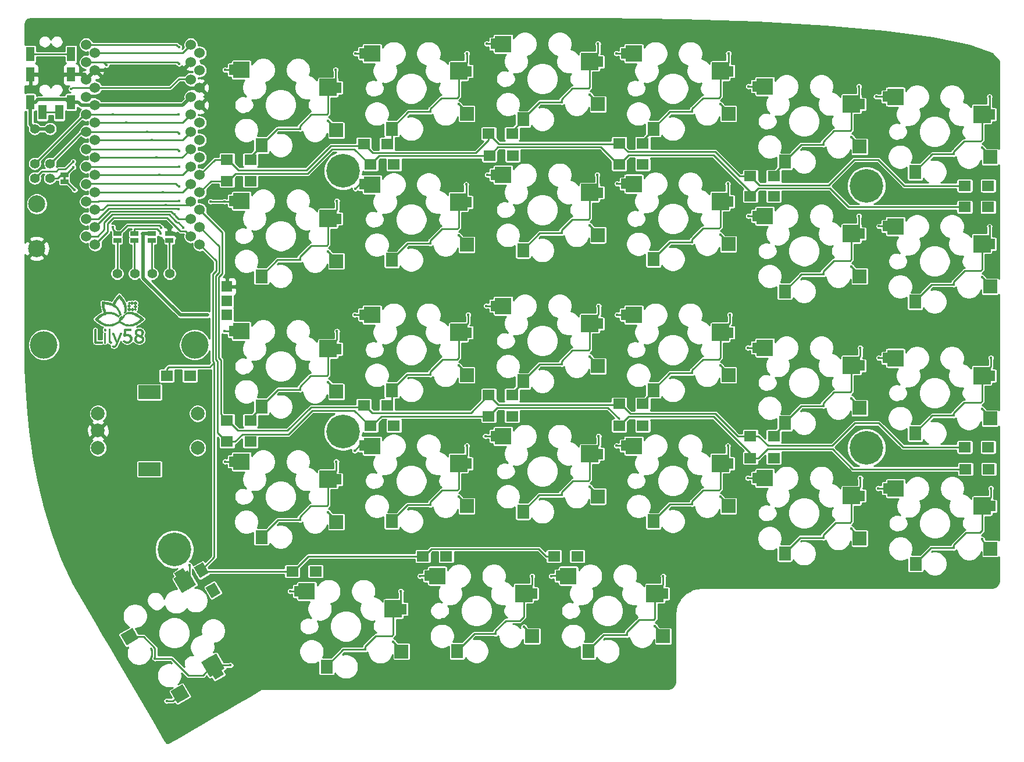
<source format=gtl>
G04 #@! TF.GenerationSoftware,KiCad,Pcbnew,(5.1.4-0)*
G04 #@! TF.CreationDate,2019-08-20T18:08:48+02:00*
G04 #@! TF.ProjectId,Lily58_Pro,4c696c79-3538-45f5-9072-6f2e6b696361,rev?*
G04 #@! TF.SameCoordinates,Original*
G04 #@! TF.FileFunction,Copper,L1,Top*
G04 #@! TF.FilePolarity,Positive*
%FSLAX46Y46*%
G04 Gerber Fmt 4.6, Leading zero omitted, Abs format (unit mm)*
G04 Created by KiCad (PCBNEW (5.1.4-0)) date 2019-08-20 18:08:48*
%MOMM*%
%LPD*%
G04 APERTURE LIST*
%ADD10C,0.010000*%
%ADD11R,1.200000X2.100000*%
%ADD12R,1.524000X1.524000*%
%ADD13C,0.700000*%
%ADD14C,0.100000*%
%ADD15C,2.400000*%
%ADD16C,2.500000*%
%ADD17C,1.800000*%
%ADD18C,2.000000*%
%ADD19R,0.700000X1.500000*%
%ADD20R,2.400000X2.400000*%
%ADD21R,2.500000X2.500000*%
%ADD22R,1.800000X2.000000*%
%ADD23R,2.000000X2.000000*%
%ADD24C,1.524000*%
%ADD25C,4.900000*%
%ADD26C,1.397000*%
%ADD27R,1.143000X0.635000*%
%ADD28R,0.381000X0.381000*%
%ADD29R,1.800000X1.500000*%
%ADD30C,1.500000*%
%ADD31C,4.000000*%
%ADD32R,3.200000X2.000000*%
%ADD33C,0.400000*%
%ADD34C,0.250000*%
%ADD35C,0.500000*%
%ADD36C,0.254000*%
G04 APERTURE END LIST*
D10*
G36*
X97248955Y-83243370D02*
G01*
X97278216Y-83248098D01*
X97289624Y-83252258D01*
X97311575Y-83271141D01*
X97322843Y-83297920D01*
X97322246Y-83329519D01*
X97321123Y-83334247D01*
X97317541Y-83344099D01*
X97308818Y-83366378D01*
X97295362Y-83400095D01*
X97277577Y-83444264D01*
X97255868Y-83497897D01*
X97230642Y-83560006D01*
X97202304Y-83629605D01*
X97171259Y-83705707D01*
X97137914Y-83787323D01*
X97102672Y-83873467D01*
X97065941Y-83963151D01*
X97028126Y-84055389D01*
X96989631Y-84149193D01*
X96950863Y-84243575D01*
X96912228Y-84337548D01*
X96874130Y-84430126D01*
X96836975Y-84520320D01*
X96801169Y-84607143D01*
X96767117Y-84689609D01*
X96735226Y-84766730D01*
X96705899Y-84837519D01*
X96679544Y-84900987D01*
X96656565Y-84956149D01*
X96637368Y-85002017D01*
X96622358Y-85037603D01*
X96611942Y-85061921D01*
X96606524Y-85073982D01*
X96606444Y-85074143D01*
X96569721Y-85135070D01*
X96523785Y-85192137D01*
X96471592Y-85242315D01*
X96416099Y-85282573D01*
X96387967Y-85298070D01*
X96314761Y-85326573D01*
X96239682Y-85341740D01*
X96164714Y-85343303D01*
X96110309Y-85335508D01*
X96068356Y-85324122D01*
X96025964Y-85308767D01*
X95988586Y-85291593D01*
X95967854Y-85279319D01*
X95951735Y-85262135D01*
X95939995Y-85238689D01*
X95939548Y-85237257D01*
X95935622Y-85221239D01*
X95935644Y-85207443D01*
X95940524Y-85191210D01*
X95951173Y-85167879D01*
X95954368Y-85161356D01*
X95975473Y-85125599D01*
X95998156Y-85103255D01*
X96024557Y-85093556D01*
X96056819Y-85095732D01*
X96097083Y-85109015D01*
X96098519Y-85109612D01*
X96152232Y-85127554D01*
X96200211Y-85133298D01*
X96244946Y-85126606D01*
X96288926Y-85107240D01*
X96316992Y-85088701D01*
X96345737Y-85064197D01*
X96372875Y-85033603D01*
X96399453Y-84995264D01*
X96426519Y-84947528D01*
X96455120Y-84888739D01*
X96481096Y-84829609D01*
X96533247Y-84706539D01*
X96244110Y-84020039D01*
X96194586Y-83902222D01*
X96149221Y-83793819D01*
X96108180Y-83695238D01*
X96071630Y-83606889D01*
X96039736Y-83529179D01*
X96012666Y-83462516D01*
X95990585Y-83407309D01*
X95973659Y-83363966D01*
X95962055Y-83332895D01*
X95955939Y-83314505D01*
X95954972Y-83309803D01*
X95961305Y-83283185D01*
X95972475Y-83265705D01*
X95981359Y-83256317D01*
X95990784Y-83250244D01*
X96004128Y-83246629D01*
X96024767Y-83244619D01*
X96056081Y-83243357D01*
X96061375Y-83243196D01*
X96105661Y-83243534D01*
X96138441Y-83248263D01*
X96162319Y-83258361D01*
X96179895Y-83274806D01*
X96190404Y-83291693D01*
X96195333Y-83302697D01*
X96205143Y-83325894D01*
X96219315Y-83360006D01*
X96237334Y-83403751D01*
X96258680Y-83455851D01*
X96282838Y-83515025D01*
X96309290Y-83579994D01*
X96337518Y-83649478D01*
X96367006Y-83722197D01*
X96397235Y-83796871D01*
X96427690Y-83872221D01*
X96457853Y-83946967D01*
X96487206Y-84019828D01*
X96515232Y-84089526D01*
X96541414Y-84154781D01*
X96565235Y-84214312D01*
X96586177Y-84266840D01*
X96603723Y-84311085D01*
X96617356Y-84345768D01*
X96626559Y-84369608D01*
X96630815Y-84381326D01*
X96630859Y-84381472D01*
X96637275Y-84399275D01*
X96642986Y-84409303D01*
X96644400Y-84410115D01*
X96649349Y-84403867D01*
X96655775Y-84388220D01*
X96657981Y-84381339D01*
X96662146Y-84369641D01*
X96671181Y-84345810D01*
X96684578Y-84311128D01*
X96701827Y-84266877D01*
X96722418Y-84214337D01*
X96745843Y-84154791D01*
X96771592Y-84089519D01*
X96799155Y-84019805D01*
X96828024Y-83946928D01*
X96857689Y-83872170D01*
X96887640Y-83796814D01*
X96917369Y-83722141D01*
X96946365Y-83649431D01*
X96974120Y-83579967D01*
X97000123Y-83515030D01*
X97023867Y-83455902D01*
X97044841Y-83403864D01*
X97062536Y-83360198D01*
X97076443Y-83326185D01*
X97086052Y-83303107D01*
X97090854Y-83292246D01*
X97090865Y-83292223D01*
X97107401Y-83268947D01*
X97130164Y-83253472D01*
X97161591Y-83244759D01*
X97204116Y-83241766D01*
X97209003Y-83241742D01*
X97248955Y-83243370D01*
X97248955Y-83243370D01*
G37*
X97248955Y-83243370D02*
X97278216Y-83248098D01*
X97289624Y-83252258D01*
X97311575Y-83271141D01*
X97322843Y-83297920D01*
X97322246Y-83329519D01*
X97321123Y-83334247D01*
X97317541Y-83344099D01*
X97308818Y-83366378D01*
X97295362Y-83400095D01*
X97277577Y-83444264D01*
X97255868Y-83497897D01*
X97230642Y-83560006D01*
X97202304Y-83629605D01*
X97171259Y-83705707D01*
X97137914Y-83787323D01*
X97102672Y-83873467D01*
X97065941Y-83963151D01*
X97028126Y-84055389D01*
X96989631Y-84149193D01*
X96950863Y-84243575D01*
X96912228Y-84337548D01*
X96874130Y-84430126D01*
X96836975Y-84520320D01*
X96801169Y-84607143D01*
X96767117Y-84689609D01*
X96735226Y-84766730D01*
X96705899Y-84837519D01*
X96679544Y-84900987D01*
X96656565Y-84956149D01*
X96637368Y-85002017D01*
X96622358Y-85037603D01*
X96611942Y-85061921D01*
X96606524Y-85073982D01*
X96606444Y-85074143D01*
X96569721Y-85135070D01*
X96523785Y-85192137D01*
X96471592Y-85242315D01*
X96416099Y-85282573D01*
X96387967Y-85298070D01*
X96314761Y-85326573D01*
X96239682Y-85341740D01*
X96164714Y-85343303D01*
X96110309Y-85335508D01*
X96068356Y-85324122D01*
X96025964Y-85308767D01*
X95988586Y-85291593D01*
X95967854Y-85279319D01*
X95951735Y-85262135D01*
X95939995Y-85238689D01*
X95939548Y-85237257D01*
X95935622Y-85221239D01*
X95935644Y-85207443D01*
X95940524Y-85191210D01*
X95951173Y-85167879D01*
X95954368Y-85161356D01*
X95975473Y-85125599D01*
X95998156Y-85103255D01*
X96024557Y-85093556D01*
X96056819Y-85095732D01*
X96097083Y-85109015D01*
X96098519Y-85109612D01*
X96152232Y-85127554D01*
X96200211Y-85133298D01*
X96244946Y-85126606D01*
X96288926Y-85107240D01*
X96316992Y-85088701D01*
X96345737Y-85064197D01*
X96372875Y-85033603D01*
X96399453Y-84995264D01*
X96426519Y-84947528D01*
X96455120Y-84888739D01*
X96481096Y-84829609D01*
X96533247Y-84706539D01*
X96244110Y-84020039D01*
X96194586Y-83902222D01*
X96149221Y-83793819D01*
X96108180Y-83695238D01*
X96071630Y-83606889D01*
X96039736Y-83529179D01*
X96012666Y-83462516D01*
X95990585Y-83407309D01*
X95973659Y-83363966D01*
X95962055Y-83332895D01*
X95955939Y-83314505D01*
X95954972Y-83309803D01*
X95961305Y-83283185D01*
X95972475Y-83265705D01*
X95981359Y-83256317D01*
X95990784Y-83250244D01*
X96004128Y-83246629D01*
X96024767Y-83244619D01*
X96056081Y-83243357D01*
X96061375Y-83243196D01*
X96105661Y-83243534D01*
X96138441Y-83248263D01*
X96162319Y-83258361D01*
X96179895Y-83274806D01*
X96190404Y-83291693D01*
X96195333Y-83302697D01*
X96205143Y-83325894D01*
X96219315Y-83360006D01*
X96237334Y-83403751D01*
X96258680Y-83455851D01*
X96282838Y-83515025D01*
X96309290Y-83579994D01*
X96337518Y-83649478D01*
X96367006Y-83722197D01*
X96397235Y-83796871D01*
X96427690Y-83872221D01*
X96457853Y-83946967D01*
X96487206Y-84019828D01*
X96515232Y-84089526D01*
X96541414Y-84154781D01*
X96565235Y-84214312D01*
X96586177Y-84266840D01*
X96603723Y-84311085D01*
X96617356Y-84345768D01*
X96626559Y-84369608D01*
X96630815Y-84381326D01*
X96630859Y-84381472D01*
X96637275Y-84399275D01*
X96642986Y-84409303D01*
X96644400Y-84410115D01*
X96649349Y-84403867D01*
X96655775Y-84388220D01*
X96657981Y-84381339D01*
X96662146Y-84369641D01*
X96671181Y-84345810D01*
X96684578Y-84311128D01*
X96701827Y-84266877D01*
X96722418Y-84214337D01*
X96745843Y-84154791D01*
X96771592Y-84089519D01*
X96799155Y-84019805D01*
X96828024Y-83946928D01*
X96857689Y-83872170D01*
X96887640Y-83796814D01*
X96917369Y-83722141D01*
X96946365Y-83649431D01*
X96974120Y-83579967D01*
X97000123Y-83515030D01*
X97023867Y-83455902D01*
X97044841Y-83403864D01*
X97062536Y-83360198D01*
X97076443Y-83326185D01*
X97086052Y-83303107D01*
X97090854Y-83292246D01*
X97090865Y-83292223D01*
X97107401Y-83268947D01*
X97130164Y-83253472D01*
X97161591Y-83244759D01*
X97204116Y-83241766D01*
X97209003Y-83241742D01*
X97248955Y-83243370D01*
G36*
X95577562Y-82662965D02*
G01*
X95614020Y-82670438D01*
X95639312Y-82685037D01*
X95648614Y-82695939D01*
X95650510Y-82699587D01*
X95652213Y-82704960D01*
X95653738Y-82712842D01*
X95655099Y-82724018D01*
X95656312Y-82739271D01*
X95657390Y-82759385D01*
X95658348Y-82785144D01*
X95659201Y-82817333D01*
X95659962Y-82856734D01*
X95660647Y-82904131D01*
X95661269Y-82960310D01*
X95661844Y-83026052D01*
X95662385Y-83102144D01*
X95662907Y-83189367D01*
X95663425Y-83288507D01*
X95663953Y-83400347D01*
X95664505Y-83525670D01*
X95664686Y-83567963D01*
X95668315Y-84421000D01*
X95686457Y-84457275D01*
X95710766Y-84493028D01*
X95742528Y-84516653D01*
X95783309Y-84529291D01*
X95785955Y-84529707D01*
X95824666Y-84538829D01*
X95851037Y-84553127D01*
X95866473Y-84573197D01*
X95872212Y-84595302D01*
X95874761Y-84625515D01*
X95874198Y-84658155D01*
X95870604Y-84687543D01*
X95864600Y-84706996D01*
X95845464Y-84728425D01*
X95814698Y-84741734D01*
X95772790Y-84746793D01*
X95726372Y-84744233D01*
X95655516Y-84729630D01*
X95593564Y-84703704D01*
X95540929Y-84666818D01*
X95498023Y-84619333D01*
X95465258Y-84561613D01*
X95443399Y-84495525D01*
X95441754Y-84486898D01*
X95440281Y-84475207D01*
X95438971Y-84459679D01*
X95437814Y-84439543D01*
X95436801Y-84414026D01*
X95435924Y-84382357D01*
X95435172Y-84343764D01*
X95434537Y-84297475D01*
X95434009Y-84242719D01*
X95433580Y-84178722D01*
X95433241Y-84104714D01*
X95432981Y-84019922D01*
X95432793Y-83923574D01*
X95432666Y-83814900D01*
X95432592Y-83693126D01*
X95432565Y-83581100D01*
X95432457Y-82712172D01*
X95453473Y-82688651D01*
X95465438Y-82676463D01*
X95477224Y-82669140D01*
X95493225Y-82665155D01*
X95517836Y-82662979D01*
X95529068Y-82662374D01*
X95577562Y-82662965D01*
X95577562Y-82662965D01*
G37*
X95577562Y-82662965D02*
X95614020Y-82670438D01*
X95639312Y-82685037D01*
X95648614Y-82695939D01*
X95650510Y-82699587D01*
X95652213Y-82704960D01*
X95653738Y-82712842D01*
X95655099Y-82724018D01*
X95656312Y-82739271D01*
X95657390Y-82759385D01*
X95658348Y-82785144D01*
X95659201Y-82817333D01*
X95659962Y-82856734D01*
X95660647Y-82904131D01*
X95661269Y-82960310D01*
X95661844Y-83026052D01*
X95662385Y-83102144D01*
X95662907Y-83189367D01*
X95663425Y-83288507D01*
X95663953Y-83400347D01*
X95664505Y-83525670D01*
X95664686Y-83567963D01*
X95668315Y-84421000D01*
X95686457Y-84457275D01*
X95710766Y-84493028D01*
X95742528Y-84516653D01*
X95783309Y-84529291D01*
X95785955Y-84529707D01*
X95824666Y-84538829D01*
X95851037Y-84553127D01*
X95866473Y-84573197D01*
X95872212Y-84595302D01*
X95874761Y-84625515D01*
X95874198Y-84658155D01*
X95870604Y-84687543D01*
X95864600Y-84706996D01*
X95845464Y-84728425D01*
X95814698Y-84741734D01*
X95772790Y-84746793D01*
X95726372Y-84744233D01*
X95655516Y-84729630D01*
X95593564Y-84703704D01*
X95540929Y-84666818D01*
X95498023Y-84619333D01*
X95465258Y-84561613D01*
X95443399Y-84495525D01*
X95441754Y-84486898D01*
X95440281Y-84475207D01*
X95438971Y-84459679D01*
X95437814Y-84439543D01*
X95436801Y-84414026D01*
X95435924Y-84382357D01*
X95435172Y-84343764D01*
X95434537Y-84297475D01*
X95434009Y-84242719D01*
X95433580Y-84178722D01*
X95433241Y-84104714D01*
X95432981Y-84019922D01*
X95432793Y-83923574D01*
X95432666Y-83814900D01*
X95432592Y-83693126D01*
X95432565Y-83581100D01*
X95432457Y-82712172D01*
X95453473Y-82688651D01*
X95465438Y-82676463D01*
X95477224Y-82669140D01*
X95493225Y-82665155D01*
X95517836Y-82662979D01*
X95529068Y-82662374D01*
X95577562Y-82662965D01*
G36*
X98300995Y-82672034D02*
G01*
X98384164Y-82672110D01*
X98454924Y-82672349D01*
X98514327Y-82672843D01*
X98563425Y-82673681D01*
X98603271Y-82674957D01*
X98634916Y-82676762D01*
X98659415Y-82679186D01*
X98677818Y-82682321D01*
X98691179Y-82686260D01*
X98700549Y-82691092D01*
X98706981Y-82696910D01*
X98711528Y-82703806D01*
X98715242Y-82711869D01*
X98717207Y-82716589D01*
X98722865Y-82739214D01*
X98726120Y-82770807D01*
X98726896Y-82806008D01*
X98725117Y-82839460D01*
X98720705Y-82865804D01*
X98719400Y-82870038D01*
X98707544Y-82890545D01*
X98692186Y-82905593D01*
X98686985Y-82908578D01*
X98680091Y-82911093D01*
X98670265Y-82913186D01*
X98656265Y-82914907D01*
X98636850Y-82916306D01*
X98610779Y-82917430D01*
X98576813Y-82918331D01*
X98533709Y-82919056D01*
X98480227Y-82919655D01*
X98415126Y-82920178D01*
X98337165Y-82920673D01*
X98308100Y-82920841D01*
X98236886Y-82921365D01*
X98170268Y-82922088D01*
X98109617Y-82922977D01*
X98056303Y-82924003D01*
X98011697Y-82925133D01*
X97977169Y-82926337D01*
X97954090Y-82927583D01*
X97943831Y-82928841D01*
X97943429Y-82929137D01*
X97942639Y-82937549D01*
X97940392Y-82958720D01*
X97936872Y-82990989D01*
X97932261Y-83032694D01*
X97926745Y-83082174D01*
X97920506Y-83137766D01*
X97914084Y-83194660D01*
X97907415Y-83254333D01*
X97901433Y-83309320D01*
X97896302Y-83357986D01*
X97892188Y-83398701D01*
X97889255Y-83429830D01*
X97887670Y-83449742D01*
X97887568Y-83456788D01*
X97895157Y-83455634D01*
X97911952Y-83449758D01*
X97929613Y-83442450D01*
X98004434Y-83417014D01*
X98086668Y-83402242D01*
X98173929Y-83398095D01*
X98263825Y-83404534D01*
X98353970Y-83421520D01*
X98441974Y-83449014D01*
X98446975Y-83450935D01*
X98518086Y-83482949D01*
X98581342Y-83521528D01*
X98641237Y-83569636D01*
X98673431Y-83600284D01*
X98728936Y-83661604D01*
X98772585Y-83723547D01*
X98806722Y-83789734D01*
X98823006Y-83831262D01*
X98850309Y-83929008D01*
X98863101Y-84026887D01*
X98861381Y-84124844D01*
X98845147Y-84222823D01*
X98827940Y-84283115D01*
X98790891Y-84372628D01*
X98741971Y-84454468D01*
X98682047Y-84527919D01*
X98611986Y-84592265D01*
X98532654Y-84646790D01*
X98444920Y-84690778D01*
X98349649Y-84723513D01*
X98274492Y-84740125D01*
X98224769Y-84746216D01*
X98166737Y-84749459D01*
X98106334Y-84749788D01*
X98049498Y-84747132D01*
X98012987Y-84743169D01*
X97920321Y-84723204D01*
X97828650Y-84691173D01*
X97741008Y-84648552D01*
X97660429Y-84596818D01*
X97589947Y-84537449D01*
X97589643Y-84537152D01*
X97567448Y-84514884D01*
X97553935Y-84498875D01*
X97546993Y-84485677D01*
X97544513Y-84471845D01*
X97544286Y-84463045D01*
X97545624Y-84447052D01*
X97550728Y-84431219D01*
X97561230Y-84412230D01*
X97578766Y-84386770D01*
X97588183Y-84373939D01*
X97617198Y-84337361D01*
X97642422Y-84312964D01*
X97666207Y-84300514D01*
X97690906Y-84299780D01*
X97718873Y-84310526D01*
X97752458Y-84332521D01*
X97780989Y-84354825D01*
X97832439Y-84391461D01*
X97890884Y-84424521D01*
X97950687Y-84451087D01*
X97994229Y-84465309D01*
X98036743Y-84473129D01*
X98087743Y-84477252D01*
X98141917Y-84477680D01*
X98193957Y-84474414D01*
X98238552Y-84467456D01*
X98247610Y-84465223D01*
X98325509Y-84437504D01*
X98393958Y-84399349D01*
X98452337Y-84351432D01*
X98500026Y-84294425D01*
X98536406Y-84229002D01*
X98560857Y-84155837D01*
X98568407Y-84116616D01*
X98571825Y-84045843D01*
X98561830Y-83975575D01*
X98539448Y-83907804D01*
X98505707Y-83844524D01*
X98461630Y-83787725D01*
X98408245Y-83739400D01*
X98357534Y-83707118D01*
X98309307Y-83683988D01*
X98263420Y-83667853D01*
X98215037Y-83657494D01*
X98159318Y-83651690D01*
X98132115Y-83650299D01*
X98069713Y-83649651D01*
X98016059Y-83653743D01*
X97965884Y-83663550D01*
X97913917Y-83680048D01*
X97865378Y-83699637D01*
X97828479Y-83714745D01*
X97800006Y-83724116D01*
X97775614Y-83728916D01*
X97751115Y-83730310D01*
X97704535Y-83725493D01*
X97664704Y-83711508D01*
X97633458Y-83689583D01*
X97612633Y-83660947D01*
X97604496Y-83632238D01*
X97604460Y-83617791D01*
X97605924Y-83590838D01*
X97608723Y-83552925D01*
X97612695Y-83505598D01*
X97617677Y-83450406D01*
X97623505Y-83388893D01*
X97630016Y-83322608D01*
X97637046Y-83253097D01*
X97644433Y-83181907D01*
X97652013Y-83110584D01*
X97659623Y-83040677D01*
X97667099Y-82973730D01*
X97674278Y-82911292D01*
X97680998Y-82854909D01*
X97687094Y-82806127D01*
X97692403Y-82766494D01*
X97696763Y-82737557D01*
X97700009Y-82720862D01*
X97701018Y-82717839D01*
X97715174Y-82698650D01*
X97730986Y-82684797D01*
X97735763Y-82682187D01*
X97742249Y-82679957D01*
X97751544Y-82678077D01*
X97764750Y-82676519D01*
X97782964Y-82675251D01*
X97807287Y-82674245D01*
X97838818Y-82673470D01*
X97878658Y-82672898D01*
X97927907Y-82672498D01*
X97987663Y-82672241D01*
X98059027Y-82672098D01*
X98143098Y-82672037D01*
X98204364Y-82672029D01*
X98300995Y-82672034D01*
X98300995Y-82672034D01*
G37*
X98300995Y-82672034D02*
X98384164Y-82672110D01*
X98454924Y-82672349D01*
X98514327Y-82672843D01*
X98563425Y-82673681D01*
X98603271Y-82674957D01*
X98634916Y-82676762D01*
X98659415Y-82679186D01*
X98677818Y-82682321D01*
X98691179Y-82686260D01*
X98700549Y-82691092D01*
X98706981Y-82696910D01*
X98711528Y-82703806D01*
X98715242Y-82711869D01*
X98717207Y-82716589D01*
X98722865Y-82739214D01*
X98726120Y-82770807D01*
X98726896Y-82806008D01*
X98725117Y-82839460D01*
X98720705Y-82865804D01*
X98719400Y-82870038D01*
X98707544Y-82890545D01*
X98692186Y-82905593D01*
X98686985Y-82908578D01*
X98680091Y-82911093D01*
X98670265Y-82913186D01*
X98656265Y-82914907D01*
X98636850Y-82916306D01*
X98610779Y-82917430D01*
X98576813Y-82918331D01*
X98533709Y-82919056D01*
X98480227Y-82919655D01*
X98415126Y-82920178D01*
X98337165Y-82920673D01*
X98308100Y-82920841D01*
X98236886Y-82921365D01*
X98170268Y-82922088D01*
X98109617Y-82922977D01*
X98056303Y-82924003D01*
X98011697Y-82925133D01*
X97977169Y-82926337D01*
X97954090Y-82927583D01*
X97943831Y-82928841D01*
X97943429Y-82929137D01*
X97942639Y-82937549D01*
X97940392Y-82958720D01*
X97936872Y-82990989D01*
X97932261Y-83032694D01*
X97926745Y-83082174D01*
X97920506Y-83137766D01*
X97914084Y-83194660D01*
X97907415Y-83254333D01*
X97901433Y-83309320D01*
X97896302Y-83357986D01*
X97892188Y-83398701D01*
X97889255Y-83429830D01*
X97887670Y-83449742D01*
X97887568Y-83456788D01*
X97895157Y-83455634D01*
X97911952Y-83449758D01*
X97929613Y-83442450D01*
X98004434Y-83417014D01*
X98086668Y-83402242D01*
X98173929Y-83398095D01*
X98263825Y-83404534D01*
X98353970Y-83421520D01*
X98441974Y-83449014D01*
X98446975Y-83450935D01*
X98518086Y-83482949D01*
X98581342Y-83521528D01*
X98641237Y-83569636D01*
X98673431Y-83600284D01*
X98728936Y-83661604D01*
X98772585Y-83723547D01*
X98806722Y-83789734D01*
X98823006Y-83831262D01*
X98850309Y-83929008D01*
X98863101Y-84026887D01*
X98861381Y-84124844D01*
X98845147Y-84222823D01*
X98827940Y-84283115D01*
X98790891Y-84372628D01*
X98741971Y-84454468D01*
X98682047Y-84527919D01*
X98611986Y-84592265D01*
X98532654Y-84646790D01*
X98444920Y-84690778D01*
X98349649Y-84723513D01*
X98274492Y-84740125D01*
X98224769Y-84746216D01*
X98166737Y-84749459D01*
X98106334Y-84749788D01*
X98049498Y-84747132D01*
X98012987Y-84743169D01*
X97920321Y-84723204D01*
X97828650Y-84691173D01*
X97741008Y-84648552D01*
X97660429Y-84596818D01*
X97589947Y-84537449D01*
X97589643Y-84537152D01*
X97567448Y-84514884D01*
X97553935Y-84498875D01*
X97546993Y-84485677D01*
X97544513Y-84471845D01*
X97544286Y-84463045D01*
X97545624Y-84447052D01*
X97550728Y-84431219D01*
X97561230Y-84412230D01*
X97578766Y-84386770D01*
X97588183Y-84373939D01*
X97617198Y-84337361D01*
X97642422Y-84312964D01*
X97666207Y-84300514D01*
X97690906Y-84299780D01*
X97718873Y-84310526D01*
X97752458Y-84332521D01*
X97780989Y-84354825D01*
X97832439Y-84391461D01*
X97890884Y-84424521D01*
X97950687Y-84451087D01*
X97994229Y-84465309D01*
X98036743Y-84473129D01*
X98087743Y-84477252D01*
X98141917Y-84477680D01*
X98193957Y-84474414D01*
X98238552Y-84467456D01*
X98247610Y-84465223D01*
X98325509Y-84437504D01*
X98393958Y-84399349D01*
X98452337Y-84351432D01*
X98500026Y-84294425D01*
X98536406Y-84229002D01*
X98560857Y-84155837D01*
X98568407Y-84116616D01*
X98571825Y-84045843D01*
X98561830Y-83975575D01*
X98539448Y-83907804D01*
X98505707Y-83844524D01*
X98461630Y-83787725D01*
X98408245Y-83739400D01*
X98357534Y-83707118D01*
X98309307Y-83683988D01*
X98263420Y-83667853D01*
X98215037Y-83657494D01*
X98159318Y-83651690D01*
X98132115Y-83650299D01*
X98069713Y-83649651D01*
X98016059Y-83653743D01*
X97965884Y-83663550D01*
X97913917Y-83680048D01*
X97865378Y-83699637D01*
X97828479Y-83714745D01*
X97800006Y-83724116D01*
X97775614Y-83728916D01*
X97751115Y-83730310D01*
X97704535Y-83725493D01*
X97664704Y-83711508D01*
X97633458Y-83689583D01*
X97612633Y-83660947D01*
X97604496Y-83632238D01*
X97604460Y-83617791D01*
X97605924Y-83590838D01*
X97608723Y-83552925D01*
X97612695Y-83505598D01*
X97617677Y-83450406D01*
X97623505Y-83388893D01*
X97630016Y-83322608D01*
X97637046Y-83253097D01*
X97644433Y-83181907D01*
X97652013Y-83110584D01*
X97659623Y-83040677D01*
X97667099Y-82973730D01*
X97674278Y-82911292D01*
X97680998Y-82854909D01*
X97687094Y-82806127D01*
X97692403Y-82766494D01*
X97696763Y-82737557D01*
X97700009Y-82720862D01*
X97701018Y-82717839D01*
X97715174Y-82698650D01*
X97730986Y-82684797D01*
X97735763Y-82682187D01*
X97742249Y-82679957D01*
X97751544Y-82678077D01*
X97764750Y-82676519D01*
X97782964Y-82675251D01*
X97807287Y-82674245D01*
X97838818Y-82673470D01*
X97878658Y-82672898D01*
X97927907Y-82672498D01*
X97987663Y-82672241D01*
X98059027Y-82672098D01*
X98143098Y-82672037D01*
X98204364Y-82672029D01*
X98300995Y-82672034D01*
G36*
X99929251Y-82641304D02*
G01*
X99993591Y-82646052D01*
X100052515Y-82653640D01*
X100098884Y-82663169D01*
X100192044Y-82693582D01*
X100274312Y-82733389D01*
X100346042Y-82782806D01*
X100407589Y-82842052D01*
X100426156Y-82864343D01*
X100470955Y-82932554D01*
X100502997Y-83006440D01*
X100522409Y-83084986D01*
X100529316Y-83167178D01*
X100523843Y-83252003D01*
X100506116Y-83338445D01*
X100476260Y-83425492D01*
X100434401Y-83512128D01*
X100380664Y-83597340D01*
X100326948Y-83666474D01*
X100288627Y-83711647D01*
X100340396Y-83747009D01*
X100409580Y-83801320D01*
X100468212Y-83862080D01*
X100515135Y-83927825D01*
X100549189Y-83997091D01*
X100557842Y-84021857D01*
X100567692Y-84066305D01*
X100573192Y-84119449D01*
X100574278Y-84176118D01*
X100570887Y-84231141D01*
X100562956Y-84279348D01*
X100561085Y-84286743D01*
X100530519Y-84372814D01*
X100487386Y-84452047D01*
X100432256Y-84523769D01*
X100365704Y-84587304D01*
X100288301Y-84641978D01*
X100234678Y-84671344D01*
X100170316Y-84700217D01*
X100108343Y-84721352D01*
X100044574Y-84735713D01*
X99974824Y-84744265D01*
X99902857Y-84747805D01*
X99859794Y-84748283D01*
X99818044Y-84747825D01*
X99781514Y-84746536D01*
X99754111Y-84744522D01*
X99746975Y-84743600D01*
X99652879Y-84723132D01*
X99561807Y-84692273D01*
X99476960Y-84652342D01*
X99401540Y-84604660D01*
X99391229Y-84596915D01*
X99325087Y-84537130D01*
X99268214Y-84467370D01*
X99222175Y-84389946D01*
X99188538Y-84307173D01*
X99183374Y-84289961D01*
X99175542Y-84258293D01*
X99170543Y-84226915D01*
X99167847Y-84191039D01*
X99166922Y-84145879D01*
X99166908Y-84141600D01*
X99168078Y-84110809D01*
X99453027Y-84110809D01*
X99456105Y-84165536D01*
X99464803Y-84214174D01*
X99467322Y-84223002D01*
X99494276Y-84286304D01*
X99533568Y-84344112D01*
X99583597Y-84394977D01*
X99642763Y-84437452D01*
X99709463Y-84470086D01*
X99757715Y-84485762D01*
X99794013Y-84492206D01*
X99839327Y-84495751D01*
X99888450Y-84496396D01*
X99936177Y-84494140D01*
X99977300Y-84488981D01*
X99991896Y-84485809D01*
X100059484Y-84462556D01*
X100119368Y-84430629D01*
X100170954Y-84391388D01*
X100213646Y-84346197D01*
X100246850Y-84296415D01*
X100269970Y-84243407D01*
X100282412Y-84188532D01*
X100283580Y-84133154D01*
X100272881Y-84078635D01*
X100249718Y-84026335D01*
X100213760Y-83977903D01*
X100192533Y-83956421D01*
X100169132Y-83936192D01*
X100142080Y-83916383D01*
X100109896Y-83896162D01*
X100071101Y-83874695D01*
X100024216Y-83851149D01*
X99967762Y-83824694D01*
X99900259Y-83794494D01*
X99845502Y-83770622D01*
X99697432Y-83706569D01*
X99662703Y-83732062D01*
X99611751Y-83775314D01*
X99564389Y-83826613D01*
X99522953Y-83882722D01*
X99489777Y-83940406D01*
X99467196Y-83996427D01*
X99464098Y-84007370D01*
X99455662Y-84056064D01*
X99453027Y-84110809D01*
X99168078Y-84110809D01*
X99169539Y-84072399D01*
X99178587Y-84011227D01*
X99195291Y-83952555D01*
X99220887Y-83890855D01*
X99224899Y-83882392D01*
X99256135Y-83826952D01*
X99296787Y-83769269D01*
X99343710Y-83712997D01*
X99393758Y-83661793D01*
X99443787Y-83619312D01*
X99462906Y-83605703D01*
X99491041Y-83586910D01*
X99466535Y-83569035D01*
X99451589Y-83556701D01*
X99429648Y-83536810D01*
X99403808Y-83512237D01*
X99380250Y-83488966D01*
X99329332Y-83431348D01*
X99291663Y-83373317D01*
X99266154Y-83312219D01*
X99251713Y-83245402D01*
X99247617Y-83176400D01*
X99529354Y-83176400D01*
X99529967Y-83210789D01*
X99532148Y-83235549D01*
X99536831Y-83255553D01*
X99544954Y-83275673D01*
X99550700Y-83287502D01*
X99575694Y-83326157D01*
X99611715Y-83366305D01*
X99655893Y-83405243D01*
X99705360Y-83440265D01*
X99725280Y-83452172D01*
X99749272Y-83464916D01*
X99781351Y-83480726D01*
X99819309Y-83498637D01*
X99860939Y-83517685D01*
X99904035Y-83536904D01*
X99946389Y-83555330D01*
X99985796Y-83571998D01*
X100020049Y-83585944D01*
X100046940Y-83596201D01*
X100064263Y-83601807D01*
X100069190Y-83602529D01*
X100078020Y-83596364D01*
X100092789Y-83581254D01*
X100110877Y-83559976D01*
X100118622Y-83550143D01*
X100157950Y-83492348D01*
X100192016Y-83428994D01*
X100219532Y-83363388D01*
X100239207Y-83298834D01*
X100249753Y-83238638D01*
X100251200Y-83210354D01*
X100244713Y-83141795D01*
X100225777Y-83079880D01*
X100195180Y-83025300D01*
X100153709Y-82978742D01*
X100102152Y-82940897D01*
X100041296Y-82912454D01*
X99971929Y-82894103D01*
X99894838Y-82886532D01*
X99881086Y-82886367D01*
X99804157Y-82891991D01*
X99734300Y-82908508D01*
X99672511Y-82935380D01*
X99619783Y-82972070D01*
X99577110Y-83018040D01*
X99548564Y-83065961D01*
X99539026Y-83088277D01*
X99533217Y-83108637D01*
X99530281Y-83131966D01*
X99529360Y-83163191D01*
X99529354Y-83176400D01*
X99247617Y-83176400D01*
X99247249Y-83170212D01*
X99247274Y-83165515D01*
X99254747Y-83079725D01*
X99275241Y-82999453D01*
X99308089Y-82925386D01*
X99352625Y-82858214D01*
X99408183Y-82798626D01*
X99474094Y-82747311D01*
X99549692Y-82704959D01*
X99634311Y-82672258D01*
X99727284Y-82649898D01*
X99749588Y-82646318D01*
X99802664Y-82641216D01*
X99864080Y-82639619D01*
X99929251Y-82641304D01*
X99929251Y-82641304D01*
G37*
X99929251Y-82641304D02*
X99993591Y-82646052D01*
X100052515Y-82653640D01*
X100098884Y-82663169D01*
X100192044Y-82693582D01*
X100274312Y-82733389D01*
X100346042Y-82782806D01*
X100407589Y-82842052D01*
X100426156Y-82864343D01*
X100470955Y-82932554D01*
X100502997Y-83006440D01*
X100522409Y-83084986D01*
X100529316Y-83167178D01*
X100523843Y-83252003D01*
X100506116Y-83338445D01*
X100476260Y-83425492D01*
X100434401Y-83512128D01*
X100380664Y-83597340D01*
X100326948Y-83666474D01*
X100288627Y-83711647D01*
X100340396Y-83747009D01*
X100409580Y-83801320D01*
X100468212Y-83862080D01*
X100515135Y-83927825D01*
X100549189Y-83997091D01*
X100557842Y-84021857D01*
X100567692Y-84066305D01*
X100573192Y-84119449D01*
X100574278Y-84176118D01*
X100570887Y-84231141D01*
X100562956Y-84279348D01*
X100561085Y-84286743D01*
X100530519Y-84372814D01*
X100487386Y-84452047D01*
X100432256Y-84523769D01*
X100365704Y-84587304D01*
X100288301Y-84641978D01*
X100234678Y-84671344D01*
X100170316Y-84700217D01*
X100108343Y-84721352D01*
X100044574Y-84735713D01*
X99974824Y-84744265D01*
X99902857Y-84747805D01*
X99859794Y-84748283D01*
X99818044Y-84747825D01*
X99781514Y-84746536D01*
X99754111Y-84744522D01*
X99746975Y-84743600D01*
X99652879Y-84723132D01*
X99561807Y-84692273D01*
X99476960Y-84652342D01*
X99401540Y-84604660D01*
X99391229Y-84596915D01*
X99325087Y-84537130D01*
X99268214Y-84467370D01*
X99222175Y-84389946D01*
X99188538Y-84307173D01*
X99183374Y-84289961D01*
X99175542Y-84258293D01*
X99170543Y-84226915D01*
X99167847Y-84191039D01*
X99166922Y-84145879D01*
X99166908Y-84141600D01*
X99168078Y-84110809D01*
X99453027Y-84110809D01*
X99456105Y-84165536D01*
X99464803Y-84214174D01*
X99467322Y-84223002D01*
X99494276Y-84286304D01*
X99533568Y-84344112D01*
X99583597Y-84394977D01*
X99642763Y-84437452D01*
X99709463Y-84470086D01*
X99757715Y-84485762D01*
X99794013Y-84492206D01*
X99839327Y-84495751D01*
X99888450Y-84496396D01*
X99936177Y-84494140D01*
X99977300Y-84488981D01*
X99991896Y-84485809D01*
X100059484Y-84462556D01*
X100119368Y-84430629D01*
X100170954Y-84391388D01*
X100213646Y-84346197D01*
X100246850Y-84296415D01*
X100269970Y-84243407D01*
X100282412Y-84188532D01*
X100283580Y-84133154D01*
X100272881Y-84078635D01*
X100249718Y-84026335D01*
X100213760Y-83977903D01*
X100192533Y-83956421D01*
X100169132Y-83936192D01*
X100142080Y-83916383D01*
X100109896Y-83896162D01*
X100071101Y-83874695D01*
X100024216Y-83851149D01*
X99967762Y-83824694D01*
X99900259Y-83794494D01*
X99845502Y-83770622D01*
X99697432Y-83706569D01*
X99662703Y-83732062D01*
X99611751Y-83775314D01*
X99564389Y-83826613D01*
X99522953Y-83882722D01*
X99489777Y-83940406D01*
X99467196Y-83996427D01*
X99464098Y-84007370D01*
X99455662Y-84056064D01*
X99453027Y-84110809D01*
X99168078Y-84110809D01*
X99169539Y-84072399D01*
X99178587Y-84011227D01*
X99195291Y-83952555D01*
X99220887Y-83890855D01*
X99224899Y-83882392D01*
X99256135Y-83826952D01*
X99296787Y-83769269D01*
X99343710Y-83712997D01*
X99393758Y-83661793D01*
X99443787Y-83619312D01*
X99462906Y-83605703D01*
X99491041Y-83586910D01*
X99466535Y-83569035D01*
X99451589Y-83556701D01*
X99429648Y-83536810D01*
X99403808Y-83512237D01*
X99380250Y-83488966D01*
X99329332Y-83431348D01*
X99291663Y-83373317D01*
X99266154Y-83312219D01*
X99251713Y-83245402D01*
X99247617Y-83176400D01*
X99529354Y-83176400D01*
X99529967Y-83210789D01*
X99532148Y-83235549D01*
X99536831Y-83255553D01*
X99544954Y-83275673D01*
X99550700Y-83287502D01*
X99575694Y-83326157D01*
X99611715Y-83366305D01*
X99655893Y-83405243D01*
X99705360Y-83440265D01*
X99725280Y-83452172D01*
X99749272Y-83464916D01*
X99781351Y-83480726D01*
X99819309Y-83498637D01*
X99860939Y-83517685D01*
X99904035Y-83536904D01*
X99946389Y-83555330D01*
X99985796Y-83571998D01*
X100020049Y-83585944D01*
X100046940Y-83596201D01*
X100064263Y-83601807D01*
X100069190Y-83602529D01*
X100078020Y-83596364D01*
X100092789Y-83581254D01*
X100110877Y-83559976D01*
X100118622Y-83550143D01*
X100157950Y-83492348D01*
X100192016Y-83428994D01*
X100219532Y-83363388D01*
X100239207Y-83298834D01*
X100249753Y-83238638D01*
X100251200Y-83210354D01*
X100244713Y-83141795D01*
X100225777Y-83079880D01*
X100195180Y-83025300D01*
X100153709Y-82978742D01*
X100102152Y-82940897D01*
X100041296Y-82912454D01*
X99971929Y-82894103D01*
X99894838Y-82886532D01*
X99881086Y-82886367D01*
X99804157Y-82891991D01*
X99734300Y-82908508D01*
X99672511Y-82935380D01*
X99619783Y-82972070D01*
X99577110Y-83018040D01*
X99548564Y-83065961D01*
X99539026Y-83088277D01*
X99533217Y-83108637D01*
X99530281Y-83131966D01*
X99529360Y-83163191D01*
X99529354Y-83176400D01*
X99247617Y-83176400D01*
X99247249Y-83170212D01*
X99247274Y-83165515D01*
X99254747Y-83079725D01*
X99275241Y-82999453D01*
X99308089Y-82925386D01*
X99352625Y-82858214D01*
X99408183Y-82798626D01*
X99474094Y-82747311D01*
X99549692Y-82704959D01*
X99634311Y-82672258D01*
X99727284Y-82649898D01*
X99749588Y-82646318D01*
X99802664Y-82641216D01*
X99864080Y-82639619D01*
X99929251Y-82641304D01*
G36*
X93506106Y-82662254D02*
G01*
X93537344Y-82664125D01*
X93558052Y-82667249D01*
X93572210Y-82672639D01*
X93583801Y-82681314D01*
X93584945Y-82682376D01*
X93600058Y-82702035D01*
X93610681Y-82725202D01*
X93610885Y-82725918D01*
X93612047Y-82737468D01*
X93613117Y-82763198D01*
X93614090Y-82802776D01*
X93614966Y-82855868D01*
X93615740Y-82922141D01*
X93616411Y-83001263D01*
X93616976Y-83092899D01*
X93617432Y-83196716D01*
X93617776Y-83312382D01*
X93618006Y-83439563D01*
X93618119Y-83577925D01*
X93618131Y-83635252D01*
X93618172Y-84518647D01*
X94064350Y-84520624D01*
X94510528Y-84522600D01*
X94534250Y-84546324D01*
X94546570Y-84559618D01*
X94553670Y-84571774D01*
X94556980Y-84587426D01*
X94557931Y-84611211D01*
X94557972Y-84623198D01*
X94555842Y-84662943D01*
X94548684Y-84691395D01*
X94535340Y-84711251D01*
X94514653Y-84725206D01*
X94514096Y-84725472D01*
X94501950Y-84727798D01*
X94476781Y-84729882D01*
X94440016Y-84731723D01*
X94393080Y-84733322D01*
X94337400Y-84734678D01*
X94274401Y-84735792D01*
X94205510Y-84736664D01*
X94132153Y-84737294D01*
X94055755Y-84737683D01*
X93977743Y-84737830D01*
X93899543Y-84737736D01*
X93822581Y-84737401D01*
X93748283Y-84736826D01*
X93678075Y-84736009D01*
X93613384Y-84734953D01*
X93555634Y-84733656D01*
X93506253Y-84732119D01*
X93466666Y-84730342D01*
X93438300Y-84728326D01*
X93422580Y-84726070D01*
X93420506Y-84725326D01*
X93414637Y-84722420D01*
X93409343Y-84719910D01*
X93404594Y-84717073D01*
X93400360Y-84713184D01*
X93396613Y-84707520D01*
X93393322Y-84699356D01*
X93390458Y-84687969D01*
X93387991Y-84672635D01*
X93385893Y-84652630D01*
X93384133Y-84627230D01*
X93382682Y-84595710D01*
X93381511Y-84557348D01*
X93380589Y-84511420D01*
X93379889Y-84457200D01*
X93379379Y-84393966D01*
X93379031Y-84320994D01*
X93378815Y-84237559D01*
X93378701Y-84142938D01*
X93378661Y-84036406D01*
X93378664Y-83917241D01*
X93378681Y-83784717D01*
X93378686Y-83698915D01*
X93378672Y-83557983D01*
X93378651Y-83430843D01*
X93378655Y-83316771D01*
X93378715Y-83215043D01*
X93378862Y-83124937D01*
X93379129Y-83045730D01*
X93379545Y-82976697D01*
X93380144Y-82917116D01*
X93380955Y-82866264D01*
X93382012Y-82823417D01*
X93383344Y-82787853D01*
X93384984Y-82758848D01*
X93386963Y-82735679D01*
X93389312Y-82717623D01*
X93392063Y-82703956D01*
X93395248Y-82693956D01*
X93398897Y-82686898D01*
X93403042Y-82682061D01*
X93407715Y-82678721D01*
X93412947Y-82676154D01*
X93418770Y-82673638D01*
X93423352Y-82671448D01*
X93441075Y-82665031D01*
X93464840Y-82662010D01*
X93498421Y-82661965D01*
X93506106Y-82662254D01*
X93506106Y-82662254D01*
G37*
X93506106Y-82662254D02*
X93537344Y-82664125D01*
X93558052Y-82667249D01*
X93572210Y-82672639D01*
X93583801Y-82681314D01*
X93584945Y-82682376D01*
X93600058Y-82702035D01*
X93610681Y-82725202D01*
X93610885Y-82725918D01*
X93612047Y-82737468D01*
X93613117Y-82763198D01*
X93614090Y-82802776D01*
X93614966Y-82855868D01*
X93615740Y-82922141D01*
X93616411Y-83001263D01*
X93616976Y-83092899D01*
X93617432Y-83196716D01*
X93617776Y-83312382D01*
X93618006Y-83439563D01*
X93618119Y-83577925D01*
X93618131Y-83635252D01*
X93618172Y-84518647D01*
X94064350Y-84520624D01*
X94510528Y-84522600D01*
X94534250Y-84546324D01*
X94546570Y-84559618D01*
X94553670Y-84571774D01*
X94556980Y-84587426D01*
X94557931Y-84611211D01*
X94557972Y-84623198D01*
X94555842Y-84662943D01*
X94548684Y-84691395D01*
X94535340Y-84711251D01*
X94514653Y-84725206D01*
X94514096Y-84725472D01*
X94501950Y-84727798D01*
X94476781Y-84729882D01*
X94440016Y-84731723D01*
X94393080Y-84733322D01*
X94337400Y-84734678D01*
X94274401Y-84735792D01*
X94205510Y-84736664D01*
X94132153Y-84737294D01*
X94055755Y-84737683D01*
X93977743Y-84737830D01*
X93899543Y-84737736D01*
X93822581Y-84737401D01*
X93748283Y-84736826D01*
X93678075Y-84736009D01*
X93613384Y-84734953D01*
X93555634Y-84733656D01*
X93506253Y-84732119D01*
X93466666Y-84730342D01*
X93438300Y-84728326D01*
X93422580Y-84726070D01*
X93420506Y-84725326D01*
X93414637Y-84722420D01*
X93409343Y-84719910D01*
X93404594Y-84717073D01*
X93400360Y-84713184D01*
X93396613Y-84707520D01*
X93393322Y-84699356D01*
X93390458Y-84687969D01*
X93387991Y-84672635D01*
X93385893Y-84652630D01*
X93384133Y-84627230D01*
X93382682Y-84595710D01*
X93381511Y-84557348D01*
X93380589Y-84511420D01*
X93379889Y-84457200D01*
X93379379Y-84393966D01*
X93379031Y-84320994D01*
X93378815Y-84237559D01*
X93378701Y-84142938D01*
X93378661Y-84036406D01*
X93378664Y-83917241D01*
X93378681Y-83784717D01*
X93378686Y-83698915D01*
X93378672Y-83557983D01*
X93378651Y-83430843D01*
X93378655Y-83316771D01*
X93378715Y-83215043D01*
X93378862Y-83124937D01*
X93379129Y-83045730D01*
X93379545Y-82976697D01*
X93380144Y-82917116D01*
X93380955Y-82866264D01*
X93382012Y-82823417D01*
X93383344Y-82787853D01*
X93384984Y-82758848D01*
X93386963Y-82735679D01*
X93389312Y-82717623D01*
X93392063Y-82703956D01*
X93395248Y-82693956D01*
X93398897Y-82686898D01*
X93403042Y-82682061D01*
X93407715Y-82678721D01*
X93412947Y-82676154D01*
X93418770Y-82673638D01*
X93423352Y-82671448D01*
X93441075Y-82665031D01*
X93464840Y-82662010D01*
X93498421Y-82661965D01*
X93506106Y-82662254D01*
G36*
X94900653Y-83242825D02*
G01*
X94930912Y-83244379D01*
X94950622Y-83246851D01*
X94963745Y-83251501D01*
X94974242Y-83259588D01*
X94983110Y-83269043D01*
X95004286Y-83292743D01*
X95004286Y-84685657D01*
X94983110Y-84709357D01*
X94971899Y-84721028D01*
X94961224Y-84728197D01*
X94947088Y-84732118D01*
X94925494Y-84734044D01*
X94901467Y-84734949D01*
X94858752Y-84734519D01*
X94828383Y-84730020D01*
X94817143Y-84726114D01*
X94809730Y-84722918D01*
X94803176Y-84719822D01*
X94797429Y-84715963D01*
X94792435Y-84710477D01*
X94788142Y-84702500D01*
X94784497Y-84691169D01*
X94781447Y-84675619D01*
X94778940Y-84654987D01*
X94776921Y-84628409D01*
X94775339Y-84595021D01*
X94774141Y-84553960D01*
X94773274Y-84504362D01*
X94772684Y-84445362D01*
X94772320Y-84376098D01*
X94772128Y-84295706D01*
X94772055Y-84203321D01*
X94772049Y-84098080D01*
X94772057Y-83989200D01*
X94772049Y-83871608D01*
X94772060Y-83767661D01*
X94772142Y-83676493D01*
X94772345Y-83597233D01*
X94772723Y-83529015D01*
X94773327Y-83470969D01*
X94774209Y-83422228D01*
X94775420Y-83381923D01*
X94777013Y-83349186D01*
X94779039Y-83323149D01*
X94781550Y-83302943D01*
X94784598Y-83287699D01*
X94788235Y-83276551D01*
X94792512Y-83268629D01*
X94797481Y-83263065D01*
X94803195Y-83258991D01*
X94809705Y-83255538D01*
X94816029Y-83252379D01*
X94833286Y-83245901D01*
X94855694Y-83242714D01*
X94887177Y-83242372D01*
X94900653Y-83242825D01*
X94900653Y-83242825D01*
G37*
X94900653Y-83242825D02*
X94930912Y-83244379D01*
X94950622Y-83246851D01*
X94963745Y-83251501D01*
X94974242Y-83259588D01*
X94983110Y-83269043D01*
X95004286Y-83292743D01*
X95004286Y-84685657D01*
X94983110Y-84709357D01*
X94971899Y-84721028D01*
X94961224Y-84728197D01*
X94947088Y-84732118D01*
X94925494Y-84734044D01*
X94901467Y-84734949D01*
X94858752Y-84734519D01*
X94828383Y-84730020D01*
X94817143Y-84726114D01*
X94809730Y-84722918D01*
X94803176Y-84719822D01*
X94797429Y-84715963D01*
X94792435Y-84710477D01*
X94788142Y-84702500D01*
X94784497Y-84691169D01*
X94781447Y-84675619D01*
X94778940Y-84654987D01*
X94776921Y-84628409D01*
X94775339Y-84595021D01*
X94774141Y-84553960D01*
X94773274Y-84504362D01*
X94772684Y-84445362D01*
X94772320Y-84376098D01*
X94772128Y-84295706D01*
X94772055Y-84203321D01*
X94772049Y-84098080D01*
X94772057Y-83989200D01*
X94772049Y-83871608D01*
X94772060Y-83767661D01*
X94772142Y-83676493D01*
X94772345Y-83597233D01*
X94772723Y-83529015D01*
X94773327Y-83470969D01*
X94774209Y-83422228D01*
X94775420Y-83381923D01*
X94777013Y-83349186D01*
X94779039Y-83323149D01*
X94781550Y-83302943D01*
X94784598Y-83287699D01*
X94788235Y-83276551D01*
X94792512Y-83268629D01*
X94797481Y-83263065D01*
X94803195Y-83258991D01*
X94809705Y-83255538D01*
X94816029Y-83252379D01*
X94833286Y-83245901D01*
X94855694Y-83242714D01*
X94887177Y-83242372D01*
X94900653Y-83242825D01*
G36*
X94909511Y-82662223D02*
G01*
X94939421Y-82663924D01*
X94958866Y-82666590D01*
X94971893Y-82671538D01*
X94982547Y-82680084D01*
X94990442Y-82688556D01*
X94999177Y-82698791D01*
X95005092Y-82708369D01*
X95008736Y-82720278D01*
X95010659Y-82737506D01*
X95011412Y-82763043D01*
X95011543Y-82799877D01*
X95011543Y-82803249D01*
X95010966Y-82839320D01*
X95009394Y-82871025D01*
X95007063Y-82895033D01*
X95004210Y-82908012D01*
X95004071Y-82908288D01*
X94989641Y-82925057D01*
X94966327Y-82936242D01*
X94932391Y-82942389D01*
X94890346Y-82944065D01*
X94857496Y-82942961D01*
X94829534Y-82940088D01*
X94810791Y-82935928D01*
X94808343Y-82934892D01*
X94789983Y-82921795D01*
X94777261Y-82902495D01*
X94769553Y-82874928D01*
X94766241Y-82837027D01*
X94766409Y-82795400D01*
X94769510Y-82747041D01*
X94776706Y-82711333D01*
X94789805Y-82686597D01*
X94810611Y-82671153D01*
X94840930Y-82663320D01*
X94882568Y-82661417D01*
X94909511Y-82662223D01*
X94909511Y-82662223D01*
G37*
X94909511Y-82662223D02*
X94939421Y-82663924D01*
X94958866Y-82666590D01*
X94971893Y-82671538D01*
X94982547Y-82680084D01*
X94990442Y-82688556D01*
X94999177Y-82698791D01*
X95005092Y-82708369D01*
X95008736Y-82720278D01*
X95010659Y-82737506D01*
X95011412Y-82763043D01*
X95011543Y-82799877D01*
X95011543Y-82803249D01*
X95010966Y-82839320D01*
X95009394Y-82871025D01*
X95007063Y-82895033D01*
X95004210Y-82908012D01*
X95004071Y-82908288D01*
X94989641Y-82925057D01*
X94966327Y-82936242D01*
X94932391Y-82942389D01*
X94890346Y-82944065D01*
X94857496Y-82942961D01*
X94829534Y-82940088D01*
X94810791Y-82935928D01*
X94808343Y-82934892D01*
X94789983Y-82921795D01*
X94777261Y-82902495D01*
X94769553Y-82874928D01*
X94766241Y-82837027D01*
X94766409Y-82795400D01*
X94769510Y-82747041D01*
X94776706Y-82711333D01*
X94789805Y-82686597D01*
X94810611Y-82671153D01*
X94840930Y-82663320D01*
X94882568Y-82661417D01*
X94909511Y-82662223D01*
G36*
X97078092Y-77751737D02*
G01*
X97237453Y-77924566D01*
X97386427Y-78107516D01*
X97524948Y-78300510D01*
X97548489Y-78335886D01*
X97656724Y-78510990D01*
X97750642Y-78685431D01*
X97830230Y-78859143D01*
X97895475Y-79032061D01*
X97946363Y-79204120D01*
X97982880Y-79375255D01*
X98005013Y-79545400D01*
X98012748Y-79714491D01*
X98006072Y-79882461D01*
X97984970Y-80049247D01*
X97949431Y-80214782D01*
X97943993Y-80235307D01*
X97935685Y-80266015D01*
X97864316Y-80288187D01*
X97825821Y-80300605D01*
X97784696Y-80314604D01*
X97747902Y-80327792D01*
X97736557Y-80332074D01*
X97710323Y-80341593D01*
X97689601Y-80348019D01*
X97677785Y-80350342D01*
X97676399Y-80350018D01*
X97676674Y-80341867D01*
X97680561Y-80323177D01*
X97687318Y-80297250D01*
X97691518Y-80282681D01*
X97729788Y-80131041D01*
X97754242Y-79979808D01*
X97764833Y-79828558D01*
X97761512Y-79676867D01*
X97744230Y-79524312D01*
X97712940Y-79370470D01*
X97667593Y-79214917D01*
X97608141Y-79057230D01*
X97534535Y-78896984D01*
X97532958Y-78893830D01*
X97493733Y-78817413D01*
X97456381Y-78749153D01*
X97417788Y-78683686D01*
X97374840Y-78615649D01*
X97345938Y-78571743D01*
X97276796Y-78472108D01*
X97201006Y-78370248D01*
X97122143Y-78270757D01*
X97043777Y-78178225D01*
X97012809Y-78143572D01*
X96979808Y-78107286D01*
X96963703Y-78121800D01*
X96949551Y-78136124D01*
X96928148Y-78159789D01*
X96901222Y-78190733D01*
X96870504Y-78226896D01*
X96837722Y-78266216D01*
X96804608Y-78306632D01*
X96772890Y-78346084D01*
X96744298Y-78382509D01*
X96737478Y-78391376D01*
X96668547Y-78485384D01*
X96599761Y-78586549D01*
X96534779Y-78689297D01*
X96478494Y-78785829D01*
X96456467Y-78826703D01*
X96433394Y-78871650D01*
X96410102Y-78918830D01*
X96387420Y-78966404D01*
X96366174Y-79012533D01*
X96347192Y-79055378D01*
X96331303Y-79093098D01*
X96319333Y-79123856D01*
X96312110Y-79145811D01*
X96310463Y-79157125D01*
X96310994Y-79158057D01*
X96317955Y-79162963D01*
X96334206Y-79174245D01*
X96357081Y-79190055D01*
X96375886Y-79203019D01*
X96507284Y-79302253D01*
X96629551Y-79412682D01*
X96742707Y-79534335D01*
X96846771Y-79667238D01*
X96941762Y-79811419D01*
X97027699Y-79966904D01*
X97104601Y-80133722D01*
X97172488Y-80311899D01*
X97188841Y-80360629D01*
X97202900Y-80404294D01*
X97216013Y-80446148D01*
X97227224Y-80483056D01*
X97235578Y-80511882D01*
X97239609Y-80527215D01*
X97244495Y-80550207D01*
X97245199Y-80563318D01*
X97241427Y-80570652D01*
X97236232Y-80574387D01*
X97225568Y-80581046D01*
X97205448Y-80593846D01*
X97178601Y-80611041D01*
X97147758Y-80630887D01*
X97142623Y-80634200D01*
X97112477Y-80653100D01*
X97086769Y-80668176D01*
X97067864Y-80678117D01*
X97058127Y-80681614D01*
X97057434Y-80681371D01*
X97053771Y-80672480D01*
X97047625Y-80653057D01*
X97040087Y-80626641D01*
X97036852Y-80614629D01*
X96989704Y-80456769D01*
X96933637Y-80304840D01*
X96869308Y-80160033D01*
X96797376Y-80023537D01*
X96718500Y-79896544D01*
X96633337Y-79780243D01*
X96542548Y-79675824D01*
X96486842Y-79620490D01*
X96367926Y-79518720D01*
X96238151Y-79426255D01*
X96097473Y-79343079D01*
X95945846Y-79269174D01*
X95783225Y-79204526D01*
X95609564Y-79149117D01*
X95424820Y-79102930D01*
X95228945Y-79065951D01*
X95021896Y-79038161D01*
X94834594Y-79021582D01*
X94770131Y-79017144D01*
X94775171Y-79099243D01*
X94794753Y-79319541D01*
X94825942Y-79531254D01*
X94868779Y-79734564D01*
X94923307Y-79929656D01*
X94989567Y-80116713D01*
X95024532Y-80201349D01*
X95038824Y-80234383D01*
X95135855Y-80218053D01*
X95300838Y-80197264D01*
X95466151Y-80190430D01*
X95632021Y-80197599D01*
X95798676Y-80218820D01*
X95966346Y-80254143D01*
X96135257Y-80303616D01*
X96305639Y-80367288D01*
X96477720Y-80445208D01*
X96651727Y-80537425D01*
X96667391Y-80546371D01*
X96709688Y-80571205D01*
X96754353Y-80598365D01*
X96799337Y-80626511D01*
X96842590Y-80654303D01*
X96882063Y-80680401D01*
X96915707Y-80703466D01*
X96941473Y-80722157D01*
X96957313Y-80735137D01*
X96959495Y-80737347D01*
X96965796Y-80745277D01*
X96967162Y-80752678D01*
X96962341Y-80762659D01*
X96950082Y-80778327D01*
X96936690Y-80794013D01*
X96913781Y-80822060D01*
X96890204Y-80853182D01*
X96873382Y-80877214D01*
X96846190Y-80918457D01*
X96779007Y-80871941D01*
X96641008Y-80782626D01*
X96497974Y-80701950D01*
X96351678Y-80630626D01*
X96203891Y-80569369D01*
X96056387Y-80518895D01*
X95910936Y-80479917D01*
X95769310Y-80453150D01*
X95726372Y-80447433D01*
X95670147Y-80442587D01*
X95604203Y-80439904D01*
X95533165Y-80439340D01*
X95461662Y-80440854D01*
X95394317Y-80444403D01*
X95335759Y-80449944D01*
X95326779Y-80451112D01*
X95171174Y-80479299D01*
X95013538Y-80521459D01*
X94854490Y-80577298D01*
X94694651Y-80646520D01*
X94534640Y-80728828D01*
X94375076Y-80823927D01*
X94216580Y-80931522D01*
X94059771Y-81051315D01*
X94045757Y-81062689D01*
X94010287Y-81091936D01*
X93974442Y-81122043D01*
X93941705Y-81150051D01*
X93915557Y-81172998D01*
X93908457Y-81179423D01*
X93861286Y-81222648D01*
X93879429Y-81242465D01*
X93906987Y-81270038D01*
X93944768Y-81304115D01*
X93990875Y-81343214D01*
X94043413Y-81385854D01*
X94100484Y-81430552D01*
X94160192Y-81475827D01*
X94220641Y-81520196D01*
X94279933Y-81562179D01*
X94336173Y-81600293D01*
X94343886Y-81605361D01*
X94494402Y-81698671D01*
X94641190Y-81778990D01*
X94785679Y-81846897D01*
X94929294Y-81902970D01*
X95073464Y-81947787D01*
X95219615Y-81981926D01*
X95314128Y-81998329D01*
X95368693Y-82004546D01*
X95433551Y-82008662D01*
X95504634Y-82010683D01*
X95577875Y-82010612D01*
X95649207Y-82008454D01*
X95714560Y-82004211D01*
X95769869Y-81997888D01*
X95769915Y-81997881D01*
X95925752Y-81967633D01*
X96083891Y-81923613D01*
X96243398Y-81866201D01*
X96403339Y-81795775D01*
X96562780Y-81712711D01*
X96720787Y-81617390D01*
X96738495Y-81605874D01*
X96798189Y-81564120D01*
X96845881Y-81524568D01*
X96883510Y-81485387D01*
X96913018Y-81444748D01*
X96917768Y-81436880D01*
X96942308Y-81385384D01*
X96961327Y-81326070D01*
X96972937Y-81265176D01*
X96974527Y-81249629D01*
X96979989Y-81194267D01*
X96986843Y-81149535D01*
X96995992Y-81111557D01*
X97008337Y-81076455D01*
X97021802Y-81046429D01*
X97039500Y-81013783D01*
X97060499Y-80980720D01*
X97080690Y-80953634D01*
X97083588Y-80950263D01*
X97100765Y-80933328D01*
X97124906Y-80912859D01*
X97153748Y-80890413D01*
X97185025Y-80867553D01*
X97216474Y-80845837D01*
X97245829Y-80826826D01*
X97270826Y-80812080D01*
X97289201Y-80803158D01*
X97298689Y-80801622D01*
X97298995Y-80801864D01*
X97303347Y-80813442D01*
X97306633Y-80836330D01*
X97308794Y-80867359D01*
X97309774Y-80903362D01*
X97309515Y-80941169D01*
X97307959Y-80977612D01*
X97305051Y-81009522D01*
X97303004Y-81023164D01*
X97292858Y-81079727D01*
X97309234Y-81059449D01*
X97323794Y-81039532D01*
X97343881Y-81009395D01*
X97367990Y-80971517D01*
X97394614Y-80928374D01*
X97422243Y-80882441D01*
X97449372Y-80836195D01*
X97474494Y-80792114D01*
X97496100Y-80752672D01*
X97497115Y-80750765D01*
X97547915Y-80655132D01*
X97619087Y-80623360D01*
X97651372Y-80609333D01*
X97687309Y-80594345D01*
X97724408Y-80579359D01*
X97760177Y-80565340D01*
X97792124Y-80553250D01*
X97817759Y-80544053D01*
X97834589Y-80538712D01*
X97840096Y-80537905D01*
X97838993Y-80546182D01*
X97831910Y-80565445D01*
X97819731Y-80593894D01*
X97803342Y-80629728D01*
X97783628Y-80671146D01*
X97761473Y-80716347D01*
X97737764Y-80763530D01*
X97713384Y-80810894D01*
X97689220Y-80856638D01*
X97666156Y-80898961D01*
X97645078Y-80936062D01*
X97641024Y-80942959D01*
X97589606Y-81027633D01*
X97542438Y-81100219D01*
X97498246Y-81162048D01*
X97455757Y-81214455D01*
X97413697Y-81258773D01*
X97370792Y-81296334D01*
X97325770Y-81328472D01*
X97277356Y-81356520D01*
X97224277Y-81381812D01*
X97220083Y-81383630D01*
X97190623Y-81396572D01*
X97171522Y-81406355D01*
X97159776Y-81415493D01*
X97152385Y-81426497D01*
X97146345Y-81441881D01*
X97144684Y-81446735D01*
X97135080Y-81472667D01*
X97124899Y-81496745D01*
X97120990Y-81504846D01*
X97113950Y-81520570D01*
X97114981Y-81530470D01*
X97124906Y-81541297D01*
X97125501Y-81541846D01*
X97137384Y-81551165D01*
X97158724Y-81566361D01*
X97186739Y-81585507D01*
X97218646Y-81606677D01*
X97226660Y-81611900D01*
X97389471Y-81710700D01*
X97552946Y-81796137D01*
X97716562Y-81868002D01*
X97879796Y-81926086D01*
X98042127Y-81970177D01*
X98186543Y-81997651D01*
X98237438Y-82003557D01*
X98298306Y-82007783D01*
X98365168Y-82010292D01*
X98434046Y-82011045D01*
X98500959Y-82010007D01*
X98561929Y-82007139D01*
X98612977Y-82002404D01*
X98618343Y-82001695D01*
X98780901Y-81972295D01*
X98944447Y-81928745D01*
X99108243Y-81871306D01*
X99271552Y-81800241D01*
X99433637Y-81715810D01*
X99450096Y-81706444D01*
X99541078Y-81651715D01*
X99636029Y-81589946D01*
X99731929Y-81523346D01*
X99825759Y-81454125D01*
X99914501Y-81384494D01*
X99995135Y-81316662D01*
X100048000Y-81268745D01*
X100095172Y-81224318D01*
X100058886Y-81190483D01*
X100026193Y-81161038D01*
X99985032Y-81125547D01*
X99938575Y-81086629D01*
X99889997Y-81046905D01*
X99842472Y-81008994D01*
X99799175Y-80975516D01*
X99790372Y-80968885D01*
X99633833Y-80858308D01*
X99475693Y-80759646D01*
X99316813Y-80673320D01*
X99158055Y-80599750D01*
X99000282Y-80539355D01*
X98844355Y-80492555D01*
X98781128Y-80477388D01*
X98685335Y-80459798D01*
X98582178Y-80447409D01*
X98476015Y-80440429D01*
X98371203Y-80439062D01*
X98272100Y-80443516D01*
X98208067Y-80450260D01*
X98148355Y-80459594D01*
X98083138Y-80471900D01*
X98017336Y-80486113D01*
X97955864Y-80501168D01*
X97903641Y-80515997D01*
X97900997Y-80516829D01*
X97874217Y-80525002D01*
X97858649Y-80528651D01*
X97851794Y-80528016D01*
X97851154Y-80523336D01*
X97851675Y-80521553D01*
X97855249Y-80510954D01*
X97862680Y-80489110D01*
X97873119Y-80458503D01*
X97885720Y-80421620D01*
X97897286Y-80387807D01*
X97911531Y-80345218D01*
X97922497Y-80313370D01*
X97932435Y-80290345D01*
X97943596Y-80274222D01*
X97958228Y-80263082D01*
X97978584Y-80255005D01*
X98006912Y-80248071D01*
X98045462Y-80240361D01*
X98077686Y-80233897D01*
X98248866Y-80205773D01*
X98419001Y-80192068D01*
X98587938Y-80192784D01*
X98755521Y-80207921D01*
X98886857Y-80230077D01*
X99049897Y-80269969D01*
X99215176Y-80323418D01*
X99381669Y-80389837D01*
X99548351Y-80468640D01*
X99714197Y-80559240D01*
X99878182Y-80661051D01*
X100039280Y-80773487D01*
X100196467Y-80895962D01*
X100348717Y-81027889D01*
X100450720Y-81124481D01*
X100552372Y-81224304D01*
X100439647Y-81334938D01*
X100292897Y-81471378D01*
X100139305Y-81599677D01*
X99980247Y-81718966D01*
X99817101Y-81828373D01*
X99651243Y-81927029D01*
X99484049Y-82014064D01*
X99316897Y-82088608D01*
X99151162Y-82149790D01*
X99149541Y-82150324D01*
X98983017Y-82198512D01*
X98818050Y-82232965D01*
X98654064Y-82253642D01*
X98490483Y-82260499D01*
X98326734Y-82253496D01*
X98162240Y-82232592D01*
X97996426Y-82197743D01*
X97828717Y-82148908D01*
X97658538Y-82086047D01*
X97537029Y-82033397D01*
X97461836Y-81997224D01*
X97382193Y-81955922D01*
X97301149Y-81911261D01*
X97221750Y-81865010D01*
X97147045Y-81818940D01*
X97080080Y-81774820D01*
X97029276Y-81738490D01*
X97002614Y-81719055D01*
X96984454Y-81708023D01*
X96972118Y-81704543D01*
X96962926Y-81707766D01*
X96955612Y-81715104D01*
X96946130Y-81723386D01*
X96927051Y-81737761D01*
X96900928Y-81756377D01*
X96870313Y-81777384D01*
X96862195Y-81782834D01*
X96694947Y-81887951D01*
X96526949Y-81980397D01*
X96358732Y-82060012D01*
X96190824Y-82126638D01*
X96023755Y-82180115D01*
X95858052Y-82220284D01*
X95694246Y-82246985D01*
X95532865Y-82260058D01*
X95374438Y-82259346D01*
X95298200Y-82253930D01*
X95128746Y-82231003D01*
X94957764Y-82193861D01*
X94785690Y-82142671D01*
X94612957Y-82077598D01*
X94439999Y-81998810D01*
X94267250Y-81906472D01*
X94095144Y-81800751D01*
X94066225Y-81781622D01*
X93957025Y-81705483D01*
X93846393Y-81622392D01*
X93737586Y-81535018D01*
X93633862Y-81446026D01*
X93538479Y-81358084D01*
X93487543Y-81307881D01*
X93404086Y-81223271D01*
X93513165Y-81116707D01*
X93664198Y-80977002D01*
X93822272Y-80845800D01*
X93985991Y-80723998D01*
X94153957Y-80612496D01*
X94324776Y-80512191D01*
X94497049Y-80423982D01*
X94669381Y-80348768D01*
X94759541Y-80314738D01*
X94765937Y-80311139D01*
X94767153Y-80304480D01*
X94762623Y-80291558D01*
X94751782Y-80269172D01*
X94751322Y-80268257D01*
X94736154Y-80235825D01*
X94717726Y-80192751D01*
X94697265Y-80142198D01*
X94675999Y-80087328D01*
X94655157Y-80031302D01*
X94635964Y-79977283D01*
X94620943Y-79932457D01*
X94571568Y-79762126D01*
X94530040Y-79582622D01*
X94496875Y-79397299D01*
X94472592Y-79209512D01*
X94457709Y-79022617D01*
X94452743Y-78842832D01*
X94452743Y-78698743D01*
X94581557Y-78698773D01*
X94753493Y-78703330D01*
X94928695Y-78716620D01*
X95104865Y-78738190D01*
X95279706Y-78767584D01*
X95450920Y-78804349D01*
X95616209Y-78848030D01*
X95773276Y-78898173D01*
X95919823Y-78954323D01*
X95958719Y-78971087D01*
X95992003Y-78985690D01*
X96020902Y-78998138D01*
X96042615Y-79007243D01*
X96054341Y-79011813D01*
X96055123Y-79012049D01*
X96062050Y-79006583D01*
X96072391Y-78988420D01*
X96085491Y-78958798D01*
X96092190Y-78941857D01*
X96167342Y-78764470D01*
X96256153Y-78587556D01*
X96357789Y-78412376D01*
X96471415Y-78240195D01*
X96596197Y-78072274D01*
X96731302Y-77909876D01*
X96875894Y-77754265D01*
X96878429Y-77751686D01*
X96978383Y-77650086D01*
X97078092Y-77751737D01*
X97078092Y-77751737D01*
G37*
X97078092Y-77751737D02*
X97237453Y-77924566D01*
X97386427Y-78107516D01*
X97524948Y-78300510D01*
X97548489Y-78335886D01*
X97656724Y-78510990D01*
X97750642Y-78685431D01*
X97830230Y-78859143D01*
X97895475Y-79032061D01*
X97946363Y-79204120D01*
X97982880Y-79375255D01*
X98005013Y-79545400D01*
X98012748Y-79714491D01*
X98006072Y-79882461D01*
X97984970Y-80049247D01*
X97949431Y-80214782D01*
X97943993Y-80235307D01*
X97935685Y-80266015D01*
X97864316Y-80288187D01*
X97825821Y-80300605D01*
X97784696Y-80314604D01*
X97747902Y-80327792D01*
X97736557Y-80332074D01*
X97710323Y-80341593D01*
X97689601Y-80348019D01*
X97677785Y-80350342D01*
X97676399Y-80350018D01*
X97676674Y-80341867D01*
X97680561Y-80323177D01*
X97687318Y-80297250D01*
X97691518Y-80282681D01*
X97729788Y-80131041D01*
X97754242Y-79979808D01*
X97764833Y-79828558D01*
X97761512Y-79676867D01*
X97744230Y-79524312D01*
X97712940Y-79370470D01*
X97667593Y-79214917D01*
X97608141Y-79057230D01*
X97534535Y-78896984D01*
X97532958Y-78893830D01*
X97493733Y-78817413D01*
X97456381Y-78749153D01*
X97417788Y-78683686D01*
X97374840Y-78615649D01*
X97345938Y-78571743D01*
X97276796Y-78472108D01*
X97201006Y-78370248D01*
X97122143Y-78270757D01*
X97043777Y-78178225D01*
X97012809Y-78143572D01*
X96979808Y-78107286D01*
X96963703Y-78121800D01*
X96949551Y-78136124D01*
X96928148Y-78159789D01*
X96901222Y-78190733D01*
X96870504Y-78226896D01*
X96837722Y-78266216D01*
X96804608Y-78306632D01*
X96772890Y-78346084D01*
X96744298Y-78382509D01*
X96737478Y-78391376D01*
X96668547Y-78485384D01*
X96599761Y-78586549D01*
X96534779Y-78689297D01*
X96478494Y-78785829D01*
X96456467Y-78826703D01*
X96433394Y-78871650D01*
X96410102Y-78918830D01*
X96387420Y-78966404D01*
X96366174Y-79012533D01*
X96347192Y-79055378D01*
X96331303Y-79093098D01*
X96319333Y-79123856D01*
X96312110Y-79145811D01*
X96310463Y-79157125D01*
X96310994Y-79158057D01*
X96317955Y-79162963D01*
X96334206Y-79174245D01*
X96357081Y-79190055D01*
X96375886Y-79203019D01*
X96507284Y-79302253D01*
X96629551Y-79412682D01*
X96742707Y-79534335D01*
X96846771Y-79667238D01*
X96941762Y-79811419D01*
X97027699Y-79966904D01*
X97104601Y-80133722D01*
X97172488Y-80311899D01*
X97188841Y-80360629D01*
X97202900Y-80404294D01*
X97216013Y-80446148D01*
X97227224Y-80483056D01*
X97235578Y-80511882D01*
X97239609Y-80527215D01*
X97244495Y-80550207D01*
X97245199Y-80563318D01*
X97241427Y-80570652D01*
X97236232Y-80574387D01*
X97225568Y-80581046D01*
X97205448Y-80593846D01*
X97178601Y-80611041D01*
X97147758Y-80630887D01*
X97142623Y-80634200D01*
X97112477Y-80653100D01*
X97086769Y-80668176D01*
X97067864Y-80678117D01*
X97058127Y-80681614D01*
X97057434Y-80681371D01*
X97053771Y-80672480D01*
X97047625Y-80653057D01*
X97040087Y-80626641D01*
X97036852Y-80614629D01*
X96989704Y-80456769D01*
X96933637Y-80304840D01*
X96869308Y-80160033D01*
X96797376Y-80023537D01*
X96718500Y-79896544D01*
X96633337Y-79780243D01*
X96542548Y-79675824D01*
X96486842Y-79620490D01*
X96367926Y-79518720D01*
X96238151Y-79426255D01*
X96097473Y-79343079D01*
X95945846Y-79269174D01*
X95783225Y-79204526D01*
X95609564Y-79149117D01*
X95424820Y-79102930D01*
X95228945Y-79065951D01*
X95021896Y-79038161D01*
X94834594Y-79021582D01*
X94770131Y-79017144D01*
X94775171Y-79099243D01*
X94794753Y-79319541D01*
X94825942Y-79531254D01*
X94868779Y-79734564D01*
X94923307Y-79929656D01*
X94989567Y-80116713D01*
X95024532Y-80201349D01*
X95038824Y-80234383D01*
X95135855Y-80218053D01*
X95300838Y-80197264D01*
X95466151Y-80190430D01*
X95632021Y-80197599D01*
X95798676Y-80218820D01*
X95966346Y-80254143D01*
X96135257Y-80303616D01*
X96305639Y-80367288D01*
X96477720Y-80445208D01*
X96651727Y-80537425D01*
X96667391Y-80546371D01*
X96709688Y-80571205D01*
X96754353Y-80598365D01*
X96799337Y-80626511D01*
X96842590Y-80654303D01*
X96882063Y-80680401D01*
X96915707Y-80703466D01*
X96941473Y-80722157D01*
X96957313Y-80735137D01*
X96959495Y-80737347D01*
X96965796Y-80745277D01*
X96967162Y-80752678D01*
X96962341Y-80762659D01*
X96950082Y-80778327D01*
X96936690Y-80794013D01*
X96913781Y-80822060D01*
X96890204Y-80853182D01*
X96873382Y-80877214D01*
X96846190Y-80918457D01*
X96779007Y-80871941D01*
X96641008Y-80782626D01*
X96497974Y-80701950D01*
X96351678Y-80630626D01*
X96203891Y-80569369D01*
X96056387Y-80518895D01*
X95910936Y-80479917D01*
X95769310Y-80453150D01*
X95726372Y-80447433D01*
X95670147Y-80442587D01*
X95604203Y-80439904D01*
X95533165Y-80439340D01*
X95461662Y-80440854D01*
X95394317Y-80444403D01*
X95335759Y-80449944D01*
X95326779Y-80451112D01*
X95171174Y-80479299D01*
X95013538Y-80521459D01*
X94854490Y-80577298D01*
X94694651Y-80646520D01*
X94534640Y-80728828D01*
X94375076Y-80823927D01*
X94216580Y-80931522D01*
X94059771Y-81051315D01*
X94045757Y-81062689D01*
X94010287Y-81091936D01*
X93974442Y-81122043D01*
X93941705Y-81150051D01*
X93915557Y-81172998D01*
X93908457Y-81179423D01*
X93861286Y-81222648D01*
X93879429Y-81242465D01*
X93906987Y-81270038D01*
X93944768Y-81304115D01*
X93990875Y-81343214D01*
X94043413Y-81385854D01*
X94100484Y-81430552D01*
X94160192Y-81475827D01*
X94220641Y-81520196D01*
X94279933Y-81562179D01*
X94336173Y-81600293D01*
X94343886Y-81605361D01*
X94494402Y-81698671D01*
X94641190Y-81778990D01*
X94785679Y-81846897D01*
X94929294Y-81902970D01*
X95073464Y-81947787D01*
X95219615Y-81981926D01*
X95314128Y-81998329D01*
X95368693Y-82004546D01*
X95433551Y-82008662D01*
X95504634Y-82010683D01*
X95577875Y-82010612D01*
X95649207Y-82008454D01*
X95714560Y-82004211D01*
X95769869Y-81997888D01*
X95769915Y-81997881D01*
X95925752Y-81967633D01*
X96083891Y-81923613D01*
X96243398Y-81866201D01*
X96403339Y-81795775D01*
X96562780Y-81712711D01*
X96720787Y-81617390D01*
X96738495Y-81605874D01*
X96798189Y-81564120D01*
X96845881Y-81524568D01*
X96883510Y-81485387D01*
X96913018Y-81444748D01*
X96917768Y-81436880D01*
X96942308Y-81385384D01*
X96961327Y-81326070D01*
X96972937Y-81265176D01*
X96974527Y-81249629D01*
X96979989Y-81194267D01*
X96986843Y-81149535D01*
X96995992Y-81111557D01*
X97008337Y-81076455D01*
X97021802Y-81046429D01*
X97039500Y-81013783D01*
X97060499Y-80980720D01*
X97080690Y-80953634D01*
X97083588Y-80950263D01*
X97100765Y-80933328D01*
X97124906Y-80912859D01*
X97153748Y-80890413D01*
X97185025Y-80867553D01*
X97216474Y-80845837D01*
X97245829Y-80826826D01*
X97270826Y-80812080D01*
X97289201Y-80803158D01*
X97298689Y-80801622D01*
X97298995Y-80801864D01*
X97303347Y-80813442D01*
X97306633Y-80836330D01*
X97308794Y-80867359D01*
X97309774Y-80903362D01*
X97309515Y-80941169D01*
X97307959Y-80977612D01*
X97305051Y-81009522D01*
X97303004Y-81023164D01*
X97292858Y-81079727D01*
X97309234Y-81059449D01*
X97323794Y-81039532D01*
X97343881Y-81009395D01*
X97367990Y-80971517D01*
X97394614Y-80928374D01*
X97422243Y-80882441D01*
X97449372Y-80836195D01*
X97474494Y-80792114D01*
X97496100Y-80752672D01*
X97497115Y-80750765D01*
X97547915Y-80655132D01*
X97619087Y-80623360D01*
X97651372Y-80609333D01*
X97687309Y-80594345D01*
X97724408Y-80579359D01*
X97760177Y-80565340D01*
X97792124Y-80553250D01*
X97817759Y-80544053D01*
X97834589Y-80538712D01*
X97840096Y-80537905D01*
X97838993Y-80546182D01*
X97831910Y-80565445D01*
X97819731Y-80593894D01*
X97803342Y-80629728D01*
X97783628Y-80671146D01*
X97761473Y-80716347D01*
X97737764Y-80763530D01*
X97713384Y-80810894D01*
X97689220Y-80856638D01*
X97666156Y-80898961D01*
X97645078Y-80936062D01*
X97641024Y-80942959D01*
X97589606Y-81027633D01*
X97542438Y-81100219D01*
X97498246Y-81162048D01*
X97455757Y-81214455D01*
X97413697Y-81258773D01*
X97370792Y-81296334D01*
X97325770Y-81328472D01*
X97277356Y-81356520D01*
X97224277Y-81381812D01*
X97220083Y-81383630D01*
X97190623Y-81396572D01*
X97171522Y-81406355D01*
X97159776Y-81415493D01*
X97152385Y-81426497D01*
X97146345Y-81441881D01*
X97144684Y-81446735D01*
X97135080Y-81472667D01*
X97124899Y-81496745D01*
X97120990Y-81504846D01*
X97113950Y-81520570D01*
X97114981Y-81530470D01*
X97124906Y-81541297D01*
X97125501Y-81541846D01*
X97137384Y-81551165D01*
X97158724Y-81566361D01*
X97186739Y-81585507D01*
X97218646Y-81606677D01*
X97226660Y-81611900D01*
X97389471Y-81710700D01*
X97552946Y-81796137D01*
X97716562Y-81868002D01*
X97879796Y-81926086D01*
X98042127Y-81970177D01*
X98186543Y-81997651D01*
X98237438Y-82003557D01*
X98298306Y-82007783D01*
X98365168Y-82010292D01*
X98434046Y-82011045D01*
X98500959Y-82010007D01*
X98561929Y-82007139D01*
X98612977Y-82002404D01*
X98618343Y-82001695D01*
X98780901Y-81972295D01*
X98944447Y-81928745D01*
X99108243Y-81871306D01*
X99271552Y-81800241D01*
X99433637Y-81715810D01*
X99450096Y-81706444D01*
X99541078Y-81651715D01*
X99636029Y-81589946D01*
X99731929Y-81523346D01*
X99825759Y-81454125D01*
X99914501Y-81384494D01*
X99995135Y-81316662D01*
X100048000Y-81268745D01*
X100095172Y-81224318D01*
X100058886Y-81190483D01*
X100026193Y-81161038D01*
X99985032Y-81125547D01*
X99938575Y-81086629D01*
X99889997Y-81046905D01*
X99842472Y-81008994D01*
X99799175Y-80975516D01*
X99790372Y-80968885D01*
X99633833Y-80858308D01*
X99475693Y-80759646D01*
X99316813Y-80673320D01*
X99158055Y-80599750D01*
X99000282Y-80539355D01*
X98844355Y-80492555D01*
X98781128Y-80477388D01*
X98685335Y-80459798D01*
X98582178Y-80447409D01*
X98476015Y-80440429D01*
X98371203Y-80439062D01*
X98272100Y-80443516D01*
X98208067Y-80450260D01*
X98148355Y-80459594D01*
X98083138Y-80471900D01*
X98017336Y-80486113D01*
X97955864Y-80501168D01*
X97903641Y-80515997D01*
X97900997Y-80516829D01*
X97874217Y-80525002D01*
X97858649Y-80528651D01*
X97851794Y-80528016D01*
X97851154Y-80523336D01*
X97851675Y-80521553D01*
X97855249Y-80510954D01*
X97862680Y-80489110D01*
X97873119Y-80458503D01*
X97885720Y-80421620D01*
X97897286Y-80387807D01*
X97911531Y-80345218D01*
X97922497Y-80313370D01*
X97932435Y-80290345D01*
X97943596Y-80274222D01*
X97958228Y-80263082D01*
X97978584Y-80255005D01*
X98006912Y-80248071D01*
X98045462Y-80240361D01*
X98077686Y-80233897D01*
X98248866Y-80205773D01*
X98419001Y-80192068D01*
X98587938Y-80192784D01*
X98755521Y-80207921D01*
X98886857Y-80230077D01*
X99049897Y-80269969D01*
X99215176Y-80323418D01*
X99381669Y-80389837D01*
X99548351Y-80468640D01*
X99714197Y-80559240D01*
X99878182Y-80661051D01*
X100039280Y-80773487D01*
X100196467Y-80895962D01*
X100348717Y-81027889D01*
X100450720Y-81124481D01*
X100552372Y-81224304D01*
X100439647Y-81334938D01*
X100292897Y-81471378D01*
X100139305Y-81599677D01*
X99980247Y-81718966D01*
X99817101Y-81828373D01*
X99651243Y-81927029D01*
X99484049Y-82014064D01*
X99316897Y-82088608D01*
X99151162Y-82149790D01*
X99149541Y-82150324D01*
X98983017Y-82198512D01*
X98818050Y-82232965D01*
X98654064Y-82253642D01*
X98490483Y-82260499D01*
X98326734Y-82253496D01*
X98162240Y-82232592D01*
X97996426Y-82197743D01*
X97828717Y-82148908D01*
X97658538Y-82086047D01*
X97537029Y-82033397D01*
X97461836Y-81997224D01*
X97382193Y-81955922D01*
X97301149Y-81911261D01*
X97221750Y-81865010D01*
X97147045Y-81818940D01*
X97080080Y-81774820D01*
X97029276Y-81738490D01*
X97002614Y-81719055D01*
X96984454Y-81708023D01*
X96972118Y-81704543D01*
X96962926Y-81707766D01*
X96955612Y-81715104D01*
X96946130Y-81723386D01*
X96927051Y-81737761D01*
X96900928Y-81756377D01*
X96870313Y-81777384D01*
X96862195Y-81782834D01*
X96694947Y-81887951D01*
X96526949Y-81980397D01*
X96358732Y-82060012D01*
X96190824Y-82126638D01*
X96023755Y-82180115D01*
X95858052Y-82220284D01*
X95694246Y-82246985D01*
X95532865Y-82260058D01*
X95374438Y-82259346D01*
X95298200Y-82253930D01*
X95128746Y-82231003D01*
X94957764Y-82193861D01*
X94785690Y-82142671D01*
X94612957Y-82077598D01*
X94439999Y-81998810D01*
X94267250Y-81906472D01*
X94095144Y-81800751D01*
X94066225Y-81781622D01*
X93957025Y-81705483D01*
X93846393Y-81622392D01*
X93737586Y-81535018D01*
X93633862Y-81446026D01*
X93538479Y-81358084D01*
X93487543Y-81307881D01*
X93404086Y-81223271D01*
X93513165Y-81116707D01*
X93664198Y-80977002D01*
X93822272Y-80845800D01*
X93985991Y-80723998D01*
X94153957Y-80612496D01*
X94324776Y-80512191D01*
X94497049Y-80423982D01*
X94669381Y-80348768D01*
X94759541Y-80314738D01*
X94765937Y-80311139D01*
X94767153Y-80304480D01*
X94762623Y-80291558D01*
X94751782Y-80269172D01*
X94751322Y-80268257D01*
X94736154Y-80235825D01*
X94717726Y-80192751D01*
X94697265Y-80142198D01*
X94675999Y-80087328D01*
X94655157Y-80031302D01*
X94635964Y-79977283D01*
X94620943Y-79932457D01*
X94571568Y-79762126D01*
X94530040Y-79582622D01*
X94496875Y-79397299D01*
X94472592Y-79209512D01*
X94457709Y-79022617D01*
X94452743Y-78842832D01*
X94452743Y-78698743D01*
X94581557Y-78698773D01*
X94753493Y-78703330D01*
X94928695Y-78716620D01*
X95104865Y-78738190D01*
X95279706Y-78767584D01*
X95450920Y-78804349D01*
X95616209Y-78848030D01*
X95773276Y-78898173D01*
X95919823Y-78954323D01*
X95958719Y-78971087D01*
X95992003Y-78985690D01*
X96020902Y-78998138D01*
X96042615Y-79007243D01*
X96054341Y-79011813D01*
X96055123Y-79012049D01*
X96062050Y-79006583D01*
X96072391Y-78988420D01*
X96085491Y-78958798D01*
X96092190Y-78941857D01*
X96167342Y-78764470D01*
X96256153Y-78587556D01*
X96357789Y-78412376D01*
X96471415Y-78240195D01*
X96596197Y-78072274D01*
X96731302Y-77909876D01*
X96875894Y-77754265D01*
X96878429Y-77751686D01*
X96978383Y-77650086D01*
X97078092Y-77751737D01*
G36*
X98421348Y-79545629D02*
G01*
X98439163Y-79559599D01*
X98463159Y-79580676D01*
X98491532Y-79607055D01*
X98522479Y-79636931D01*
X98554195Y-79668500D01*
X98584877Y-79699956D01*
X98612721Y-79729495D01*
X98635924Y-79755312D01*
X98652681Y-79775601D01*
X98661190Y-79788558D01*
X98661886Y-79791103D01*
X98656909Y-79800099D01*
X98643144Y-79817274D01*
X98622343Y-79840851D01*
X98596257Y-79869052D01*
X98566636Y-79900099D01*
X98535233Y-79932215D01*
X98503796Y-79963620D01*
X98474079Y-79992538D01*
X98447831Y-80017191D01*
X98426804Y-80035801D01*
X98412748Y-80046590D01*
X98408305Y-80048572D01*
X98400403Y-80043649D01*
X98383890Y-80029845D01*
X98360350Y-80008610D01*
X98331370Y-79981392D01*
X98298535Y-79949640D01*
X98279575Y-79930936D01*
X98245428Y-79896613D01*
X98214748Y-79865008D01*
X98189065Y-79837761D01*
X98169911Y-79816510D01*
X98158814Y-79802896D01*
X98156731Y-79799361D01*
X98157392Y-79792635D01*
X98163318Y-79782045D01*
X98175496Y-79766450D01*
X98194914Y-79744708D01*
X98222559Y-79715674D01*
X98259419Y-79678208D01*
X98274574Y-79662997D01*
X98317749Y-79620399D01*
X98353658Y-79586297D01*
X98381675Y-79561252D01*
X98401174Y-79545824D01*
X98411517Y-79540572D01*
X98421348Y-79545629D01*
X98421348Y-79545629D01*
G37*
X98421348Y-79545629D02*
X98439163Y-79559599D01*
X98463159Y-79580676D01*
X98491532Y-79607055D01*
X98522479Y-79636931D01*
X98554195Y-79668500D01*
X98584877Y-79699956D01*
X98612721Y-79729495D01*
X98635924Y-79755312D01*
X98652681Y-79775601D01*
X98661190Y-79788558D01*
X98661886Y-79791103D01*
X98656909Y-79800099D01*
X98643144Y-79817274D01*
X98622343Y-79840851D01*
X98596257Y-79869052D01*
X98566636Y-79900099D01*
X98535233Y-79932215D01*
X98503796Y-79963620D01*
X98474079Y-79992538D01*
X98447831Y-80017191D01*
X98426804Y-80035801D01*
X98412748Y-80046590D01*
X98408305Y-80048572D01*
X98400403Y-80043649D01*
X98383890Y-80029845D01*
X98360350Y-80008610D01*
X98331370Y-79981392D01*
X98298535Y-79949640D01*
X98279575Y-79930936D01*
X98245428Y-79896613D01*
X98214748Y-79865008D01*
X98189065Y-79837761D01*
X98169911Y-79816510D01*
X98158814Y-79802896D01*
X98156731Y-79799361D01*
X98157392Y-79792635D01*
X98163318Y-79782045D01*
X98175496Y-79766450D01*
X98194914Y-79744708D01*
X98222559Y-79715674D01*
X98259419Y-79678208D01*
X98274574Y-79662997D01*
X98317749Y-79620399D01*
X98353658Y-79586297D01*
X98381675Y-79561252D01*
X98401174Y-79545824D01*
X98411517Y-79540572D01*
X98421348Y-79545629D01*
G36*
X98913116Y-79582775D02*
G01*
X98922787Y-79590344D01*
X98939958Y-79605996D01*
X98962722Y-79627796D01*
X98989169Y-79653806D01*
X99017390Y-79682093D01*
X99045477Y-79710719D01*
X99071521Y-79737750D01*
X99093613Y-79761250D01*
X99109843Y-79779283D01*
X99118304Y-79789913D01*
X99119086Y-79791639D01*
X99114077Y-79799418D01*
X99100331Y-79815166D01*
X99079770Y-79836998D01*
X99054319Y-79863033D01*
X99025899Y-79891386D01*
X98996433Y-79920176D01*
X98967844Y-79947518D01*
X98942055Y-79971531D01*
X98920989Y-79990332D01*
X98906568Y-80002036D01*
X98901184Y-80005029D01*
X98892884Y-80000094D01*
X98876217Y-79986350D01*
X98852940Y-79965383D01*
X98824811Y-79938783D01*
X98793589Y-79908136D01*
X98790603Y-79905149D01*
X98759721Y-79873670D01*
X98732731Y-79845130D01*
X98711217Y-79821290D01*
X98696764Y-79803911D01*
X98690959Y-79794754D01*
X98690915Y-79794384D01*
X98695852Y-79786152D01*
X98709628Y-79769500D01*
X98730691Y-79746140D01*
X98757487Y-79717784D01*
X98788464Y-79686145D01*
X98795188Y-79679411D01*
X98831119Y-79643787D01*
X98858408Y-79617447D01*
X98878481Y-79599222D01*
X98892764Y-79587943D01*
X98902684Y-79582440D01*
X98909668Y-79581546D01*
X98913116Y-79582775D01*
X98913116Y-79582775D01*
G37*
X98913116Y-79582775D02*
X98922787Y-79590344D01*
X98939958Y-79605996D01*
X98962722Y-79627796D01*
X98989169Y-79653806D01*
X99017390Y-79682093D01*
X99045477Y-79710719D01*
X99071521Y-79737750D01*
X99093613Y-79761250D01*
X99109843Y-79779283D01*
X99118304Y-79789913D01*
X99119086Y-79791639D01*
X99114077Y-79799418D01*
X99100331Y-79815166D01*
X99079770Y-79836998D01*
X99054319Y-79863033D01*
X99025899Y-79891386D01*
X98996433Y-79920176D01*
X98967844Y-79947518D01*
X98942055Y-79971531D01*
X98920989Y-79990332D01*
X98906568Y-80002036D01*
X98901184Y-80005029D01*
X98892884Y-80000094D01*
X98876217Y-79986350D01*
X98852940Y-79965383D01*
X98824811Y-79938783D01*
X98793589Y-79908136D01*
X98790603Y-79905149D01*
X98759721Y-79873670D01*
X98732731Y-79845130D01*
X98711217Y-79821290D01*
X98696764Y-79803911D01*
X98690959Y-79794754D01*
X98690915Y-79794384D01*
X98695852Y-79786152D01*
X98709628Y-79769500D01*
X98730691Y-79746140D01*
X98757487Y-79717784D01*
X98788464Y-79686145D01*
X98795188Y-79679411D01*
X98831119Y-79643787D01*
X98858408Y-79617447D01*
X98878481Y-79599222D01*
X98892764Y-79587943D01*
X98902684Y-79582440D01*
X98909668Y-79581546D01*
X98913116Y-79582775D01*
G36*
X99316339Y-79632567D02*
G01*
X99332458Y-79645874D01*
X99354185Y-79665447D01*
X99379347Y-79689154D01*
X99405768Y-79714861D01*
X99431274Y-79740437D01*
X99453690Y-79763750D01*
X99470842Y-79782668D01*
X99480554Y-79795058D01*
X99481943Y-79798205D01*
X99477103Y-79805111D01*
X99463959Y-79820048D01*
X99444575Y-79840911D01*
X99421016Y-79865591D01*
X99395345Y-79891982D01*
X99369626Y-79917977D01*
X99345923Y-79941469D01*
X99326301Y-79960350D01*
X99312824Y-79972515D01*
X99307772Y-79976000D01*
X99301622Y-79971119D01*
X99287047Y-79957611D01*
X99265820Y-79937175D01*
X99239713Y-79911511D01*
X99218758Y-79890620D01*
X99190385Y-79861755D01*
X99166018Y-79836170D01*
X99147365Y-79815722D01*
X99136133Y-79802270D01*
X99133600Y-79797973D01*
X99138619Y-79789773D01*
X99152222Y-79773965D01*
X99172232Y-79752676D01*
X99196468Y-79728033D01*
X99222751Y-79702166D01*
X99248904Y-79677202D01*
X99272746Y-79655268D01*
X99292099Y-79638493D01*
X99304783Y-79629005D01*
X99308004Y-79627657D01*
X99316339Y-79632567D01*
X99316339Y-79632567D01*
G37*
X99316339Y-79632567D02*
X99332458Y-79645874D01*
X99354185Y-79665447D01*
X99379347Y-79689154D01*
X99405768Y-79714861D01*
X99431274Y-79740437D01*
X99453690Y-79763750D01*
X99470842Y-79782668D01*
X99480554Y-79795058D01*
X99481943Y-79798205D01*
X99477103Y-79805111D01*
X99463959Y-79820048D01*
X99444575Y-79840911D01*
X99421016Y-79865591D01*
X99395345Y-79891982D01*
X99369626Y-79917977D01*
X99345923Y-79941469D01*
X99326301Y-79960350D01*
X99312824Y-79972515D01*
X99307772Y-79976000D01*
X99301622Y-79971119D01*
X99287047Y-79957611D01*
X99265820Y-79937175D01*
X99239713Y-79911511D01*
X99218758Y-79890620D01*
X99190385Y-79861755D01*
X99166018Y-79836170D01*
X99147365Y-79815722D01*
X99136133Y-79802270D01*
X99133600Y-79797973D01*
X99138619Y-79789773D01*
X99152222Y-79773965D01*
X99172232Y-79752676D01*
X99196468Y-79728033D01*
X99222751Y-79702166D01*
X99248904Y-79677202D01*
X99272746Y-79655268D01*
X99292099Y-79638493D01*
X99304783Y-79629005D01*
X99308004Y-79627657D01*
X99316339Y-79632567D01*
G36*
X99412968Y-79272025D02*
G01*
X99444769Y-79304289D01*
X99472714Y-79333635D01*
X99495258Y-79358358D01*
X99510855Y-79376752D01*
X99517959Y-79387111D01*
X99518229Y-79388175D01*
X99513229Y-79396868D01*
X99499532Y-79413473D01*
X99479088Y-79436042D01*
X99453849Y-79462625D01*
X99425765Y-79491273D01*
X99396788Y-79520036D01*
X99368869Y-79546965D01*
X99343960Y-79570110D01*
X99324010Y-79587522D01*
X99310972Y-79597252D01*
X99307584Y-79598629D01*
X99299366Y-79593691D01*
X99282718Y-79579907D01*
X99259340Y-79558823D01*
X99230936Y-79531984D01*
X99199208Y-79500936D01*
X99191625Y-79493368D01*
X99086552Y-79388107D01*
X99197130Y-79277530D01*
X99307707Y-79166952D01*
X99412968Y-79272025D01*
X99412968Y-79272025D01*
G37*
X99412968Y-79272025D02*
X99444769Y-79304289D01*
X99472714Y-79333635D01*
X99495258Y-79358358D01*
X99510855Y-79376752D01*
X99517959Y-79387111D01*
X99518229Y-79388175D01*
X99513229Y-79396868D01*
X99499532Y-79413473D01*
X99479088Y-79436042D01*
X99453849Y-79462625D01*
X99425765Y-79491273D01*
X99396788Y-79520036D01*
X99368869Y-79546965D01*
X99343960Y-79570110D01*
X99324010Y-79587522D01*
X99310972Y-79597252D01*
X99307584Y-79598629D01*
X99299366Y-79593691D01*
X99282718Y-79579907D01*
X99259340Y-79558823D01*
X99230936Y-79531984D01*
X99199208Y-79500936D01*
X99191625Y-79493368D01*
X99086552Y-79388107D01*
X99197130Y-79277530D01*
X99307707Y-79166952D01*
X99412968Y-79272025D01*
G36*
X98419315Y-79088372D02*
G01*
X98435102Y-79102093D01*
X98456989Y-79122618D01*
X98483090Y-79148027D01*
X98511519Y-79176404D01*
X98540389Y-79205829D01*
X98567814Y-79234385D01*
X98591909Y-79260153D01*
X98610786Y-79281215D01*
X98622561Y-79295654D01*
X98625600Y-79301086D01*
X98620683Y-79309019D01*
X98607191Y-79325073D01*
X98587008Y-79347331D01*
X98562022Y-79373875D01*
X98534119Y-79402785D01*
X98505184Y-79432145D01*
X98477104Y-79460035D01*
X98451765Y-79484538D01*
X98431054Y-79503735D01*
X98416856Y-79515709D01*
X98411515Y-79518800D01*
X98404723Y-79513913D01*
X98389336Y-79500277D01*
X98366995Y-79479431D01*
X98339343Y-79452912D01*
X98308023Y-79422258D01*
X98301405Y-79415710D01*
X98269750Y-79383774D01*
X98241978Y-79354705D01*
X98219654Y-79330227D01*
X98204343Y-79312066D01*
X98197609Y-79301946D01*
X98197429Y-79301086D01*
X98202346Y-79293153D01*
X98215838Y-79277098D01*
X98236021Y-79254840D01*
X98261007Y-79228297D01*
X98288910Y-79199387D01*
X98317845Y-79170027D01*
X98345925Y-79142137D01*
X98371264Y-79117634D01*
X98391975Y-79098436D01*
X98406173Y-79086463D01*
X98411515Y-79083372D01*
X98419315Y-79088372D01*
X98419315Y-79088372D01*
G37*
X98419315Y-79088372D02*
X98435102Y-79102093D01*
X98456989Y-79122618D01*
X98483090Y-79148027D01*
X98511519Y-79176404D01*
X98540389Y-79205829D01*
X98567814Y-79234385D01*
X98591909Y-79260153D01*
X98610786Y-79281215D01*
X98622561Y-79295654D01*
X98625600Y-79301086D01*
X98620683Y-79309019D01*
X98607191Y-79325073D01*
X98587008Y-79347331D01*
X98562022Y-79373875D01*
X98534119Y-79402785D01*
X98505184Y-79432145D01*
X98477104Y-79460035D01*
X98451765Y-79484538D01*
X98431054Y-79503735D01*
X98416856Y-79515709D01*
X98411515Y-79518800D01*
X98404723Y-79513913D01*
X98389336Y-79500277D01*
X98366995Y-79479431D01*
X98339343Y-79452912D01*
X98308023Y-79422258D01*
X98301405Y-79415710D01*
X98269750Y-79383774D01*
X98241978Y-79354705D01*
X98219654Y-79330227D01*
X98204343Y-79312066D01*
X98197609Y-79301946D01*
X98197429Y-79301086D01*
X98202346Y-79293153D01*
X98215838Y-79277098D01*
X98236021Y-79254840D01*
X98261007Y-79228297D01*
X98288910Y-79199387D01*
X98317845Y-79170027D01*
X98345925Y-79142137D01*
X98371264Y-79117634D01*
X98391975Y-79098436D01*
X98406173Y-79086463D01*
X98411515Y-79083372D01*
X98419315Y-79088372D01*
G36*
X99316259Y-78645682D02*
G01*
X99332770Y-78659495D01*
X99355704Y-78680368D01*
X99383304Y-78706539D01*
X99413812Y-78736249D01*
X99445471Y-78767739D01*
X99476523Y-78799248D01*
X99505212Y-78829017D01*
X99529778Y-78855287D01*
X99548465Y-78876297D01*
X99559515Y-78890288D01*
X99561772Y-78894844D01*
X99556776Y-78903174D01*
X99542962Y-78919684D01*
X99522090Y-78942618D01*
X99495919Y-78970218D01*
X99466208Y-79000726D01*
X99434719Y-79032385D01*
X99403209Y-79063438D01*
X99373440Y-79092126D01*
X99347171Y-79116692D01*
X99326161Y-79135379D01*
X99312170Y-79146430D01*
X99307614Y-79148686D01*
X99299605Y-79143739D01*
X99283003Y-79129853D01*
X99259370Y-79108462D01*
X99230264Y-79080999D01*
X99197246Y-79048900D01*
X99175249Y-79027051D01*
X99141017Y-78992332D01*
X99110519Y-78960551D01*
X99085187Y-78933272D01*
X99066453Y-78912055D01*
X99055748Y-78898463D01*
X99053772Y-78894528D01*
X99058767Y-78886198D01*
X99072581Y-78869688D01*
X99093454Y-78846754D01*
X99119625Y-78819154D01*
X99149335Y-78788646D01*
X99180825Y-78756987D01*
X99212334Y-78725934D01*
X99242103Y-78697246D01*
X99268372Y-78672680D01*
X99289382Y-78653993D01*
X99303373Y-78642942D01*
X99307930Y-78640686D01*
X99316259Y-78645682D01*
X99316259Y-78645682D01*
G37*
X99316259Y-78645682D02*
X99332770Y-78659495D01*
X99355704Y-78680368D01*
X99383304Y-78706539D01*
X99413812Y-78736249D01*
X99445471Y-78767739D01*
X99476523Y-78799248D01*
X99505212Y-78829017D01*
X99529778Y-78855287D01*
X99548465Y-78876297D01*
X99559515Y-78890288D01*
X99561772Y-78894844D01*
X99556776Y-78903174D01*
X99542962Y-78919684D01*
X99522090Y-78942618D01*
X99495919Y-78970218D01*
X99466208Y-79000726D01*
X99434719Y-79032385D01*
X99403209Y-79063438D01*
X99373440Y-79092126D01*
X99347171Y-79116692D01*
X99326161Y-79135379D01*
X99312170Y-79146430D01*
X99307614Y-79148686D01*
X99299605Y-79143739D01*
X99283003Y-79129853D01*
X99259370Y-79108462D01*
X99230264Y-79080999D01*
X99197246Y-79048900D01*
X99175249Y-79027051D01*
X99141017Y-78992332D01*
X99110519Y-78960551D01*
X99085187Y-78933272D01*
X99066453Y-78912055D01*
X99055748Y-78898463D01*
X99053772Y-78894528D01*
X99058767Y-78886198D01*
X99072581Y-78869688D01*
X99093454Y-78846754D01*
X99119625Y-78819154D01*
X99149335Y-78788646D01*
X99180825Y-78756987D01*
X99212334Y-78725934D01*
X99242103Y-78697246D01*
X99268372Y-78672680D01*
X99289382Y-78653993D01*
X99303373Y-78642942D01*
X99307930Y-78640686D01*
X99316259Y-78645682D01*
G36*
X98822488Y-78689154D02*
G01*
X98838605Y-78702669D01*
X98860907Y-78722884D01*
X98887475Y-78747910D01*
X98916390Y-78775854D01*
X98945733Y-78804829D01*
X98973586Y-78832943D01*
X98998028Y-78858306D01*
X99017142Y-78879028D01*
X99029009Y-78893219D01*
X99032000Y-78898499D01*
X99027061Y-78905816D01*
X99013509Y-78921244D01*
X98993243Y-78942888D01*
X98968165Y-78968850D01*
X98940173Y-78997234D01*
X98911167Y-79026144D01*
X98883046Y-79053684D01*
X98857711Y-79077957D01*
X98837061Y-79097067D01*
X98822995Y-79109117D01*
X98817730Y-79112400D01*
X98810614Y-79107482D01*
X98794980Y-79093761D01*
X98772486Y-79072787D01*
X98744786Y-79046110D01*
X98713535Y-79015279D01*
X98707149Y-79008895D01*
X98675685Y-78976855D01*
X98648082Y-78947754D01*
X98625897Y-78923315D01*
X98610686Y-78905260D01*
X98604006Y-78895313D01*
X98603829Y-78894498D01*
X98608829Y-78885843D01*
X98622527Y-78869274D01*
X98642972Y-78846741D01*
X98668213Y-78820190D01*
X98696298Y-78791570D01*
X98725275Y-78762830D01*
X98753193Y-78735916D01*
X98778101Y-78712778D01*
X98798047Y-78695362D01*
X98811079Y-78685618D01*
X98814474Y-78684229D01*
X98822488Y-78689154D01*
X98822488Y-78689154D01*
G37*
X98822488Y-78689154D02*
X98838605Y-78702669D01*
X98860907Y-78722884D01*
X98887475Y-78747910D01*
X98916390Y-78775854D01*
X98945733Y-78804829D01*
X98973586Y-78832943D01*
X98998028Y-78858306D01*
X99017142Y-78879028D01*
X99029009Y-78893219D01*
X99032000Y-78898499D01*
X99027061Y-78905816D01*
X99013509Y-78921244D01*
X98993243Y-78942888D01*
X98968165Y-78968850D01*
X98940173Y-78997234D01*
X98911167Y-79026144D01*
X98883046Y-79053684D01*
X98857711Y-79077957D01*
X98837061Y-79097067D01*
X98822995Y-79109117D01*
X98817730Y-79112400D01*
X98810614Y-79107482D01*
X98794980Y-79093761D01*
X98772486Y-79072787D01*
X98744786Y-79046110D01*
X98713535Y-79015279D01*
X98707149Y-79008895D01*
X98675685Y-78976855D01*
X98648082Y-78947754D01*
X98625897Y-78923315D01*
X98610686Y-78905260D01*
X98604006Y-78895313D01*
X98603829Y-78894498D01*
X98608829Y-78885843D01*
X98622527Y-78869274D01*
X98642972Y-78846741D01*
X98668213Y-78820190D01*
X98696298Y-78791570D01*
X98725275Y-78762830D01*
X98753193Y-78735916D01*
X98778101Y-78712778D01*
X98798047Y-78695362D01*
X98811079Y-78685618D01*
X98814474Y-78684229D01*
X98822488Y-78689154D01*
G36*
X98418714Y-78718254D02*
G01*
X98434649Y-78731799D01*
X98456095Y-78751725D01*
X98480912Y-78775864D01*
X98506960Y-78802048D01*
X98532101Y-78828110D01*
X98554194Y-78851883D01*
X98571101Y-78871197D01*
X98580681Y-78883887D01*
X98582057Y-78887146D01*
X98577145Y-78895635D01*
X98563828Y-78911893D01*
X98544241Y-78933742D01*
X98520514Y-78959004D01*
X98494781Y-78985500D01*
X98469172Y-79011052D01*
X98445822Y-79033481D01*
X98426862Y-79050610D01*
X98414424Y-79060260D01*
X98411288Y-79061600D01*
X98403998Y-79056697D01*
X98388390Y-79043118D01*
X98366299Y-79022562D01*
X98339560Y-78996725D01*
X98317460Y-78974803D01*
X98230889Y-78888006D01*
X98317187Y-78800632D01*
X98346078Y-78771777D01*
X98371693Y-78746940D01*
X98392215Y-78727824D01*
X98405826Y-78716131D01*
X98410428Y-78713257D01*
X98418714Y-78718254D01*
X98418714Y-78718254D01*
G37*
X98418714Y-78718254D02*
X98434649Y-78731799D01*
X98456095Y-78751725D01*
X98480912Y-78775864D01*
X98506960Y-78802048D01*
X98532101Y-78828110D01*
X98554194Y-78851883D01*
X98571101Y-78871197D01*
X98580681Y-78883887D01*
X98582057Y-78887146D01*
X98577145Y-78895635D01*
X98563828Y-78911893D01*
X98544241Y-78933742D01*
X98520514Y-78959004D01*
X98494781Y-78985500D01*
X98469172Y-79011052D01*
X98445822Y-79033481D01*
X98426862Y-79050610D01*
X98414424Y-79060260D01*
X98411288Y-79061600D01*
X98403998Y-79056697D01*
X98388390Y-79043118D01*
X98366299Y-79022562D01*
X98339560Y-78996725D01*
X98317460Y-78974803D01*
X98230889Y-78888006D01*
X98317187Y-78800632D01*
X98346078Y-78771777D01*
X98371693Y-78746940D01*
X98392215Y-78727824D01*
X98405826Y-78716131D01*
X98410428Y-78713257D01*
X98418714Y-78718254D01*
D11*
X84050000Y-49600000D03*
X88250000Y-51100000D03*
X84050000Y-42600000D03*
X84050000Y-45600000D03*
X90000000Y-42600000D03*
X90000000Y-45600000D03*
X90000000Y-49600000D03*
X85800000Y-51100000D03*
D12*
X112700000Y-76500000D03*
X112700000Y-78600000D03*
X112700000Y-80600000D03*
D13*
X105816730Y-118214617D03*
D14*
G36*
X104992211Y-118286508D02*
G01*
X106291249Y-117536508D01*
X106641249Y-118142726D01*
X105342211Y-118892726D01*
X104992211Y-118286508D01*
X104992211Y-118286508D01*
G37*
D13*
X111415064Y-133111216D03*
D14*
G36*
X110590545Y-133183107D02*
G01*
X111889583Y-132433107D01*
X112239583Y-133039325D01*
X110940545Y-133789325D01*
X110590545Y-133183107D01*
X110590545Y-133183107D01*
G37*
D15*
X106549409Y-119523655D03*
D14*
G36*
X108188639Y-119962885D02*
G01*
X106110179Y-121162885D01*
X104910179Y-119084425D01*
X106988639Y-117884425D01*
X108188639Y-119962885D01*
X108188639Y-119962885D01*
G37*
D16*
X110649705Y-131705575D03*
D14*
G36*
X112357237Y-132163107D02*
G01*
X110192173Y-133413107D01*
X108942173Y-131248043D01*
X111107237Y-129998043D01*
X112357237Y-132163107D01*
X112357237Y-132163107D01*
G37*
D17*
X98490450Y-127525129D03*
D14*
G36*
X99806475Y-127804552D02*
G01*
X98074425Y-128804552D01*
X97174425Y-127245706D01*
X98906475Y-126245706D01*
X99806475Y-127804552D01*
X99806475Y-127804552D01*
G37*
D18*
X105845706Y-135864806D03*
D14*
G36*
X107211731Y-136230831D02*
G01*
X105479681Y-137230831D01*
X104479681Y-135498781D01*
X106211731Y-134498781D01*
X107211731Y-136230831D01*
X107211731Y-136230831D01*
G37*
D19*
X160900000Y-118650000D03*
X176600000Y-121250000D03*
D20*
X162400000Y-118670000D03*
D21*
X175000000Y-121209999D03*
D22*
X165300000Y-129650000D03*
D23*
X176200000Y-127450000D03*
D19*
X141800000Y-118650000D03*
X157500000Y-121250000D03*
D20*
X143300000Y-118670000D03*
D21*
X155900000Y-121209999D03*
D22*
X146200000Y-129650000D03*
D23*
X157100000Y-127450000D03*
D19*
X122800000Y-120900000D03*
X138500000Y-123500000D03*
D20*
X124300000Y-120920000D03*
D21*
X136900000Y-123459999D03*
D22*
X127200000Y-131900000D03*
D23*
X138100000Y-129700000D03*
D19*
X208550000Y-105900000D03*
X224250000Y-108500000D03*
D20*
X210050000Y-105920000D03*
D21*
X222650000Y-108459999D03*
D22*
X212950000Y-116900000D03*
D23*
X223850000Y-114700000D03*
D19*
X189500000Y-104400000D03*
X205200000Y-107000000D03*
D20*
X191000000Y-104420000D03*
D21*
X203600000Y-106959999D03*
D22*
X193900000Y-115400000D03*
D23*
X204800000Y-113200000D03*
D19*
X170400000Y-99700000D03*
X186100000Y-102300000D03*
D20*
X171900000Y-99720000D03*
D21*
X184500000Y-102259999D03*
D22*
X174800000Y-110700000D03*
D23*
X185700000Y-108500000D03*
D19*
X151400000Y-98300000D03*
X167100000Y-100900000D03*
D20*
X152900000Y-98320000D03*
D21*
X165500000Y-100859999D03*
D22*
X155800000Y-109300000D03*
D23*
X166700000Y-107100000D03*
D19*
X132300000Y-99700000D03*
X148000000Y-102300000D03*
D20*
X133800000Y-99720000D03*
D21*
X146400000Y-102259999D03*
D22*
X136700000Y-110700000D03*
D23*
X147600000Y-108500000D03*
D19*
X113300000Y-102000000D03*
X129000000Y-104600000D03*
D20*
X114800000Y-102020000D03*
D21*
X127400000Y-104559999D03*
D22*
X117700000Y-113000000D03*
D23*
X128600000Y-110800000D03*
D19*
X208500000Y-86900000D03*
X224200000Y-89500000D03*
D20*
X210000000Y-86920000D03*
D21*
X222600000Y-89459999D03*
D22*
X212900000Y-97900000D03*
D23*
X223800000Y-95700000D03*
D19*
X189500000Y-85400000D03*
X205200000Y-88000000D03*
D20*
X191000000Y-85420000D03*
D21*
X203600000Y-87959999D03*
D22*
X193900000Y-96400000D03*
D23*
X204800000Y-94200000D03*
D19*
X170400000Y-80600000D03*
X186100000Y-83200000D03*
D20*
X171900000Y-80620000D03*
D21*
X184500000Y-83159999D03*
D22*
X174800000Y-91600000D03*
D23*
X185700000Y-89400000D03*
D19*
X151400000Y-79300000D03*
X167100000Y-81900000D03*
D20*
X152900000Y-79320000D03*
D21*
X165500000Y-81859999D03*
D22*
X155800000Y-90300000D03*
D23*
X166700000Y-88100000D03*
D19*
X132300000Y-80600000D03*
X148000000Y-83200000D03*
D20*
X133800000Y-80620000D03*
D21*
X146400000Y-83159999D03*
D22*
X136700000Y-91600000D03*
D23*
X147600000Y-89400000D03*
D19*
X113300000Y-83000000D03*
X129000000Y-85600000D03*
D20*
X114800000Y-83020000D03*
D21*
X127400000Y-85559999D03*
D22*
X117700000Y-94000000D03*
D23*
X128600000Y-91800000D03*
D19*
X208500000Y-67700000D03*
X224200000Y-70300000D03*
D20*
X210000000Y-67720000D03*
D21*
X222600000Y-70259999D03*
D22*
X212900000Y-78700000D03*
D23*
X223800000Y-76500000D03*
D19*
X189500000Y-66200000D03*
X205200000Y-68800000D03*
D20*
X191000000Y-66220000D03*
D21*
X203600000Y-68759999D03*
D22*
X193900000Y-77200000D03*
D23*
X204800000Y-75000000D03*
D19*
X170400000Y-61500000D03*
X186100000Y-64100000D03*
D20*
X171900000Y-61520000D03*
D21*
X184500000Y-64059999D03*
D22*
X174800000Y-72500000D03*
D23*
X185700000Y-70300000D03*
D19*
X151400000Y-60200000D03*
X167100000Y-62800000D03*
D20*
X152900000Y-60220000D03*
D21*
X165500000Y-62759999D03*
D22*
X155800000Y-71200000D03*
D23*
X166700000Y-69000000D03*
D19*
X132300000Y-61600000D03*
X148000000Y-64200000D03*
D20*
X133800000Y-61620000D03*
D21*
X146400000Y-64159999D03*
D22*
X136700000Y-72600000D03*
D23*
X147600000Y-70400000D03*
D19*
X113300000Y-64000000D03*
X129000000Y-66600000D03*
D20*
X114800000Y-64020000D03*
D21*
X127400000Y-66559999D03*
D22*
X117700000Y-75000000D03*
D23*
X128600000Y-72800000D03*
D19*
X208500000Y-48800000D03*
X224200000Y-51400000D03*
D20*
X210000000Y-48820000D03*
D21*
X222600000Y-51359999D03*
D22*
X212900000Y-59800000D03*
D23*
X223800000Y-57600000D03*
D19*
X189500000Y-47300000D03*
X205200000Y-49900000D03*
D20*
X191000000Y-47320000D03*
D21*
X203600000Y-49859999D03*
D22*
X193900000Y-58300000D03*
D23*
X204800000Y-56100000D03*
D19*
X170400000Y-42500000D03*
X186100000Y-45100000D03*
D20*
X171900000Y-42520000D03*
D21*
X184500000Y-45059999D03*
D22*
X174800000Y-53500000D03*
D23*
X185700000Y-51300000D03*
D19*
X151400000Y-41110000D03*
X167100000Y-43710000D03*
D20*
X152900000Y-41130000D03*
D21*
X165500000Y-43669999D03*
D22*
X155800000Y-52110000D03*
D23*
X166700000Y-49910000D03*
D19*
X132300000Y-42500000D03*
X148000000Y-45100000D03*
D20*
X133800000Y-42520000D03*
D21*
X146400000Y-45059999D03*
D22*
X136700000Y-53500000D03*
D23*
X147600000Y-51300000D03*
D19*
X113300000Y-44900000D03*
X129000000Y-47500000D03*
D20*
X114800000Y-44920000D03*
D21*
X127400000Y-47459999D03*
D22*
X117700000Y-55900000D03*
D23*
X128600000Y-53700000D03*
D24*
X107420000Y-41230000D03*
X107420000Y-43770000D03*
X107420000Y-46310000D03*
X107420000Y-48850000D03*
X107420000Y-51390000D03*
X107420000Y-53930000D03*
X107420000Y-56470000D03*
X107420000Y-59010000D03*
X107420000Y-61550000D03*
X107420000Y-64090000D03*
X107420000Y-66630000D03*
X107420000Y-69170000D03*
X92180000Y-69170000D03*
X92180000Y-66630000D03*
X92180000Y-64090000D03*
X92180000Y-61550000D03*
X92180000Y-59010000D03*
X92180000Y-56470000D03*
X92180000Y-53930000D03*
X92180000Y-51390000D03*
X92180000Y-48850000D03*
X92180000Y-46310000D03*
X92180000Y-43770000D03*
X92180000Y-41230000D03*
X108718815Y-52585745D03*
X108718815Y-57665745D03*
X93478815Y-42425745D03*
X108718815Y-44965745D03*
X108718815Y-67825745D03*
X93478815Y-70365745D03*
X108718815Y-60205745D03*
X108718815Y-62745745D03*
X93478815Y-60205745D03*
X93478815Y-65285745D03*
X93478815Y-52585745D03*
X93478815Y-50045745D03*
X93478815Y-44965745D03*
X93478815Y-55125745D03*
X108718815Y-70365745D03*
X93478815Y-62745745D03*
X108718815Y-42425745D03*
X108718815Y-47505745D03*
X93478815Y-67825745D03*
X108718815Y-50045745D03*
X108718815Y-55125745D03*
X93478815Y-57665745D03*
X108718815Y-65285745D03*
X93478815Y-47505745D03*
D25*
X129600000Y-59600000D03*
X205800000Y-61800000D03*
X129600000Y-97600000D03*
X205800000Y-100000000D03*
X105000000Y-114800000D03*
D26*
X84700000Y-60700000D03*
X86900000Y-60700000D03*
X86938035Y-58579272D03*
X86938035Y-53499272D03*
X84688035Y-53499272D03*
X84688035Y-58579272D03*
D27*
X104300000Y-68799620D03*
X104300000Y-69800380D03*
X101700000Y-69800380D03*
X101700000Y-68799620D03*
X99200000Y-68799620D03*
X99200000Y-69800380D03*
X96700000Y-69800380D03*
X96700000Y-68799620D03*
D16*
X85000000Y-70950000D03*
X85000000Y-64450000D03*
D28*
X89000000Y-60700000D03*
D27*
X89000000Y-60199620D03*
X89000000Y-61200380D03*
D29*
X112700000Y-58000000D03*
X116100000Y-58000000D03*
X132600000Y-55700000D03*
X136000000Y-55700000D03*
X150800000Y-54200000D03*
X154200000Y-54200000D03*
X169800000Y-55600000D03*
X173200000Y-55600000D03*
X192300000Y-60400000D03*
X188900000Y-60400000D03*
X220100000Y-61800000D03*
X223500000Y-61800000D03*
X116100000Y-61100000D03*
X112700000Y-61100000D03*
X137000000Y-58700000D03*
X133600000Y-58700000D03*
X154300000Y-57400000D03*
X150900000Y-57400000D03*
X169800000Y-58700000D03*
X173200000Y-58700000D03*
X192300000Y-63300000D03*
X188900000Y-63300000D03*
X223500000Y-64900000D03*
X220100000Y-64900000D03*
X112700000Y-96000000D03*
X116100000Y-96000000D03*
X136000000Y-93800000D03*
X132600000Y-93800000D03*
X154200000Y-92300000D03*
X150800000Y-92300000D03*
X169800000Y-93600000D03*
X173200000Y-93600000D03*
X188900000Y-98300000D03*
X192300000Y-98300000D03*
X223500000Y-99900000D03*
X220100000Y-99900000D03*
X116100000Y-99100000D03*
X112700000Y-99100000D03*
X133600000Y-96800000D03*
X137000000Y-96800000D03*
X154200000Y-95400000D03*
X150800000Y-95400000D03*
X169800000Y-96800000D03*
X173200000Y-96800000D03*
X192300000Y-101500000D03*
X188900000Y-101500000D03*
X220200000Y-103100000D03*
X223600000Y-103100000D03*
X103900000Y-89500000D03*
X107300000Y-89500000D03*
D30*
X110650000Y-120772243D03*
D14*
G36*
X109550481Y-120367820D02*
G01*
X110849519Y-119617820D01*
X111749519Y-121176666D01*
X110450481Y-121926666D01*
X109550481Y-120367820D01*
X109550481Y-120367820D01*
G37*
D30*
X108950000Y-117827757D03*
D14*
G36*
X107850481Y-117423334D02*
G01*
X109149519Y-116673334D01*
X110049519Y-118232180D01*
X108750481Y-118982180D01*
X107850481Y-117423334D01*
X107850481Y-117423334D01*
G37*
D29*
X122200000Y-118000000D03*
X125600000Y-118000000D03*
X144600000Y-115800000D03*
X141200000Y-115800000D03*
X160300000Y-115800000D03*
X163700000Y-115800000D03*
D31*
X86000000Y-85000000D03*
X108000000Y-85000000D03*
D26*
X96700000Y-74600000D03*
X99240000Y-74600000D03*
X101780000Y-74600000D03*
X104320000Y-74600000D03*
D18*
X93900000Y-95000000D03*
X93900000Y-97500000D03*
X93900000Y-100000000D03*
D32*
X101400000Y-91900000D03*
X101400000Y-103100000D03*
D18*
X108400000Y-95000000D03*
X108400000Y-100000000D03*
D33*
X123299992Y-53500000D03*
X128500000Y-44900000D03*
X106328768Y-67871232D03*
X142300000Y-50999994D03*
X147600000Y-42500000D03*
X161400000Y-49600000D03*
X166700000Y-41100000D03*
X105700000Y-59000000D03*
X180400000Y-51000004D03*
X185700000Y-42500000D03*
X105700000Y-61900000D03*
X199499992Y-55800000D03*
X204700000Y-47300000D03*
X105700000Y-64000000D03*
X218500000Y-57199986D03*
X223700000Y-48800000D03*
X105600000Y-65200000D03*
X123300008Y-72600000D03*
X128700000Y-64000000D03*
X142300006Y-70200000D03*
X147500000Y-61600000D03*
X161399994Y-68700000D03*
X166600000Y-60200000D03*
X180400000Y-70000010D03*
X185600000Y-61500000D03*
X199500002Y-74700000D03*
X204700000Y-66200000D03*
X218500000Y-76199996D03*
X223700000Y-67700000D03*
X123300000Y-91500008D03*
X128700000Y-83000002D03*
X142299992Y-89300000D03*
X147800000Y-80600000D03*
X161400000Y-87799988D03*
X166800000Y-79300000D03*
X180400004Y-89100000D03*
X185900000Y-80600000D03*
X199500000Y-93900001D03*
X204900000Y-85400000D03*
X218500000Y-95300000D03*
X223900000Y-86900000D03*
X123300000Y-110499994D03*
X128600000Y-102000000D03*
X142300000Y-108300008D03*
X147600000Y-99700000D03*
X161400000Y-106900000D03*
X166800000Y-98300000D03*
X180399994Y-108200000D03*
X185600000Y-99700000D03*
X199500006Y-113100000D03*
X204900000Y-104400000D03*
X218500000Y-114599992D03*
X223900000Y-105900000D03*
X102200000Y-130700000D03*
X113199996Y-131700000D03*
X132800008Y-129400000D03*
X138000000Y-120900000D03*
X151800000Y-127100000D03*
X157100000Y-118700000D03*
X100400008Y-68800000D03*
X100400000Y-50045745D03*
X109900000Y-80600000D03*
X96700000Y-67800000D03*
X96900000Y-48800000D03*
X96900000Y-44965745D03*
X109800000Y-76200000D03*
X222600000Y-56200000D03*
X222600000Y-75100000D03*
X222600000Y-94300000D03*
X222600000Y-113300000D03*
X207200000Y-48800000D03*
X207600000Y-67700000D03*
X207600012Y-86900000D03*
X207500000Y-105900000D03*
X102424957Y-57665745D03*
X203600000Y-54700000D03*
X203600000Y-73600000D03*
X203600000Y-92800000D03*
X203600000Y-111800000D03*
X175000000Y-126000000D03*
X188600000Y-47300000D03*
X188600000Y-66200000D03*
X188500000Y-85400000D03*
X188500000Y-104400000D03*
X159900000Y-118700000D03*
X102874968Y-60205745D03*
X184500000Y-49900000D03*
X184500000Y-68900000D03*
X184500000Y-88000000D03*
X184500000Y-107100000D03*
X155900000Y-126100000D03*
X169400000Y-42500000D03*
X169500000Y-61500000D03*
X169500000Y-80600000D03*
X169400000Y-99700000D03*
X140800000Y-118700000D03*
X103324979Y-62745745D03*
X165500000Y-48500000D03*
X165500000Y-67600000D03*
X165500000Y-86700000D03*
X165500000Y-105700000D03*
X136900000Y-128300000D03*
X150500000Y-41100000D03*
X150600000Y-60200000D03*
X150400000Y-79300000D03*
X121900000Y-120900000D03*
X150300000Y-98300000D03*
X103774990Y-64575000D03*
X146400000Y-49900000D03*
X146400000Y-69000000D03*
X146400000Y-88000000D03*
X146400000Y-107100000D03*
X103900000Y-136900000D03*
X105000000Y-66000000D03*
X131400000Y-42500000D03*
X131300000Y-80600000D03*
X131300000Y-100400000D03*
X107200000Y-117100000D03*
X131400000Y-62200000D03*
X127400000Y-52300000D03*
X127400000Y-71400000D03*
X127400000Y-90400000D03*
X127400000Y-109400000D03*
X110300000Y-64100000D03*
X112399986Y-44900000D03*
X112300000Y-64100000D03*
X112300000Y-83000000D03*
X112400000Y-101999990D03*
X103100000Y-67900000D03*
X105600000Y-51400000D03*
X96050000Y-67805847D03*
X96100000Y-51390000D03*
X105700006Y-41600000D03*
X105700018Y-54200000D03*
X103000000Y-68800000D03*
X101100000Y-53930000D03*
X90000000Y-47700000D03*
X170900006Y-127300000D03*
X176200000Y-118700000D03*
X105699992Y-56700000D03*
X90500004Y-62400000D03*
X105700000Y-44000000D03*
X95100000Y-44200000D03*
X90274990Y-58284864D03*
X90300000Y-59100000D03*
X98000000Y-52600000D03*
X101700000Y-55125745D03*
D34*
X116100000Y-57600000D02*
X116100000Y-58000000D01*
X117700000Y-56000000D02*
X116100000Y-57600000D01*
X117700000Y-55900000D02*
X117700000Y-56000000D01*
X127400000Y-51200000D02*
X127200000Y-51400000D01*
X122875728Y-53500000D02*
X123299992Y-53500000D01*
X127200000Y-51400000D02*
X124975728Y-51400000D01*
X124975728Y-51400000D02*
X123299992Y-53075736D01*
X123299992Y-53075736D02*
X123299992Y-53500000D01*
X117700000Y-55900000D02*
X117700000Y-55800000D01*
X127400000Y-47460000D02*
X127400000Y-51200000D01*
X117700000Y-55800000D02*
X120000000Y-53500000D01*
X120000000Y-53500000D02*
X122875728Y-53500000D01*
X128500000Y-46360000D02*
X127400000Y-47460000D01*
X128500000Y-44900000D02*
X128500000Y-46360000D01*
X127440000Y-47500000D02*
X127400000Y-47460000D01*
X129000000Y-47500000D02*
X127440000Y-47500000D01*
X104200000Y-88200000D02*
X110200000Y-88200000D01*
X103900000Y-88500000D02*
X104200000Y-88200000D01*
X103900000Y-89500000D02*
X103900000Y-88500000D01*
X141350000Y-115800000D02*
X141200000Y-115800000D01*
X142425001Y-114724999D02*
X141350000Y-115800000D01*
X159150000Y-115800000D02*
X158074999Y-114724999D01*
X158074999Y-114724999D02*
X142425001Y-114724999D01*
X160300000Y-115800000D02*
X159150000Y-115800000D01*
X122350000Y-118000000D02*
X122200000Y-118000000D01*
X124550000Y-115800000D02*
X122350000Y-118000000D01*
X141200000Y-115800000D02*
X124550000Y-115800000D01*
X109122243Y-118000000D02*
X108950000Y-117827757D01*
X122200000Y-118000000D02*
X109122243Y-118000000D01*
X108950000Y-117827757D02*
X110825001Y-115952756D01*
X110825001Y-87574999D02*
X110825001Y-88900000D01*
X110825001Y-88900000D02*
X110825001Y-88825001D01*
X110825001Y-115952756D02*
X110825001Y-88900000D01*
X110200000Y-88200000D02*
X110825001Y-87574999D01*
X111100000Y-72746930D02*
X108718815Y-70365745D01*
X110600000Y-74718176D02*
X111100000Y-74218176D01*
X111100000Y-74218176D02*
X111100000Y-72746930D01*
X110600000Y-87349998D02*
X110600000Y-74718176D01*
X110825001Y-87574999D02*
X110600000Y-87349998D01*
X104255686Y-66000022D02*
X105127834Y-66872170D01*
X94800000Y-68200000D02*
X94800000Y-67140970D01*
X105127834Y-66872170D02*
X105327833Y-67072169D01*
X94800000Y-67140970D02*
X95940948Y-66000022D01*
X95940948Y-66000022D02*
X104255686Y-66000022D01*
X92180000Y-69170000D02*
X93830000Y-69170000D01*
X105327833Y-67072169D02*
X105327833Y-67072183D01*
X93830000Y-69170000D02*
X94800000Y-68200000D01*
X105427825Y-67172175D02*
X105629711Y-67172175D01*
X105327833Y-67072183D02*
X105427825Y-67172175D01*
X105629711Y-67172175D02*
X106328768Y-67871232D01*
X136700000Y-53500000D02*
X136700000Y-53600000D01*
X146400000Y-45060000D02*
X146400000Y-48800000D01*
X142300000Y-50575730D02*
X142300000Y-50999994D01*
X146400000Y-48800000D02*
X146200000Y-49000000D01*
X143875730Y-49000000D02*
X142300000Y-50575730D01*
X136700000Y-53400000D02*
X139100006Y-50999994D01*
X139100006Y-50999994D02*
X141875736Y-50999994D01*
X146200000Y-49000000D02*
X143875730Y-49000000D01*
X141875736Y-50999994D02*
X142300000Y-50999994D01*
X146440000Y-45100000D02*
X146400000Y-45060000D01*
X148000000Y-45100000D02*
X146440000Y-45100000D01*
X147600000Y-43860000D02*
X146400000Y-45060000D01*
X147600000Y-42500000D02*
X147600000Y-43860000D01*
X136700000Y-55000000D02*
X136000000Y-55700000D01*
X136700000Y-53500000D02*
X136700000Y-55000000D01*
X154200000Y-53810000D02*
X154200000Y-54200000D01*
X155800000Y-52210000D02*
X154200000Y-53810000D01*
X155800000Y-52110000D02*
X155800000Y-52210000D01*
X160975736Y-49600000D02*
X161400000Y-49600000D01*
X161400000Y-49175736D02*
X161400000Y-49600000D01*
X162975736Y-47600000D02*
X161400000Y-49175736D01*
X158200000Y-49600000D02*
X160975736Y-49600000D01*
X165500000Y-47400000D02*
X165300000Y-47600000D01*
X165500000Y-43660000D02*
X165500000Y-47400000D01*
X155800000Y-52000000D02*
X158200000Y-49600000D01*
X165300000Y-47600000D02*
X162975736Y-47600000D01*
X165540000Y-43710000D02*
X165500000Y-43670000D01*
X167100000Y-43710000D02*
X165540000Y-43710000D01*
X166700000Y-42470000D02*
X165500000Y-43670000D01*
X166700000Y-41100000D02*
X166700000Y-42470000D01*
X110924560Y-58000000D02*
X108718815Y-60205745D01*
X112700000Y-58000000D02*
X110924560Y-58000000D01*
X92180000Y-59010000D02*
X105690000Y-59010000D01*
X105690000Y-59010000D02*
X105700000Y-59000000D01*
X190200000Y-61700000D02*
X188900000Y-60400000D01*
X200300000Y-61700000D02*
X190200000Y-61700000D01*
X207500000Y-58000000D02*
X204000000Y-58000000D01*
X204000000Y-58000000D02*
X200300000Y-61700000D01*
X211300000Y-61800000D02*
X207500000Y-58000000D01*
X220100000Y-61800000D02*
X211300000Y-61800000D01*
X183749989Y-56849989D02*
X171049989Y-56849989D01*
X187300000Y-60400000D02*
X183749989Y-56849989D01*
X171049989Y-56849989D02*
X169800000Y-55600000D01*
X188900000Y-60400000D02*
X187300000Y-60400000D01*
X152300000Y-55700000D02*
X150800000Y-54200000D01*
X169700000Y-55700000D02*
X152300000Y-55700000D01*
X169800000Y-55600000D02*
X169700000Y-55700000D01*
X133900000Y-57000000D02*
X132600000Y-55700000D01*
X148900000Y-57000000D02*
X133900000Y-57000000D01*
X150800000Y-55100000D02*
X148900000Y-57000000D01*
X150800000Y-54200000D02*
X150800000Y-55100000D01*
X112850000Y-58000000D02*
X112700000Y-58000000D01*
X114350000Y-59500000D02*
X112850000Y-58000000D01*
X124300000Y-59500000D02*
X114350000Y-59500000D01*
X127800000Y-56000000D02*
X124300000Y-59500000D01*
X132300000Y-56000000D02*
X127800000Y-56000000D01*
X132600000Y-55700000D02*
X132300000Y-56000000D01*
X173200000Y-55200000D02*
X173200000Y-55600000D01*
X174800000Y-53600000D02*
X173200000Y-55200000D01*
X174800000Y-53500000D02*
X174800000Y-53600000D01*
X177199996Y-51000004D02*
X179975736Y-51000004D01*
X184500000Y-45060000D02*
X184500000Y-48800000D01*
X184500000Y-48800000D02*
X184300000Y-49000000D01*
X184300000Y-49000000D02*
X181975740Y-49000000D01*
X180400000Y-50575740D02*
X180400000Y-51000004D01*
X174800000Y-53400000D02*
X177199996Y-51000004D01*
X181975740Y-49000000D02*
X180400000Y-50575740D01*
X179975736Y-51000004D02*
X180400000Y-51000004D01*
X185700000Y-43860000D02*
X184500000Y-45060000D01*
X185700000Y-42500000D02*
X185700000Y-43860000D01*
X184540000Y-45100000D02*
X184500000Y-45060000D01*
X186100000Y-45100000D02*
X184540000Y-45100000D01*
X110364560Y-61100000D02*
X108718815Y-62745745D01*
X112700000Y-61100000D02*
X110364560Y-61100000D01*
X105500001Y-61700001D02*
X105700000Y-61900000D01*
X92230000Y-61450000D02*
X105250000Y-61450000D01*
X105250000Y-61450000D02*
X105500001Y-61700001D01*
X200450011Y-62150011D02*
X190049989Y-62150011D01*
X190049989Y-62150011D02*
X188900000Y-63300000D01*
X203200000Y-64900000D02*
X200450011Y-62150011D01*
X220100000Y-64900000D02*
X203200000Y-64900000D01*
X171200000Y-57300000D02*
X169800000Y-58700000D01*
X183500000Y-57300000D02*
X171200000Y-57300000D01*
X188900000Y-62700000D02*
X183500000Y-57300000D01*
X188900000Y-63300000D02*
X188900000Y-62700000D01*
X152149989Y-56150011D02*
X150900000Y-57400000D01*
X167100011Y-56150011D02*
X152149989Y-56150011D01*
X169650000Y-58700000D02*
X167100011Y-56150011D01*
X169800000Y-58700000D02*
X169650000Y-58700000D01*
X149699989Y-57450011D02*
X134849989Y-57450011D01*
X134849989Y-57450011D02*
X133600000Y-58700000D01*
X149750000Y-57400000D02*
X149699989Y-57450011D01*
X150900000Y-57400000D02*
X149750000Y-57400000D01*
X127986399Y-56450011D02*
X124411411Y-60024999D01*
X133450000Y-58700000D02*
X131200011Y-56450011D01*
X124411411Y-60024999D02*
X113925001Y-60024999D01*
X131200011Y-56450011D02*
X127986399Y-56450011D01*
X133600000Y-58700000D02*
X133450000Y-58700000D01*
X113925001Y-60024999D02*
X112850000Y-61100000D01*
X112850000Y-61100000D02*
X112700000Y-61100000D01*
X192300000Y-60000000D02*
X192300000Y-60400000D01*
X193900000Y-58400000D02*
X192300000Y-60000000D01*
X193900000Y-58300000D02*
X193900000Y-58400000D01*
X196300000Y-55800000D02*
X199075728Y-55800000D01*
X201075728Y-53800000D02*
X199499992Y-55375736D01*
X193900000Y-58200000D02*
X196300000Y-55800000D01*
X203600000Y-49860000D02*
X203600000Y-53600000D01*
X199075728Y-55800000D02*
X199499992Y-55800000D01*
X203400000Y-53800000D02*
X201075728Y-53800000D01*
X203600000Y-53600000D02*
X203400000Y-53800000D01*
X199499992Y-55375736D02*
X199499992Y-55800000D01*
X204700000Y-48760000D02*
X203600000Y-49860000D01*
X204700000Y-47300000D02*
X204700000Y-48760000D01*
X203640000Y-49900000D02*
X203600000Y-49860000D01*
X205200000Y-49900000D02*
X203640000Y-49900000D01*
X93905755Y-64090000D02*
X93995755Y-64000000D01*
X92180000Y-64090000D02*
X93905755Y-64090000D01*
X93995755Y-64000000D02*
X105417158Y-64000000D01*
X105417158Y-64000000D02*
X105700000Y-64000000D01*
X109480814Y-66047744D02*
X108718815Y-65285745D01*
X112000022Y-74590976D02*
X112000022Y-72374130D01*
X111500021Y-75090977D02*
X112000022Y-74590976D01*
X111800000Y-87200000D02*
X111500021Y-86900021D01*
X111800000Y-95100000D02*
X111800000Y-87200000D01*
X112700000Y-96000000D02*
X111800000Y-95100000D01*
X111500021Y-86900021D02*
X111500021Y-75090977D01*
X112000000Y-72374108D02*
X112000000Y-68566930D01*
X112000000Y-68566930D02*
X109480814Y-66047744D01*
X112000022Y-72374130D02*
X112000000Y-72374108D01*
X191450000Y-99700000D02*
X190050000Y-98300000D01*
X204100000Y-96400000D02*
X200800000Y-99700000D01*
X207600000Y-96400000D02*
X204100000Y-96400000D01*
X220100000Y-99900000D02*
X211100000Y-99900000D01*
X190050000Y-98300000D02*
X188900000Y-98300000D01*
X211100000Y-99900000D02*
X207600000Y-96400000D01*
X200800000Y-99700000D02*
X191450000Y-99700000D01*
X171400000Y-95000000D02*
X170000000Y-93600000D01*
X170000000Y-93600000D02*
X169800000Y-93600000D01*
X183800000Y-95000000D02*
X171400000Y-95000000D01*
X187100000Y-98300000D02*
X183800000Y-95000000D01*
X188900000Y-98300000D02*
X187100000Y-98300000D01*
X152200000Y-93700000D02*
X150800000Y-92300000D01*
X169700000Y-93700000D02*
X152200000Y-93700000D01*
X169800000Y-93600000D02*
X169700000Y-93700000D01*
X132750000Y-93800000D02*
X132600000Y-93800000D01*
X133850000Y-94900000D02*
X132750000Y-93800000D01*
X148200000Y-94900000D02*
X133850000Y-94900000D01*
X150800000Y-92300000D02*
X148200000Y-94900000D01*
X112800000Y-96000000D02*
X112700000Y-96000000D01*
X114300000Y-97500000D02*
X112800000Y-96000000D01*
X121500000Y-97500000D02*
X114300000Y-97500000D01*
X124900000Y-94100000D02*
X121500000Y-97500000D01*
X132300000Y-94100000D02*
X124900000Y-94100000D01*
X132600000Y-93800000D02*
X132300000Y-94100000D01*
X215400014Y-57199986D02*
X218075736Y-57199986D01*
X218075736Y-57199986D02*
X218500000Y-57199986D01*
X212900000Y-59700000D02*
X215400014Y-57199986D01*
X218500000Y-56800000D02*
X218500000Y-57199986D01*
X220000000Y-55300000D02*
X218500000Y-56800000D01*
X222600000Y-55100000D02*
X222400000Y-55300000D01*
X222400000Y-55300000D02*
X220000000Y-55300000D01*
X222600000Y-51360000D02*
X222600000Y-55100000D01*
X223700000Y-50260000D02*
X222600000Y-51360000D01*
X223700000Y-48800000D02*
X223700000Y-50260000D01*
X222640000Y-51400000D02*
X222600000Y-51360000D01*
X224200000Y-51400000D02*
X222640000Y-51400000D01*
X105500000Y-65100000D02*
X105600000Y-65200000D01*
X95500000Y-65100000D02*
X105500000Y-65100000D01*
X93970000Y-66630000D02*
X95500000Y-65100000D01*
X92180000Y-66630000D02*
X93970000Y-66630000D01*
X111549989Y-70656919D02*
X111549989Y-72560508D01*
X111550011Y-74404576D02*
X111050010Y-74904577D01*
X111549989Y-72560508D02*
X111550011Y-72560530D01*
X108718815Y-67825745D02*
X111549989Y-70656919D01*
X111550011Y-72560530D02*
X111550011Y-74404576D01*
X111050010Y-74904577D02*
X111050010Y-87150010D01*
X111050010Y-87150010D02*
X111275012Y-87375012D01*
X112550000Y-99100000D02*
X112700000Y-99100000D01*
X111275012Y-87375012D02*
X111275012Y-97825012D01*
X111275012Y-97825012D02*
X112550000Y-99100000D01*
X190050000Y-101500000D02*
X188900000Y-101500000D01*
X220200000Y-103100000D02*
X203800000Y-103100000D01*
X200850011Y-100150011D02*
X191399989Y-100150011D01*
X191399989Y-100150011D02*
X190050000Y-101500000D01*
X203800000Y-103100000D02*
X200850011Y-100150011D01*
X171149989Y-95450011D02*
X169800000Y-96800000D01*
X183550011Y-95450011D02*
X171149989Y-95450011D01*
X188900000Y-100800000D02*
X183550011Y-95450011D01*
X188900000Y-101500000D02*
X188900000Y-100800000D01*
X168150011Y-94150011D02*
X152049989Y-94150011D01*
X152049989Y-94150011D02*
X150800000Y-95400000D01*
X169800000Y-95800000D02*
X168150011Y-94150011D01*
X135150000Y-95400000D02*
X133750000Y-96800000D01*
X133750000Y-96800000D02*
X133600000Y-96800000D01*
X150800000Y-95400000D02*
X135150000Y-95400000D01*
X125086399Y-94550011D02*
X121611411Y-98024999D01*
X131200011Y-94550011D02*
X125086399Y-94550011D01*
X133600000Y-96800000D02*
X133450000Y-96800000D01*
X133450000Y-96800000D02*
X131200011Y-94550011D01*
X114925001Y-98024999D02*
X113850000Y-99100000D01*
X121611411Y-98024999D02*
X114925001Y-98024999D01*
X113850000Y-99100000D02*
X112700000Y-99100000D01*
X127200000Y-70500000D02*
X124975744Y-70500000D01*
X117700000Y-74900000D02*
X120000000Y-72600000D01*
X127400000Y-70300000D02*
X127200000Y-70500000D01*
X124975744Y-70500000D02*
X123300008Y-72175736D01*
X120000000Y-72600000D02*
X122875744Y-72600000D01*
X122875744Y-72600000D02*
X123300008Y-72600000D01*
X123300008Y-72175736D02*
X123300008Y-72600000D01*
X127400000Y-66560000D02*
X127400000Y-70300000D01*
X127440000Y-66600000D02*
X127400000Y-66560000D01*
X129000000Y-66600000D02*
X127440000Y-66600000D01*
X127400000Y-66560000D02*
X128700000Y-65260000D01*
X128700000Y-64282842D02*
X128700000Y-64000000D01*
X128700000Y-65260000D02*
X128700000Y-64282842D01*
X142300006Y-69775736D02*
X142300006Y-70200000D01*
X146400000Y-64160000D02*
X146400000Y-67900000D01*
X141875742Y-70200000D02*
X142300006Y-70200000D01*
X146200000Y-68100000D02*
X143975742Y-68100000D01*
X146400000Y-67900000D02*
X146200000Y-68100000D01*
X136700000Y-72500000D02*
X139000000Y-70200000D01*
X143975742Y-68100000D02*
X142300006Y-69775736D01*
X139000000Y-70200000D02*
X141875742Y-70200000D01*
X147500000Y-63059999D02*
X146400000Y-64159999D01*
X147500000Y-61600000D02*
X147500000Y-63059999D01*
X146440001Y-64200000D02*
X146400000Y-64159999D01*
X148000000Y-64200000D02*
X146440001Y-64200000D01*
X165500000Y-62760000D02*
X165500000Y-66500000D01*
X162975730Y-66700000D02*
X161399994Y-68275736D01*
X158200000Y-68700000D02*
X160975730Y-68700000D01*
X165500000Y-66500000D02*
X165300000Y-66700000D01*
X161399994Y-68275736D02*
X161399994Y-68700000D01*
X165300000Y-66700000D02*
X162975730Y-66700000D01*
X155800000Y-71100000D02*
X158200000Y-68700000D01*
X160975730Y-68700000D02*
X161399994Y-68700000D01*
X166600000Y-61660000D02*
X165500000Y-62760000D01*
X166600000Y-60200000D02*
X166600000Y-61660000D01*
X165540000Y-62800000D02*
X165500000Y-62760000D01*
X167100000Y-62800000D02*
X165540000Y-62800000D01*
X174800000Y-72400000D02*
X177199990Y-70000010D01*
X184300000Y-68000000D02*
X181975746Y-68000000D01*
X184500000Y-64060000D02*
X184500000Y-67800000D01*
X181975746Y-68000000D02*
X180400000Y-69575746D01*
X180400000Y-69575746D02*
X180400000Y-70000010D01*
X179975736Y-70000010D02*
X180400000Y-70000010D01*
X184500000Y-67800000D02*
X184300000Y-68000000D01*
X177199990Y-70000010D02*
X179975736Y-70000010D01*
X185600000Y-62960000D02*
X184500000Y-64060000D01*
X185600000Y-61500000D02*
X185600000Y-62960000D01*
X184540000Y-64100000D02*
X184500000Y-64060000D01*
X186100000Y-64100000D02*
X184540000Y-64100000D01*
X203600000Y-68760000D02*
X203600000Y-72500000D01*
X203600000Y-72500000D02*
X203400000Y-72700000D01*
X203400000Y-72700000D02*
X201075738Y-72700000D01*
X201075738Y-72700000D02*
X199500002Y-74275736D01*
X199500002Y-74275736D02*
X199500002Y-74700000D01*
X196300000Y-74700000D02*
X199075738Y-74700000D01*
X199075738Y-74700000D02*
X199500002Y-74700000D01*
X193900000Y-77100000D02*
X196300000Y-74700000D01*
X204700000Y-67660000D02*
X203600000Y-68760000D01*
X204700000Y-66200000D02*
X204700000Y-67660000D01*
X203640000Y-68800000D02*
X203600000Y-68760000D01*
X205200000Y-68800000D02*
X203640000Y-68800000D01*
X218075736Y-76199996D02*
X218500000Y-76199996D01*
X215300004Y-76199996D02*
X218075736Y-76199996D01*
X222600000Y-70260000D02*
X222600000Y-74000000D01*
X218500000Y-75775732D02*
X218500000Y-76199996D01*
X222400000Y-74200000D02*
X220075732Y-74200000D01*
X212900000Y-78600000D02*
X215300004Y-76199996D01*
X222600000Y-74000000D02*
X222400000Y-74200000D01*
X220075732Y-74200000D02*
X218500000Y-75775732D01*
X223700000Y-69160000D02*
X222600000Y-70260000D01*
X223700000Y-67700000D02*
X223700000Y-69160000D01*
X222640000Y-70300000D02*
X222600000Y-70260000D01*
X224200000Y-70300000D02*
X222640000Y-70300000D01*
X117700000Y-94100000D02*
X116100000Y-95700000D01*
X116100000Y-95700000D02*
X116100000Y-96000000D01*
X117700000Y-94000000D02*
X117700000Y-94100000D01*
X122875736Y-91500008D02*
X123300000Y-91500008D01*
X124875744Y-89500000D02*
X123300000Y-91075744D01*
X117700000Y-93900000D02*
X120099992Y-91500008D01*
X120099992Y-91500008D02*
X122875736Y-91500008D01*
X127400000Y-85560000D02*
X127400000Y-89300000D01*
X127200000Y-89500000D02*
X124875744Y-89500000D01*
X127400000Y-89300000D02*
X127200000Y-89500000D01*
X123300000Y-91075744D02*
X123300000Y-91500008D01*
X127440000Y-85600000D02*
X127400000Y-85560000D01*
X129000000Y-85600000D02*
X127440000Y-85600000D01*
X128700000Y-83282844D02*
X128700000Y-83000002D01*
X128700000Y-84260000D02*
X128700000Y-83282844D01*
X127400000Y-85560000D02*
X128700000Y-84260000D01*
X136700000Y-91600000D02*
X136700000Y-91700000D01*
X138900000Y-89300000D02*
X141875728Y-89300000D01*
X146400000Y-86900000D02*
X146200000Y-87100000D01*
X141875728Y-89300000D02*
X142299992Y-89300000D01*
X136700000Y-91500000D02*
X138900000Y-89300000D01*
X144075728Y-87100000D02*
X142299992Y-88875736D01*
X146400000Y-83160000D02*
X146400000Y-86900000D01*
X146200000Y-87100000D02*
X144075728Y-87100000D01*
X142299992Y-88875736D02*
X142299992Y-89300000D01*
X147800000Y-81760000D02*
X146400000Y-83160000D01*
X147800000Y-80600000D02*
X147800000Y-81760000D01*
X146440000Y-83200000D02*
X146400000Y-83160000D01*
X148000000Y-83200000D02*
X146440000Y-83200000D01*
X136700000Y-93100000D02*
X136000000Y-93800000D01*
X136700000Y-91600000D02*
X136700000Y-93100000D01*
X154200000Y-92000000D02*
X154200000Y-92300000D01*
X155800000Y-90400000D02*
X154200000Y-92000000D01*
X155800000Y-90300000D02*
X155800000Y-90400000D01*
X158200012Y-87799988D02*
X160975736Y-87799988D01*
X161400000Y-87375724D02*
X161400000Y-87799988D01*
X155800000Y-90200000D02*
X158200012Y-87799988D01*
X165500000Y-85600000D02*
X165300000Y-85800000D01*
X160975736Y-87799988D02*
X161400000Y-87799988D01*
X162975724Y-85800000D02*
X161400000Y-87375724D01*
X165500000Y-81860000D02*
X165500000Y-85600000D01*
X165300000Y-85800000D02*
X162975724Y-85800000D01*
X166800000Y-80560000D02*
X165500000Y-81860000D01*
X166800000Y-79300000D02*
X166800000Y-80560000D01*
X165540000Y-81900000D02*
X165500000Y-81860000D01*
X167100000Y-81900000D02*
X165540000Y-81900000D01*
X173200000Y-93300000D02*
X173200000Y-93600000D01*
X174800000Y-91700000D02*
X173200000Y-93300000D01*
X174800000Y-91600000D02*
X174800000Y-91700000D01*
X179975740Y-89100000D02*
X180400004Y-89100000D01*
X180400004Y-88675736D02*
X180400004Y-89100000D01*
X174800000Y-91500000D02*
X177200000Y-89100000D01*
X181975740Y-87100000D02*
X180400004Y-88675736D01*
X177200000Y-89100000D02*
X179975740Y-89100000D01*
X184500000Y-83160000D02*
X184500000Y-86900000D01*
X184500000Y-86900000D02*
X184300000Y-87100000D01*
X184300000Y-87100000D02*
X181975740Y-87100000D01*
X185900000Y-81760000D02*
X184500000Y-83160000D01*
X185900000Y-80600000D02*
X185900000Y-81760000D01*
X184540000Y-83200000D02*
X184500000Y-83160000D01*
X186100000Y-83200000D02*
X184540000Y-83200000D01*
X192300000Y-98100000D02*
X192300000Y-98300000D01*
X193900000Y-96500000D02*
X192300000Y-98100000D01*
X193900000Y-96400000D02*
X193900000Y-96500000D01*
X203600000Y-91700000D02*
X203400000Y-91900000D01*
X199075736Y-93900001D02*
X199500000Y-93900001D01*
X201075737Y-91900000D02*
X199500000Y-93475737D01*
X193900000Y-96300000D02*
X196299999Y-93900001D01*
X199500000Y-93475737D02*
X199500000Y-93900001D01*
X196299999Y-93900001D02*
X199075736Y-93900001D01*
X203600000Y-87960000D02*
X203600000Y-91700000D01*
X203400000Y-91900000D02*
X201075737Y-91900000D01*
X204900000Y-86660000D02*
X203600000Y-87960000D01*
X204900000Y-85400000D02*
X204900000Y-86660000D01*
X203640000Y-88000000D02*
X203600000Y-87960000D01*
X205200000Y-88000000D02*
X203640000Y-88000000D01*
X212900000Y-97800000D02*
X215400000Y-95300000D01*
X215400000Y-95300000D02*
X218075736Y-95300000D01*
X218075736Y-95300000D02*
X218500000Y-95300000D01*
X218500000Y-94900000D02*
X218500000Y-95300000D01*
X222400000Y-93400000D02*
X220000000Y-93400000D01*
X222600000Y-93200000D02*
X222400000Y-93400000D01*
X220000000Y-93400000D02*
X218500000Y-94900000D01*
X222600000Y-89460000D02*
X222600000Y-93200000D01*
X223900000Y-88160000D02*
X222600000Y-89460000D01*
X223900000Y-86900000D02*
X223900000Y-88160000D01*
X222640000Y-89500000D02*
X222600000Y-89460000D01*
X224200000Y-89500000D02*
X222640000Y-89500000D01*
X127200000Y-108500000D02*
X124875730Y-108500000D01*
X124875730Y-108500000D02*
X123300000Y-110075730D01*
X127400000Y-104560000D02*
X127400000Y-108300000D01*
X117700000Y-112900000D02*
X120100006Y-110499994D01*
X120100006Y-110499994D02*
X122875736Y-110499994D01*
X127400000Y-108300000D02*
X127200000Y-108500000D01*
X123300000Y-110075730D02*
X123300000Y-110499994D01*
X122875736Y-110499994D02*
X123300000Y-110499994D01*
X128600000Y-103360000D02*
X127400000Y-104560000D01*
X128600000Y-102000000D02*
X128600000Y-103360000D01*
X127440000Y-104600000D02*
X127400000Y-104560000D01*
X129000000Y-104600000D02*
X127440000Y-104600000D01*
X146400000Y-102260000D02*
X146400000Y-106000000D01*
X136700000Y-110600000D02*
X138999992Y-108300008D01*
X141875736Y-108300008D02*
X142300000Y-108300008D01*
X146400000Y-106000000D02*
X146200000Y-106200000D01*
X146200000Y-106200000D02*
X143975744Y-106200000D01*
X138999992Y-108300008D02*
X141875736Y-108300008D01*
X143975744Y-106200000D02*
X142300000Y-107875744D01*
X142300000Y-107875744D02*
X142300000Y-108300008D01*
X147600000Y-101060000D02*
X146400000Y-102260000D01*
X147600000Y-99700000D02*
X147600000Y-101060000D01*
X146440000Y-102300000D02*
X146400000Y-102260000D01*
X148000000Y-102300000D02*
X146440000Y-102300000D01*
X160975736Y-106900000D02*
X161400000Y-106900000D01*
X155800000Y-109200000D02*
X158100000Y-106900000D01*
X158100000Y-106900000D02*
X160975736Y-106900000D01*
X163075736Y-104800000D02*
X161400000Y-106475736D01*
X165500000Y-104600000D02*
X165300000Y-104800000D01*
X165300000Y-104800000D02*
X163075736Y-104800000D01*
X165500000Y-100860000D02*
X165500000Y-104600000D01*
X161400000Y-106475736D02*
X161400000Y-106900000D01*
X165540001Y-100900000D02*
X165500000Y-100859999D01*
X167100000Y-100900000D02*
X165540001Y-100900000D01*
X166800000Y-99559999D02*
X165500000Y-100859999D01*
X166800000Y-98300000D02*
X166800000Y-99559999D01*
X180399994Y-107775736D02*
X180399994Y-108200000D01*
X181975730Y-106200000D02*
X180399994Y-107775736D01*
X177200000Y-108200000D02*
X179975730Y-108200000D01*
X184500000Y-106000000D02*
X184300000Y-106200000D01*
X184300000Y-106200000D02*
X181975730Y-106200000D01*
X174800000Y-110600000D02*
X177200000Y-108200000D01*
X184500000Y-102260000D02*
X184500000Y-106000000D01*
X179975730Y-108200000D02*
X180399994Y-108200000D01*
X185600000Y-101160000D02*
X184500000Y-102260000D01*
X185600000Y-99700000D02*
X185600000Y-101160000D01*
X184540000Y-102300000D02*
X184500000Y-102260000D01*
X186100000Y-102300000D02*
X184540000Y-102300000D01*
X203600000Y-110700000D02*
X203400000Y-110900000D01*
X199075742Y-113100000D02*
X199500006Y-113100000D01*
X201275742Y-110900000D02*
X199500006Y-112675736D01*
X196100000Y-113100000D02*
X199075742Y-113100000D01*
X193900000Y-115300000D02*
X196100000Y-113100000D01*
X203600000Y-106960000D02*
X203600000Y-110700000D01*
X203400000Y-110900000D02*
X201275742Y-110900000D01*
X199500006Y-112675736D02*
X199500006Y-113100000D01*
X204900000Y-105660000D02*
X203600000Y-106960000D01*
X204900000Y-104400000D02*
X204900000Y-105660000D01*
X203640000Y-107000000D02*
X203600000Y-106960000D01*
X205200000Y-107000000D02*
X203640000Y-107000000D01*
X215150008Y-114599992D02*
X218075736Y-114599992D01*
X212950000Y-116900000D02*
X212950000Y-116800000D01*
X218075736Y-114599992D02*
X218500000Y-114599992D01*
X212950000Y-116800000D02*
X215150008Y-114599992D01*
X222650000Y-108460000D02*
X222650000Y-112050000D01*
X222650000Y-112050000D02*
X222300000Y-112400000D01*
X220275728Y-112400000D02*
X218500000Y-114175728D01*
X222300000Y-112400000D02*
X220275728Y-112400000D01*
X218500000Y-114175728D02*
X218500000Y-114599992D01*
X223900000Y-107210000D02*
X222650000Y-108460000D01*
X223900000Y-105900000D02*
X223900000Y-107210000D01*
X222690000Y-108500000D02*
X222650000Y-108460000D01*
X224250000Y-108500000D02*
X222690000Y-108500000D01*
X102200000Y-129200000D02*
X102200000Y-130700000D01*
X100525129Y-127525129D02*
X102200000Y-129200000D01*
X98490450Y-127525129D02*
X100525129Y-127525129D01*
X104600000Y-130700000D02*
X102624264Y-130700000D01*
X102624264Y-130700000D02*
X102200000Y-130700000D01*
X107100000Y-133200000D02*
X104600000Y-130700000D01*
X109155280Y-133200000D02*
X107100000Y-133200000D01*
X110649705Y-131705575D02*
X109155280Y-133200000D01*
X110649705Y-132345857D02*
X111415064Y-133111216D01*
X110649705Y-131705575D02*
X110649705Y-132345857D01*
X110649705Y-131705575D02*
X113194421Y-131705575D01*
X136700000Y-127400000D02*
X134375744Y-127400000D01*
X132800008Y-128975736D02*
X132800008Y-129400000D01*
X136900000Y-123460000D02*
X136900000Y-127200000D01*
X134375744Y-127400000D02*
X132800008Y-128975736D01*
X136900000Y-127200000D02*
X136700000Y-127400000D01*
X129600000Y-129400000D02*
X132375744Y-129400000D01*
X127200000Y-131800000D02*
X129600000Y-129400000D01*
X132375744Y-129400000D02*
X132800008Y-129400000D01*
X138000000Y-122360000D02*
X136900000Y-123460000D01*
X138000000Y-120900000D02*
X138000000Y-122360000D01*
X136940000Y-123500000D02*
X136900000Y-123460000D01*
X138500000Y-123500000D02*
X136940000Y-123500000D01*
X148700000Y-127100000D02*
X151375736Y-127100000D01*
X146200000Y-129600000D02*
X148700000Y-127100000D01*
X151375736Y-127100000D02*
X151800000Y-127100000D01*
X157100000Y-120010000D02*
X155900000Y-121210000D01*
X157100000Y-118700000D02*
X157100000Y-120010000D01*
X155940000Y-121250000D02*
X155900000Y-121210000D01*
X157500000Y-121250000D02*
X155940000Y-121250000D01*
X153275736Y-125200000D02*
X151800000Y-126675736D01*
X151800000Y-126675736D02*
X151800000Y-127100000D01*
X155300000Y-125200000D02*
X153275736Y-125200000D01*
X155900000Y-124600000D02*
X155300000Y-125200000D01*
X155900000Y-121210000D02*
X155900000Y-124600000D01*
D35*
X86938035Y-53499272D02*
X84688035Y-53499272D01*
X107420000Y-48850000D02*
X106224255Y-50045745D01*
X93424560Y-50100000D02*
X93478815Y-50045745D01*
X92401185Y-50045745D02*
X93478815Y-50045745D01*
X92384929Y-50062001D02*
X92401185Y-50045745D01*
X91462001Y-50062001D02*
X92384929Y-50062001D01*
X84150000Y-49600000D02*
X84766000Y-49600000D01*
X89732000Y-49600000D02*
X91000000Y-49600000D01*
X89332000Y-49200000D02*
X89732000Y-49600000D01*
X91000000Y-49600000D02*
X91462001Y-50062001D01*
X85166000Y-49200000D02*
X89332000Y-49200000D01*
X84766000Y-49600000D02*
X85166000Y-49200000D01*
X100400388Y-68799620D02*
X100400008Y-68800000D01*
X101700000Y-68799620D02*
X100400388Y-68799620D01*
X100400000Y-50045745D02*
X93478815Y-50045745D01*
X106224255Y-50045745D02*
X100400000Y-50045745D01*
X84050000Y-52861237D02*
X84688035Y-53499272D01*
X84050000Y-49600000D02*
X84050000Y-52861237D01*
X100500000Y-68899992D02*
X100500000Y-75239766D01*
X100400008Y-68800000D02*
X100500000Y-68899992D01*
X105860234Y-80600000D02*
X100500000Y-75239766D01*
X109900000Y-80600000D02*
X105860234Y-80600000D01*
X84150000Y-45600000D02*
X90100000Y-45600000D01*
X92180000Y-46264560D02*
X93478815Y-44965745D01*
X92180000Y-46310000D02*
X92180000Y-46264560D01*
X91670000Y-45800000D02*
X92180000Y-46310000D01*
X90100000Y-45600000D02*
X91970000Y-45600000D01*
X106224255Y-44965745D02*
X107420000Y-43770000D01*
X106876238Y-47600000D02*
X108700000Y-47600000D01*
X105676238Y-48800000D02*
X106876238Y-47600000D01*
X92180000Y-48850000D02*
X92230000Y-48800000D01*
X97474956Y-67025044D02*
X103225042Y-67025044D01*
X104300000Y-68100002D02*
X104300000Y-68799620D01*
X96700000Y-67800000D02*
X97474956Y-67025044D01*
X103225042Y-67025044D02*
X104300000Y-68100002D01*
X92230000Y-48800000D02*
X96900000Y-48800000D01*
X93478815Y-44965745D02*
X96900000Y-44965745D01*
X96900000Y-44965745D02*
X106224255Y-44965745D01*
X105676238Y-48800000D02*
X96900000Y-48800000D01*
X109800000Y-75917158D02*
X109800000Y-76200000D01*
X109800000Y-73601378D02*
X109800000Y-75917158D01*
X104300000Y-68799620D02*
X104998242Y-68799620D01*
X104998242Y-68799620D02*
X109800000Y-73601378D01*
D34*
X223800000Y-57400000D02*
X223800000Y-57600000D01*
X222600000Y-56200000D02*
X223800000Y-57400000D01*
X223800000Y-76300000D02*
X223800000Y-76500000D01*
X222600000Y-75100000D02*
X223800000Y-76300000D01*
X223800000Y-95500000D02*
X223800000Y-95700000D01*
X222600000Y-94300000D02*
X223800000Y-95500000D01*
X222600000Y-113450000D02*
X223850000Y-114700000D01*
X222600000Y-113300000D02*
X222600000Y-113450000D01*
X208520000Y-48820000D02*
X208500000Y-48800000D01*
X210100000Y-48820000D02*
X208520000Y-48820000D01*
X208500000Y-48800000D02*
X207200000Y-48800000D01*
X208520000Y-67720000D02*
X208500000Y-67700000D01*
X210100000Y-67720000D02*
X208520000Y-67720000D01*
X208500000Y-67700000D02*
X207600000Y-67700000D01*
X208520000Y-86920000D02*
X208500000Y-86900000D01*
X210100000Y-86920000D02*
X208520000Y-86920000D01*
X208500000Y-86900000D02*
X207600012Y-86900000D01*
X208570000Y-105920000D02*
X208550000Y-105900000D01*
X210150000Y-105920000D02*
X208570000Y-105920000D01*
X208550000Y-105900000D02*
X207500000Y-105900000D01*
X102707799Y-57665745D02*
X102424957Y-57665745D01*
X93478815Y-57665745D02*
X102424957Y-57665745D01*
X107470000Y-56370000D02*
X106174255Y-57665745D01*
X106174255Y-57665745D02*
X102707799Y-57665745D01*
X204800000Y-55900000D02*
X204800000Y-56100000D01*
X203600000Y-54700000D02*
X204800000Y-55900000D01*
X204800000Y-74800000D02*
X204800000Y-75000000D01*
X203600000Y-73600000D02*
X204800000Y-74800000D01*
X204800000Y-94000000D02*
X204800000Y-94200000D01*
X203600000Y-92800000D02*
X204800000Y-94000000D01*
X204800000Y-113000000D02*
X204800000Y-113200000D01*
X203600000Y-111800000D02*
X204800000Y-113000000D01*
X176200000Y-127200000D02*
X176200000Y-127400000D01*
X175000000Y-126000000D02*
X176200000Y-127200000D01*
X189520000Y-47320000D02*
X189500000Y-47300000D01*
X191100000Y-47320000D02*
X189520000Y-47320000D01*
X189500000Y-47300000D02*
X188600000Y-47300000D01*
X189520000Y-66220000D02*
X189500000Y-66200000D01*
X191100000Y-66220000D02*
X189520000Y-66220000D01*
X189500000Y-66200000D02*
X188600000Y-66200000D01*
X189520000Y-85420000D02*
X189500000Y-85400000D01*
X191100000Y-85420000D02*
X189520000Y-85420000D01*
X189500000Y-85400000D02*
X188500000Y-85400000D01*
X189520000Y-104420000D02*
X189500000Y-104400000D01*
X191100000Y-104420000D02*
X189520000Y-104420000D01*
X189500000Y-104400000D02*
X188500000Y-104400000D01*
X160920000Y-118670000D02*
X160900000Y-118650000D01*
X162500000Y-118670000D02*
X160920000Y-118670000D01*
X159950000Y-118650000D02*
X159900000Y-118700000D01*
X160900000Y-118650000D02*
X159950000Y-118650000D01*
X93478815Y-60205745D02*
X102874968Y-60205745D01*
X107420000Y-59010000D02*
X106224255Y-60205745D01*
X106224255Y-60205745D02*
X103157810Y-60205745D01*
X103157810Y-60205745D02*
X102874968Y-60205745D01*
X185700000Y-51100000D02*
X185700000Y-51300000D01*
X184500000Y-49900000D02*
X185700000Y-51100000D01*
X185700000Y-70100000D02*
X185700000Y-70300000D01*
X184500000Y-68900000D02*
X185700000Y-70100000D01*
X184500000Y-88000000D02*
X185700000Y-89200000D01*
X185700000Y-89200000D02*
X185700000Y-89400000D01*
X185700000Y-108300000D02*
X185700000Y-108500000D01*
X184500000Y-107100000D02*
X185700000Y-108300000D01*
X157100000Y-127300000D02*
X157100000Y-127500000D01*
X155900000Y-126100000D02*
X157100000Y-127300000D01*
X170420000Y-42520000D02*
X170400000Y-42500000D01*
X172000000Y-42520000D02*
X170420000Y-42520000D01*
X170400000Y-42500000D02*
X169400000Y-42500000D01*
X170420000Y-61520000D02*
X170400000Y-61500000D01*
X172000000Y-61520000D02*
X170420000Y-61520000D01*
X170400000Y-61500000D02*
X169500000Y-61500000D01*
X170420000Y-80620000D02*
X170400000Y-80600000D01*
X172000000Y-80620000D02*
X170420000Y-80620000D01*
X170400000Y-80600000D02*
X169500000Y-80600000D01*
X170420000Y-99720000D02*
X170400000Y-99700000D01*
X172000000Y-99720000D02*
X170420000Y-99720000D01*
X170400000Y-99700000D02*
X169400000Y-99700000D01*
X141820000Y-118670000D02*
X141800000Y-118650000D01*
X143400000Y-118670000D02*
X141820000Y-118670000D01*
X140850000Y-118650000D02*
X140800000Y-118700000D01*
X141800000Y-118650000D02*
X140850000Y-118650000D01*
X103607821Y-62745745D02*
X103324979Y-62745745D01*
X107420000Y-61550000D02*
X106224255Y-62745745D01*
X93478815Y-62745745D02*
X103324979Y-62745745D01*
X106224255Y-62745745D02*
X103607821Y-62745745D01*
X165500000Y-48500000D02*
X166700000Y-49700000D01*
X166700000Y-49700000D02*
X166700000Y-49900000D01*
X165500000Y-67600000D02*
X166700000Y-68800000D01*
X166700000Y-68800000D02*
X166700000Y-69000000D01*
X166700000Y-87900000D02*
X166700000Y-88100000D01*
X165500000Y-86700000D02*
X166700000Y-87900000D01*
X166700000Y-106900000D02*
X166700000Y-107100000D01*
X165500000Y-105700000D02*
X166700000Y-106900000D01*
X138100000Y-129500000D02*
X138100000Y-129700000D01*
X136900000Y-128300000D02*
X138100000Y-129500000D01*
X152980000Y-41110000D02*
X153000000Y-41130000D01*
X151400000Y-41110000D02*
X152980000Y-41110000D01*
X150510000Y-41110000D02*
X150500000Y-41100000D01*
X151400000Y-41110000D02*
X150510000Y-41110000D01*
X151420000Y-60220000D02*
X151400000Y-60200000D01*
X153000000Y-60220000D02*
X151420000Y-60220000D01*
X151400000Y-60200000D02*
X150600000Y-60200000D01*
X151420000Y-79320000D02*
X151400000Y-79300000D01*
X153000000Y-79320000D02*
X151420000Y-79320000D01*
X151400000Y-79300000D02*
X150400000Y-79300000D01*
X122820000Y-120920000D02*
X122800000Y-120900000D01*
X124400000Y-120920000D02*
X122820000Y-120920000D01*
X122800000Y-120900000D02*
X121900000Y-120900000D01*
X151420000Y-98320000D02*
X151400000Y-98300000D01*
X153000000Y-98320000D02*
X151420000Y-98320000D01*
X151400000Y-98300000D02*
X150300000Y-98300000D01*
X95267190Y-64575000D02*
X103774990Y-64575000D01*
X94556445Y-65285745D02*
X95267190Y-64575000D01*
X107420000Y-64090000D02*
X106935000Y-64575000D01*
X106935000Y-64575000D02*
X104057832Y-64575000D01*
X104057832Y-64575000D02*
X103774990Y-64575000D01*
X93478815Y-65285745D02*
X94556445Y-65285745D01*
X146400000Y-49900000D02*
X147600000Y-51100000D01*
X147600000Y-51100000D02*
X147600000Y-51300000D01*
X146400000Y-69000000D02*
X147600000Y-70200000D01*
X147600000Y-70200000D02*
X147600000Y-70400000D01*
X146400000Y-88000000D02*
X147600000Y-89200000D01*
X147600000Y-89200000D02*
X147600000Y-89400000D01*
X146400000Y-107100000D02*
X147600000Y-108300000D01*
X104810512Y-136900000D02*
X105845706Y-135864806D01*
X103900000Y-136900000D02*
X104810512Y-136900000D01*
X105199999Y-66199999D02*
X105000000Y-66000000D01*
X105630000Y-66630000D02*
X105199999Y-66199999D01*
X107420000Y-66630000D02*
X105630000Y-66630000D01*
X95754549Y-65550011D02*
X104550011Y-65550011D01*
X93478815Y-67825745D02*
X95754549Y-65550011D01*
X104800001Y-65800001D02*
X105000000Y-66000000D01*
X104550011Y-65550011D02*
X104800001Y-65800001D01*
X132320000Y-42520000D02*
X132300000Y-42500000D01*
X133900000Y-42520000D02*
X132320000Y-42520000D01*
X132300000Y-42500000D02*
X131400000Y-42500000D01*
X133880000Y-80600000D02*
X133900000Y-80620000D01*
X132300000Y-80600000D02*
X133880000Y-80600000D01*
X132300000Y-80600000D02*
X131300000Y-80600000D01*
X132320000Y-99720000D02*
X132300000Y-99700000D01*
X133900000Y-99720000D02*
X132320000Y-99720000D01*
X132000000Y-99700000D02*
X131300000Y-100400000D01*
X132300000Y-99700000D02*
X132000000Y-99700000D01*
X105816730Y-118827579D02*
X106599409Y-119610258D01*
X105816730Y-118214617D02*
X105816730Y-118827579D01*
X107200000Y-119009667D02*
X106599409Y-119610258D01*
X107200000Y-117100000D02*
X107200000Y-119009667D01*
X132320000Y-61620000D02*
X132300000Y-61600000D01*
X133800000Y-61620000D02*
X132320000Y-61620000D01*
X132000000Y-61600000D02*
X131400000Y-62200000D01*
X132300000Y-61600000D02*
X132000000Y-61600000D01*
X128600000Y-53500000D02*
X128600000Y-53700000D01*
X127400000Y-52300000D02*
X128600000Y-53500000D01*
X127400000Y-71400000D02*
X128600000Y-72600000D01*
X128600000Y-72600000D02*
X128600000Y-72800000D01*
X127400000Y-90400000D02*
X128600000Y-91600000D01*
X128600000Y-91600000D02*
X128600000Y-91800000D01*
X128600000Y-110600000D02*
X128600000Y-110800000D01*
X127400000Y-109400000D02*
X128600000Y-110600000D01*
X112419986Y-44920000D02*
X112399986Y-44900000D01*
X113320000Y-44920000D02*
X113300000Y-44900000D01*
X114900000Y-44920000D02*
X113320000Y-44920000D01*
X113300000Y-44900000D02*
X112399986Y-44900000D01*
X113320000Y-64020000D02*
X113300000Y-64000000D01*
X114900000Y-64020000D02*
X113320000Y-64020000D01*
X113300000Y-64100000D02*
X112300000Y-64100000D01*
X112300000Y-64100000D02*
X110300000Y-64100000D01*
X113320000Y-83020000D02*
X113300000Y-83000000D01*
X114900000Y-83020000D02*
X113320000Y-83020000D01*
X113300000Y-83000000D02*
X112300000Y-83000000D01*
X113320000Y-102020000D02*
X113300000Y-102000000D01*
X114900000Y-102020000D02*
X113320000Y-102020000D01*
X113300000Y-102000000D02*
X112400010Y-102000000D01*
X112400010Y-102000000D02*
X112400000Y-101999990D01*
X93478815Y-70365745D02*
X95300000Y-68544560D01*
X106658001Y-68408001D02*
X107420000Y-69170000D01*
X103963219Y-66450033D02*
X105921187Y-68408001D01*
X96130626Y-66450033D02*
X103963219Y-66450033D01*
X95300000Y-67280659D02*
X96130626Y-66450033D01*
X105921187Y-68408001D02*
X106658001Y-68408001D01*
X95300000Y-68544560D02*
X95300000Y-67280659D01*
X91877307Y-51390000D02*
X92180000Y-51390000D01*
X84688035Y-58579272D02*
X91877307Y-51390000D01*
X96050000Y-68149620D02*
X96050000Y-67805847D01*
X96700000Y-68799620D02*
X96050000Y-68149620D01*
X102900001Y-67700001D02*
X103100000Y-67900000D01*
X98153565Y-67600055D02*
X102800055Y-67600055D01*
X96700000Y-68799620D02*
X96954000Y-68799620D01*
X96954000Y-68799620D02*
X98153565Y-67600055D01*
X102800055Y-67600055D02*
X102900001Y-67700001D01*
X92180000Y-51390000D02*
X96100000Y-51390000D01*
X105590000Y-51390000D02*
X105600000Y-51400000D01*
X96100000Y-51390000D02*
X105590000Y-51390000D01*
X105330006Y-41230000D02*
X105500007Y-41400001D01*
X105500007Y-41400001D02*
X105700006Y-41600000D01*
X92180000Y-41230000D02*
X105330006Y-41230000D01*
X91587307Y-53930000D02*
X92180000Y-53930000D01*
X86938035Y-58579272D02*
X91587307Y-53930000D01*
X103000000Y-68625618D02*
X103000000Y-68800000D01*
X102474382Y-68100000D02*
X103000000Y-68625618D01*
X99200000Y-68100000D02*
X102474382Y-68100000D01*
X99200000Y-68799620D02*
X99200000Y-68100000D01*
X92180000Y-53930000D02*
X101700000Y-53930000D01*
X105430018Y-53930000D02*
X101700000Y-53930000D01*
X105700018Y-54200000D02*
X105430018Y-53930000D01*
X107460000Y-46200000D02*
X107470000Y-46210000D01*
X105700000Y-46200000D02*
X107460000Y-46200000D01*
X104394255Y-47505745D02*
X105700000Y-46200000D01*
X93478815Y-47505745D02*
X104394255Y-47505745D01*
X90194255Y-47505745D02*
X90000000Y-47700000D01*
X93478815Y-47505745D02*
X90194255Y-47505745D01*
X172675742Y-125100000D02*
X170900006Y-126875736D01*
X170900006Y-126875736D02*
X170900006Y-127300000D01*
X165300000Y-129500000D02*
X167500000Y-127300000D01*
X170475742Y-127300000D02*
X170900006Y-127300000D01*
X167500000Y-127300000D02*
X170475742Y-127300000D01*
X174800000Y-125100000D02*
X172675742Y-125100000D01*
X176200000Y-120010000D02*
X175000000Y-121210000D01*
X176200000Y-118700000D02*
X176200000Y-120010000D01*
X175040000Y-121250000D02*
X175000000Y-121210000D01*
X176600000Y-121250000D02*
X175040000Y-121250000D01*
X175000000Y-124900000D02*
X174800000Y-125100000D01*
X175000000Y-121210000D02*
X175000000Y-124900000D01*
X106224255Y-42425745D02*
X107420000Y-41230000D01*
X93478815Y-42425745D02*
X106224255Y-42425745D01*
X106224255Y-52585745D02*
X107420000Y-51390000D01*
X93478815Y-52585745D02*
X106224255Y-52585745D01*
X106224255Y-55125745D02*
X107420000Y-53930000D01*
X93478815Y-55125745D02*
X106224255Y-55125745D01*
X92180000Y-56470000D02*
X105469992Y-56470000D01*
X105469992Y-56470000D02*
X105499993Y-56500001D01*
X105499993Y-56500001D02*
X105699992Y-56700000D01*
X92180000Y-43770000D02*
X94700000Y-43770000D01*
X94700000Y-43770000D02*
X94970000Y-43770000D01*
X89000000Y-61215881D02*
X89315885Y-61215881D01*
X89315885Y-61215881D02*
X90300005Y-62200001D01*
X90300005Y-62200001D02*
X90500004Y-62400000D01*
X105500001Y-43800001D02*
X105700000Y-44000000D01*
X94700000Y-43770000D02*
X105470000Y-43770000D01*
X105470000Y-43770000D02*
X105500001Y-43800001D01*
X94700000Y-43800000D02*
X95100000Y-44200000D01*
X94700000Y-43770000D02*
X94700000Y-43800000D01*
X85900000Y-51100000D02*
X88350000Y-51100000D01*
X88100000Y-59400000D02*
X87823501Y-59676499D01*
X85751557Y-59676499D02*
X84700000Y-60728056D01*
X90274990Y-58284864D02*
X89159854Y-59400000D01*
X89159854Y-59400000D02*
X88100000Y-59400000D01*
X87823501Y-59676499D02*
X85751557Y-59676499D01*
X84150000Y-42600000D02*
X90100000Y-42600000D01*
X89215501Y-60184499D02*
X89015121Y-60184499D01*
X90300000Y-59100000D02*
X89215501Y-60184499D01*
X88526758Y-60199620D02*
X88534378Y-60199620D01*
X88026378Y-60700000D02*
X88526758Y-60199620D01*
X86900000Y-60700000D02*
X88026378Y-60700000D01*
X96700000Y-69800380D02*
X96700000Y-74600000D01*
X99200000Y-74560000D02*
X99240000Y-74600000D01*
X99200000Y-69800380D02*
X99200000Y-74560000D01*
X101700000Y-74520000D02*
X101780000Y-74600000D01*
X101700000Y-69800380D02*
X101700000Y-74520000D01*
X104300000Y-74580000D02*
X104320000Y-74600000D01*
X104300000Y-69800380D02*
X104300000Y-74580000D01*
D36*
G36*
X91033966Y-50449968D02*
G01*
X91052027Y-50471975D01*
X91074034Y-50490036D01*
X91074036Y-50490038D01*
X91079583Y-50494590D01*
X91139886Y-50544080D01*
X91240125Y-50597658D01*
X91348889Y-50630651D01*
X91394754Y-50635168D01*
X91334119Y-50695803D01*
X91214941Y-50874165D01*
X91132850Y-51072350D01*
X91091000Y-51282743D01*
X91091000Y-51497257D01*
X91097608Y-51530475D01*
X85020920Y-57607164D01*
X84987162Y-57593181D01*
X84789038Y-57553772D01*
X84587032Y-57553772D01*
X84388908Y-57593181D01*
X84202279Y-57670486D01*
X84034317Y-57782714D01*
X83891477Y-57925554D01*
X83779249Y-58093516D01*
X83701944Y-58280145D01*
X83662535Y-58478269D01*
X83662535Y-58680275D01*
X83701944Y-58878399D01*
X83779249Y-59065028D01*
X83891477Y-59232990D01*
X84034317Y-59375830D01*
X84202279Y-59488058D01*
X84388908Y-59565363D01*
X84587032Y-59604772D01*
X84789038Y-59604772D01*
X84987162Y-59565363D01*
X85173791Y-59488058D01*
X85341753Y-59375830D01*
X85484593Y-59232990D01*
X85596821Y-59065028D01*
X85674126Y-58878399D01*
X85713535Y-58680275D01*
X85713535Y-58478269D01*
X85674126Y-58280145D01*
X85660143Y-58246387D01*
X91596611Y-52309920D01*
X91664165Y-52355059D01*
X91862350Y-52437150D01*
X92072743Y-52479000D01*
X92287257Y-52479000D01*
X92393934Y-52457781D01*
X92389815Y-52478488D01*
X92389815Y-52693002D01*
X92424692Y-52868338D01*
X92287257Y-52841000D01*
X92072743Y-52841000D01*
X91862350Y-52882850D01*
X91664165Y-52964941D01*
X91485803Y-53084119D01*
X91334119Y-53235803D01*
X91214941Y-53414165D01*
X91132850Y-53612350D01*
X91099855Y-53778229D01*
X87270920Y-57607164D01*
X87237162Y-57593181D01*
X87039038Y-57553772D01*
X86837032Y-57553772D01*
X86638908Y-57593181D01*
X86452279Y-57670486D01*
X86284317Y-57782714D01*
X86141477Y-57925554D01*
X86029249Y-58093516D01*
X85951944Y-58280145D01*
X85912535Y-58478269D01*
X85912535Y-58680275D01*
X85951944Y-58878399D01*
X86029249Y-59065028D01*
X86135804Y-59224499D01*
X85773761Y-59224499D01*
X85751556Y-59222312D01*
X85662949Y-59231039D01*
X85601670Y-59249628D01*
X85577747Y-59256885D01*
X85499224Y-59298856D01*
X85430398Y-59355340D01*
X85416242Y-59372589D01*
X85052723Y-59736109D01*
X84999127Y-59713909D01*
X84801003Y-59674500D01*
X84598997Y-59674500D01*
X84400873Y-59713909D01*
X84214244Y-59791214D01*
X84046282Y-59903442D01*
X83903442Y-60046282D01*
X83791214Y-60214244D01*
X83713909Y-60400873D01*
X83674500Y-60598997D01*
X83674500Y-60801003D01*
X83713909Y-60999127D01*
X83791214Y-61185756D01*
X83903442Y-61353718D01*
X84046282Y-61496558D01*
X84214244Y-61608786D01*
X84400873Y-61686091D01*
X84598997Y-61725500D01*
X84801003Y-61725500D01*
X84999127Y-61686091D01*
X85185756Y-61608786D01*
X85353718Y-61496558D01*
X85496558Y-61353718D01*
X85608786Y-61185756D01*
X85686091Y-60999127D01*
X85725500Y-60801003D01*
X85725500Y-60598997D01*
X85686091Y-60400873D01*
X85680326Y-60386955D01*
X85938782Y-60128499D01*
X86048507Y-60128499D01*
X85991214Y-60214244D01*
X85913909Y-60400873D01*
X85874500Y-60598997D01*
X85874500Y-60801003D01*
X85913909Y-60999127D01*
X85991214Y-61185756D01*
X86103442Y-61353718D01*
X86246282Y-61496558D01*
X86414244Y-61608786D01*
X86600873Y-61686091D01*
X86798997Y-61725500D01*
X87001003Y-61725500D01*
X87199127Y-61686091D01*
X87385756Y-61608786D01*
X87553718Y-61496558D01*
X87696558Y-61353718D01*
X87808786Y-61185756D01*
X87822768Y-61152000D01*
X88004173Y-61152000D01*
X88026378Y-61154187D01*
X88048583Y-61152000D01*
X88099918Y-61146944D01*
X88099918Y-61517880D01*
X88106232Y-61581983D01*
X88124930Y-61643623D01*
X88155294Y-61700430D01*
X88196157Y-61750223D01*
X88245950Y-61791086D01*
X88302757Y-61821450D01*
X88364397Y-61840148D01*
X88428500Y-61846462D01*
X89307243Y-61846462D01*
X89987981Y-62527201D01*
X89993256Y-62553720D01*
X90032983Y-62649628D01*
X90090656Y-62735943D01*
X90164061Y-62809348D01*
X90250376Y-62867021D01*
X90346284Y-62906748D01*
X90448099Y-62927000D01*
X90551909Y-62927000D01*
X90653724Y-62906748D01*
X90749632Y-62867021D01*
X90835947Y-62809348D01*
X90909352Y-62735943D01*
X90967025Y-62649628D01*
X91006752Y-62553720D01*
X91027004Y-62451905D01*
X91027004Y-62348095D01*
X91006752Y-62246280D01*
X90967025Y-62150372D01*
X90909352Y-62064057D01*
X90835947Y-61990652D01*
X90749632Y-61932979D01*
X90653724Y-61893252D01*
X90627205Y-61887977D01*
X89900082Y-61160855D01*
X89900082Y-60882880D01*
X89893768Y-60818777D01*
X89875070Y-60757137D01*
X89844706Y-60700330D01*
X89844435Y-60700000D01*
X89844706Y-60699670D01*
X89875070Y-60642863D01*
X89893768Y-60581223D01*
X89900082Y-60517120D01*
X89900082Y-60139142D01*
X90427202Y-59612023D01*
X90453720Y-59606748D01*
X90549628Y-59567021D01*
X90635943Y-59509348D01*
X90709348Y-59435943D01*
X90767021Y-59349628D01*
X90806748Y-59253720D01*
X90827000Y-59151905D01*
X90827000Y-59048095D01*
X90806748Y-58946280D01*
X90767021Y-58850372D01*
X90709348Y-58764057D01*
X90635943Y-58690652D01*
X90623085Y-58682060D01*
X90684338Y-58620807D01*
X90742011Y-58534492D01*
X90781738Y-58438584D01*
X90801990Y-58336769D01*
X90801990Y-58232959D01*
X90781738Y-58131144D01*
X90742011Y-58035236D01*
X90684338Y-57948921D01*
X90610933Y-57875516D01*
X90524618Y-57817843D01*
X90428710Y-57778116D01*
X90326895Y-57757864D01*
X90223085Y-57757864D01*
X90121270Y-57778116D01*
X90025362Y-57817843D01*
X89939047Y-57875516D01*
X89865642Y-57948921D01*
X89807969Y-58035236D01*
X89768242Y-58131144D01*
X89762967Y-58157662D01*
X88972631Y-58948000D01*
X88122205Y-58948000D01*
X88100000Y-58945813D01*
X88011392Y-58954540D01*
X87926190Y-58980386D01*
X87869282Y-59010804D01*
X87924126Y-58878399D01*
X87963535Y-58680275D01*
X87963535Y-58478269D01*
X87924126Y-58280145D01*
X87910143Y-58246387D01*
X91433226Y-54723304D01*
X91485803Y-54775881D01*
X91664165Y-54895059D01*
X91862350Y-54977150D01*
X92072743Y-55019000D01*
X92287257Y-55019000D01*
X92393934Y-54997781D01*
X92389815Y-55018488D01*
X92389815Y-55233002D01*
X92424692Y-55408338D01*
X92287257Y-55381000D01*
X92072743Y-55381000D01*
X91862350Y-55422850D01*
X91664165Y-55504941D01*
X91485803Y-55624119D01*
X91334119Y-55775803D01*
X91214941Y-55954165D01*
X91132850Y-56152350D01*
X91091000Y-56362743D01*
X91091000Y-56577257D01*
X91132850Y-56787650D01*
X91214941Y-56985835D01*
X91334119Y-57164197D01*
X91485803Y-57315881D01*
X91664165Y-57435059D01*
X91862350Y-57517150D01*
X92072743Y-57559000D01*
X92287257Y-57559000D01*
X92393934Y-57537781D01*
X92389815Y-57558488D01*
X92389815Y-57773002D01*
X92424692Y-57948338D01*
X92287257Y-57921000D01*
X92072743Y-57921000D01*
X91862350Y-57962850D01*
X91664165Y-58044941D01*
X91485803Y-58164119D01*
X91334119Y-58315803D01*
X91214941Y-58494165D01*
X91132850Y-58692350D01*
X91091000Y-58902743D01*
X91091000Y-59117257D01*
X91132850Y-59327650D01*
X91214941Y-59525835D01*
X91334119Y-59704197D01*
X91485803Y-59855881D01*
X91664165Y-59975059D01*
X91862350Y-60057150D01*
X92072743Y-60099000D01*
X92287257Y-60099000D01*
X92393934Y-60077781D01*
X92389815Y-60098488D01*
X92389815Y-60313002D01*
X92424692Y-60488338D01*
X92287257Y-60461000D01*
X92072743Y-60461000D01*
X91862350Y-60502850D01*
X91664165Y-60584941D01*
X91485803Y-60704119D01*
X91334119Y-60855803D01*
X91214941Y-61034165D01*
X91132850Y-61232350D01*
X91091000Y-61442743D01*
X91091000Y-61657257D01*
X91132850Y-61867650D01*
X91214941Y-62065835D01*
X91334119Y-62244197D01*
X91485803Y-62395881D01*
X91664165Y-62515059D01*
X91862350Y-62597150D01*
X92072743Y-62639000D01*
X92287257Y-62639000D01*
X92393934Y-62617781D01*
X92389815Y-62638488D01*
X92389815Y-62853002D01*
X92424692Y-63028338D01*
X92287257Y-63001000D01*
X92072743Y-63001000D01*
X91862350Y-63042850D01*
X91664165Y-63124941D01*
X91485803Y-63244119D01*
X91334119Y-63395803D01*
X91214941Y-63574165D01*
X91132850Y-63772350D01*
X91091000Y-63982743D01*
X91091000Y-64197257D01*
X91132850Y-64407650D01*
X91214941Y-64605835D01*
X91334119Y-64784197D01*
X91485803Y-64935881D01*
X91664165Y-65055059D01*
X91862350Y-65137150D01*
X92072743Y-65179000D01*
X92287257Y-65179000D01*
X92393934Y-65157781D01*
X92389815Y-65178488D01*
X92389815Y-65393002D01*
X92424692Y-65568338D01*
X92287257Y-65541000D01*
X92072743Y-65541000D01*
X91862350Y-65582850D01*
X91664165Y-65664941D01*
X91485803Y-65784119D01*
X91334119Y-65935803D01*
X91214941Y-66114165D01*
X91132850Y-66312350D01*
X91091000Y-66522743D01*
X91091000Y-66737257D01*
X91132850Y-66947650D01*
X91214941Y-67145835D01*
X91334119Y-67324197D01*
X91485803Y-67475881D01*
X91664165Y-67595059D01*
X91862350Y-67677150D01*
X92072743Y-67719000D01*
X92287257Y-67719000D01*
X92393934Y-67697781D01*
X92389815Y-67718488D01*
X92389815Y-67933002D01*
X92424692Y-68108338D01*
X92287257Y-68081000D01*
X92072743Y-68081000D01*
X91862350Y-68122850D01*
X91664165Y-68204941D01*
X91485803Y-68324119D01*
X91334119Y-68475803D01*
X91214941Y-68654165D01*
X91132850Y-68852350D01*
X91091000Y-69062743D01*
X91091000Y-69277257D01*
X91132850Y-69487650D01*
X91214941Y-69685835D01*
X91334119Y-69864197D01*
X91485803Y-70015881D01*
X91664165Y-70135059D01*
X91862350Y-70217150D01*
X92072743Y-70259000D01*
X92287257Y-70259000D01*
X92393934Y-70237781D01*
X92389815Y-70258488D01*
X92389815Y-70473002D01*
X92431665Y-70683395D01*
X92513756Y-70881580D01*
X92632934Y-71059942D01*
X92784618Y-71211626D01*
X92962980Y-71330804D01*
X93161165Y-71412895D01*
X93371558Y-71454745D01*
X93586072Y-71454745D01*
X93796465Y-71412895D01*
X93994650Y-71330804D01*
X94173012Y-71211626D01*
X94324696Y-71059942D01*
X94443874Y-70881580D01*
X94525965Y-70683395D01*
X94567815Y-70473002D01*
X94567815Y-70258488D01*
X94525965Y-70048095D01*
X94499524Y-69984260D01*
X95603906Y-68879878D01*
X95621159Y-68865719D01*
X95677643Y-68796893D01*
X95719614Y-68718370D01*
X95723423Y-68705813D01*
X95745460Y-68633168D01*
X95754187Y-68544560D01*
X95752000Y-68522355D01*
X95752000Y-68490843D01*
X95799918Y-68538761D01*
X95799918Y-69117120D01*
X95806232Y-69181223D01*
X95824930Y-69242863D01*
X95855294Y-69299670D01*
X95855565Y-69300000D01*
X95855294Y-69300330D01*
X95824930Y-69357137D01*
X95806232Y-69418777D01*
X95799918Y-69482880D01*
X95799918Y-70117880D01*
X95806232Y-70181983D01*
X95824930Y-70243623D01*
X95855294Y-70300430D01*
X95896157Y-70350223D01*
X95945950Y-70391086D01*
X96002757Y-70421450D01*
X96064397Y-70440148D01*
X96128500Y-70446462D01*
X96248000Y-70446462D01*
X96248001Y-73677231D01*
X96214244Y-73691214D01*
X96046282Y-73803442D01*
X95903442Y-73946282D01*
X95791214Y-74114244D01*
X95713909Y-74300873D01*
X95674500Y-74498997D01*
X95674500Y-74701003D01*
X95713909Y-74899127D01*
X95791214Y-75085756D01*
X95903442Y-75253718D01*
X96046282Y-75396558D01*
X96214244Y-75508786D01*
X96400873Y-75586091D01*
X96598997Y-75625500D01*
X96801003Y-75625500D01*
X96999127Y-75586091D01*
X97185756Y-75508786D01*
X97353718Y-75396558D01*
X97496558Y-75253718D01*
X97608786Y-75085756D01*
X97686091Y-74899127D01*
X97725500Y-74701003D01*
X97725500Y-74498997D01*
X97686091Y-74300873D01*
X97608786Y-74114244D01*
X97496558Y-73946282D01*
X97353718Y-73803442D01*
X97185756Y-73691214D01*
X97152000Y-73677232D01*
X97152000Y-70446462D01*
X97271500Y-70446462D01*
X97335603Y-70440148D01*
X97397243Y-70421450D01*
X97454050Y-70391086D01*
X97503843Y-70350223D01*
X97544706Y-70300430D01*
X97575070Y-70243623D01*
X97593768Y-70181983D01*
X97600082Y-70117880D01*
X97600082Y-69482880D01*
X97593768Y-69418777D01*
X97575070Y-69357137D01*
X97544706Y-69300330D01*
X97544435Y-69300000D01*
X97544706Y-69299670D01*
X97575070Y-69242863D01*
X97593768Y-69181223D01*
X97600082Y-69117120D01*
X97600082Y-68792762D01*
X98340790Y-68052055D01*
X98750535Y-68052055D01*
X98745813Y-68100000D01*
X98748001Y-68122215D01*
X98748001Y-68153538D01*
X98628500Y-68153538D01*
X98564397Y-68159852D01*
X98502757Y-68178550D01*
X98445950Y-68208914D01*
X98396157Y-68249777D01*
X98355294Y-68299570D01*
X98324930Y-68356377D01*
X98306232Y-68418017D01*
X98299918Y-68482120D01*
X98299918Y-69117120D01*
X98306232Y-69181223D01*
X98324930Y-69242863D01*
X98355294Y-69299670D01*
X98355565Y-69300000D01*
X98355294Y-69300330D01*
X98324930Y-69357137D01*
X98306232Y-69418777D01*
X98299918Y-69482880D01*
X98299918Y-70117880D01*
X98306232Y-70181983D01*
X98324930Y-70243623D01*
X98355294Y-70300430D01*
X98396157Y-70350223D01*
X98445950Y-70391086D01*
X98502757Y-70421450D01*
X98564397Y-70440148D01*
X98628500Y-70446462D01*
X98748000Y-70446462D01*
X98748001Y-73695386D01*
X98586282Y-73803442D01*
X98443442Y-73946282D01*
X98331214Y-74114244D01*
X98253909Y-74300873D01*
X98214500Y-74498997D01*
X98214500Y-74701003D01*
X98253909Y-74899127D01*
X98331214Y-75085756D01*
X98443442Y-75253718D01*
X98586282Y-75396558D01*
X98754244Y-75508786D01*
X98940873Y-75586091D01*
X99138997Y-75625500D01*
X99341003Y-75625500D01*
X99539127Y-75586091D01*
X99725756Y-75508786D01*
X99893718Y-75396558D01*
X99932757Y-75357519D01*
X99962200Y-75454573D01*
X99964344Y-75461642D01*
X100017922Y-75561881D01*
X100033559Y-75580934D01*
X100071963Y-75627730D01*
X100071966Y-75627733D01*
X100090027Y-75649740D01*
X100112034Y-75667801D01*
X105432195Y-80987962D01*
X105450260Y-81009974D01*
X105538119Y-81082079D01*
X105638358Y-81135657D01*
X105680726Y-81148509D01*
X105747122Y-81168651D01*
X105860234Y-81179791D01*
X105888573Y-81177000D01*
X109928336Y-81177000D01*
X110013112Y-81168650D01*
X110121876Y-81135657D01*
X110148000Y-81121693D01*
X110148000Y-84104989D01*
X110062160Y-83897752D01*
X109807499Y-83516624D01*
X109483376Y-83192501D01*
X109102248Y-82937840D01*
X108678761Y-82762426D01*
X108229189Y-82673000D01*
X107770811Y-82673000D01*
X107321239Y-82762426D01*
X106897752Y-82937840D01*
X106516624Y-83192501D01*
X106192501Y-83516624D01*
X105937840Y-83897752D01*
X105762426Y-84321239D01*
X105673000Y-84770811D01*
X105673000Y-85229189D01*
X105762426Y-85678761D01*
X105937840Y-86102248D01*
X106192501Y-86483376D01*
X106516624Y-86807499D01*
X106897752Y-87062160D01*
X107321239Y-87237574D01*
X107770811Y-87327000D01*
X108229189Y-87327000D01*
X108678761Y-87237574D01*
X109102248Y-87062160D01*
X109483376Y-86807499D01*
X109807499Y-86483376D01*
X110062160Y-86102248D01*
X110148000Y-85895012D01*
X110148000Y-87327793D01*
X110145813Y-87349998D01*
X110154540Y-87438605D01*
X110171117Y-87493252D01*
X110180386Y-87523807D01*
X110200095Y-87560681D01*
X110012777Y-87748000D01*
X104222204Y-87748000D01*
X104199999Y-87745813D01*
X104111392Y-87754540D01*
X104061707Y-87769612D01*
X104026190Y-87780386D01*
X103947667Y-87822357D01*
X103878841Y-87878841D01*
X103864681Y-87896095D01*
X103596095Y-88164682D01*
X103578842Y-88178841D01*
X103534097Y-88233363D01*
X103522358Y-88247667D01*
X103480386Y-88326191D01*
X103454540Y-88411393D01*
X103453553Y-88421418D01*
X103000000Y-88421418D01*
X102935897Y-88427732D01*
X102874257Y-88446430D01*
X102817450Y-88476794D01*
X102767657Y-88517657D01*
X102726794Y-88567450D01*
X102696430Y-88624257D01*
X102677732Y-88685897D01*
X102671418Y-88750000D01*
X102671418Y-90250000D01*
X102677732Y-90314103D01*
X102696430Y-90375743D01*
X102726794Y-90432550D01*
X102767657Y-90482343D01*
X102817450Y-90523206D01*
X102874257Y-90553570D01*
X102933095Y-90571418D01*
X99800000Y-90571418D01*
X99735897Y-90577732D01*
X99674257Y-90596430D01*
X99617450Y-90626794D01*
X99567657Y-90667657D01*
X99526794Y-90717450D01*
X99496430Y-90774257D01*
X99477732Y-90835897D01*
X99471418Y-90900000D01*
X99471418Y-92900000D01*
X99477732Y-92964103D01*
X99496430Y-93025743D01*
X99526794Y-93082550D01*
X99567657Y-93132343D01*
X99617450Y-93173206D01*
X99674257Y-93203570D01*
X99735897Y-93222268D01*
X99800000Y-93228582D01*
X103000000Y-93228582D01*
X103064103Y-93222268D01*
X103125743Y-93203570D01*
X103182550Y-93173206D01*
X103232343Y-93132343D01*
X103273206Y-93082550D01*
X103303570Y-93025743D01*
X103322268Y-92964103D01*
X103328582Y-92900000D01*
X103328582Y-90900000D01*
X103322268Y-90835897D01*
X103303570Y-90774257D01*
X103273206Y-90717450D01*
X103232343Y-90667657D01*
X103182550Y-90626794D01*
X103125743Y-90596430D01*
X103066905Y-90578582D01*
X104800000Y-90578582D01*
X104864103Y-90572268D01*
X104925743Y-90553570D01*
X104982550Y-90523206D01*
X105032343Y-90482343D01*
X105073206Y-90432550D01*
X105103570Y-90375743D01*
X105122268Y-90314103D01*
X105128582Y-90250000D01*
X105128582Y-88750000D01*
X105122268Y-88685897D01*
X105111986Y-88652000D01*
X106088014Y-88652000D01*
X106077732Y-88685897D01*
X106071418Y-88750000D01*
X106071418Y-90250000D01*
X106077732Y-90314103D01*
X106096430Y-90375743D01*
X106126794Y-90432550D01*
X106167657Y-90482343D01*
X106217450Y-90523206D01*
X106274257Y-90553570D01*
X106335897Y-90572268D01*
X106400000Y-90578582D01*
X108200000Y-90578582D01*
X108264103Y-90572268D01*
X108325743Y-90553570D01*
X108382550Y-90523206D01*
X108432343Y-90482343D01*
X108473206Y-90432550D01*
X108503570Y-90375743D01*
X108522268Y-90314103D01*
X108528582Y-90250000D01*
X108528582Y-88750000D01*
X108522268Y-88685897D01*
X108511986Y-88652000D01*
X110177795Y-88652000D01*
X110200000Y-88654187D01*
X110222205Y-88652000D01*
X110288607Y-88645460D01*
X110373002Y-88619859D01*
X110373002Y-88802787D01*
X110373001Y-88802796D01*
X110373001Y-88922204D01*
X110373002Y-88922214D01*
X110373001Y-115765532D01*
X109505605Y-116632929D01*
X109434079Y-116509043D01*
X109396560Y-116456685D01*
X109349547Y-116412652D01*
X109294847Y-116378638D01*
X109234562Y-116355948D01*
X109171009Y-116345456D01*
X109106630Y-116347563D01*
X109043900Y-116362190D01*
X108985228Y-116388774D01*
X107727000Y-117115212D01*
X107727000Y-117048095D01*
X107706748Y-116946280D01*
X107667021Y-116850372D01*
X107609348Y-116764057D01*
X107535943Y-116690652D01*
X107449628Y-116632979D01*
X107353720Y-116593252D01*
X107272695Y-116577135D01*
X107549565Y-116162771D01*
X107766439Y-115639190D01*
X107877000Y-115083360D01*
X107877000Y-114516640D01*
X107766439Y-113960810D01*
X107549565Y-113437229D01*
X107234712Y-112966019D01*
X106833981Y-112565288D01*
X106362771Y-112250435D01*
X105839190Y-112033561D01*
X105283360Y-111923000D01*
X104716640Y-111923000D01*
X104160810Y-112033561D01*
X103637229Y-112250435D01*
X103166019Y-112565288D01*
X102765288Y-112966019D01*
X102450435Y-113437229D01*
X102233561Y-113960810D01*
X102123000Y-114516640D01*
X102123000Y-115083360D01*
X102233561Y-115639190D01*
X102450435Y-116162771D01*
X102765288Y-116633981D01*
X103166019Y-117034712D01*
X103637229Y-117349565D01*
X104160810Y-117566439D01*
X104716640Y-117677000D01*
X105283360Y-117677000D01*
X105447190Y-117644412D01*
X104827920Y-118001948D01*
X104775562Y-118039467D01*
X104731529Y-118086480D01*
X104697515Y-118141180D01*
X104674825Y-118201465D01*
X104664333Y-118265018D01*
X104666440Y-118329397D01*
X104681067Y-118392127D01*
X104707651Y-118450799D01*
X104868360Y-118729156D01*
X104745888Y-118799865D01*
X104693530Y-118837384D01*
X104649497Y-118884397D01*
X104615483Y-118939097D01*
X104592793Y-118999382D01*
X104582301Y-119062935D01*
X104584408Y-119127314D01*
X104599035Y-119190044D01*
X104625619Y-119248716D01*
X105407771Y-120603443D01*
X105114761Y-120603443D01*
X104761789Y-120673654D01*
X104429296Y-120811377D01*
X104130060Y-121011319D01*
X103875581Y-121265798D01*
X103675639Y-121565034D01*
X103537916Y-121897527D01*
X103511218Y-122031745D01*
X103477926Y-121864373D01*
X103381663Y-121631974D01*
X103241911Y-121422820D01*
X103064040Y-121244949D01*
X102854886Y-121105197D01*
X102622487Y-121008934D01*
X102375774Y-120959860D01*
X102124226Y-120959860D01*
X101877513Y-121008934D01*
X101645114Y-121105197D01*
X101435960Y-121244949D01*
X101258089Y-121422820D01*
X101118337Y-121631974D01*
X101022074Y-121864373D01*
X100973000Y-122111086D01*
X100973000Y-122362634D01*
X101022074Y-122609347D01*
X101118337Y-122841746D01*
X101258089Y-123050900D01*
X101435960Y-123228771D01*
X101486923Y-123262823D01*
X101545764Y-123350885D01*
X101709706Y-123514827D01*
X101902481Y-123643635D01*
X102116682Y-123732360D01*
X102344076Y-123777591D01*
X102575924Y-123777591D01*
X102803318Y-123732360D01*
X103017519Y-123643635D01*
X103210294Y-123514827D01*
X103374236Y-123350885D01*
X103503044Y-123158110D01*
X103560814Y-123018640D01*
X103675639Y-123295852D01*
X103875581Y-123595088D01*
X104130060Y-123849567D01*
X104429296Y-124049509D01*
X104761789Y-124187232D01*
X105114761Y-124257443D01*
X105474649Y-124257443D01*
X105827621Y-124187232D01*
X106160114Y-124049509D01*
X106459350Y-123849567D01*
X106713829Y-123595088D01*
X106780561Y-123495216D01*
X106964764Y-123679419D01*
X107264000Y-123879361D01*
X107596493Y-124017084D01*
X107949465Y-124087295D01*
X108309353Y-124087295D01*
X108662325Y-124017084D01*
X108994818Y-123879361D01*
X109294054Y-123679419D01*
X109548533Y-123424940D01*
X109748475Y-123125704D01*
X109886198Y-122793211D01*
X109956409Y-122440239D01*
X109956409Y-122080351D01*
X109886198Y-121727379D01*
X109748475Y-121394886D01*
X109548533Y-121095650D01*
X109294054Y-120841171D01*
X108994818Y-120641229D01*
X108662325Y-120503506D01*
X108309353Y-120433295D01*
X108031029Y-120433295D01*
X108181656Y-120346330D01*
X109222603Y-120346330D01*
X109224710Y-120410709D01*
X109239337Y-120473439D01*
X109265921Y-120532111D01*
X110165921Y-122090957D01*
X110203440Y-122143315D01*
X110250453Y-122187348D01*
X110305153Y-122221362D01*
X110365438Y-122244052D01*
X110428991Y-122254544D01*
X110493370Y-122252437D01*
X110556100Y-122237810D01*
X110614772Y-122211226D01*
X111913810Y-121461226D01*
X111966168Y-121423707D01*
X112010201Y-121376694D01*
X112044215Y-121321994D01*
X112066905Y-121261709D01*
X112077397Y-121198156D01*
X112075290Y-121133777D01*
X112060663Y-121071047D01*
X112034079Y-121012375D01*
X111939232Y-120848095D01*
X121373000Y-120848095D01*
X121373000Y-120951905D01*
X121393252Y-121053720D01*
X121432979Y-121149628D01*
X121490652Y-121235943D01*
X121564057Y-121309348D01*
X121650372Y-121367021D01*
X121746280Y-121406748D01*
X121848095Y-121427000D01*
X121951905Y-121427000D01*
X122053720Y-121406748D01*
X122121418Y-121378706D01*
X122121418Y-121650000D01*
X122127732Y-121714103D01*
X122146430Y-121775743D01*
X122176794Y-121832550D01*
X122217657Y-121882343D01*
X122267450Y-121923206D01*
X122324257Y-121953570D01*
X122385897Y-121972268D01*
X122450000Y-121978582D01*
X122771418Y-121978582D01*
X122771418Y-122120000D01*
X122777732Y-122184103D01*
X122796430Y-122245743D01*
X122826794Y-122302550D01*
X122867657Y-122352343D01*
X122917450Y-122393206D01*
X122974257Y-122423570D01*
X123035897Y-122442268D01*
X123100000Y-122448582D01*
X124668493Y-122448582D01*
X124570934Y-122594590D01*
X124433211Y-122927083D01*
X124363000Y-123280055D01*
X124363000Y-123639943D01*
X124433211Y-123992915D01*
X124570934Y-124325408D01*
X124770876Y-124624644D01*
X124950705Y-124804473D01*
X124872487Y-124772074D01*
X124625774Y-124723000D01*
X124374226Y-124723000D01*
X124127513Y-124772074D01*
X123895114Y-124868337D01*
X123685960Y-125008089D01*
X123508089Y-125185960D01*
X123368337Y-125395114D01*
X123272074Y-125627513D01*
X123223000Y-125874226D01*
X123223000Y-126125774D01*
X123272074Y-126372487D01*
X123368337Y-126604886D01*
X123508089Y-126814040D01*
X123685960Y-126991911D01*
X123895114Y-127131663D01*
X124127513Y-127227926D01*
X124374226Y-127277000D01*
X124625774Y-127277000D01*
X124872487Y-127227926D01*
X124995433Y-127177000D01*
X125035924Y-127177000D01*
X125263318Y-127131769D01*
X125477519Y-127043044D01*
X125670294Y-126914236D01*
X125834236Y-126750294D01*
X125963044Y-126557519D01*
X126051769Y-126343318D01*
X126097000Y-126115924D01*
X126097000Y-125884076D01*
X126074471Y-125770811D01*
X127673000Y-125770811D01*
X127673000Y-126229189D01*
X127762426Y-126678761D01*
X127937840Y-127102248D01*
X128192501Y-127483376D01*
X128516624Y-127807499D01*
X128897752Y-128062160D01*
X129321239Y-128237574D01*
X129770811Y-128327000D01*
X130229189Y-128327000D01*
X130678761Y-128237574D01*
X131102248Y-128062160D01*
X131483376Y-127807499D01*
X131807499Y-127483376D01*
X132062160Y-127102248D01*
X132237574Y-126678761D01*
X132327000Y-126229189D01*
X132327000Y-125770811D01*
X132237574Y-125321239D01*
X132062160Y-124897752D01*
X131807499Y-124516624D01*
X131483376Y-124192501D01*
X131102248Y-123937840D01*
X130678761Y-123762426D01*
X130229189Y-123673000D01*
X129770811Y-123673000D01*
X129321239Y-123762426D01*
X128897752Y-123937840D01*
X128516624Y-124192501D01*
X128192501Y-124516624D01*
X127937840Y-124897752D01*
X127762426Y-125321239D01*
X127673000Y-125770811D01*
X126074471Y-125770811D01*
X126051769Y-125656682D01*
X125963044Y-125442481D01*
X125836024Y-125252382D01*
X126010056Y-125286999D01*
X126369944Y-125286999D01*
X126722916Y-125216788D01*
X127055409Y-125079065D01*
X127354645Y-124879123D01*
X127609124Y-124624644D01*
X127809066Y-124325408D01*
X127946789Y-123992915D01*
X128017000Y-123639943D01*
X128017000Y-123280055D01*
X127946789Y-122927083D01*
X127854517Y-122704318D01*
X127992916Y-122676789D01*
X128325409Y-122539066D01*
X128624645Y-122339124D01*
X128879124Y-122084645D01*
X129079066Y-121785409D01*
X129216789Y-121452916D01*
X129287000Y-121099944D01*
X129287000Y-120740056D01*
X129216789Y-120387084D01*
X129079066Y-120054591D01*
X128879124Y-119755355D01*
X128624645Y-119500876D01*
X128325409Y-119300934D01*
X127992916Y-119163211D01*
X127639944Y-119093000D01*
X127280056Y-119093000D01*
X126927084Y-119163211D01*
X126594591Y-119300934D01*
X126295355Y-119500876D01*
X126040876Y-119755355D01*
X125840934Y-120054591D01*
X125828582Y-120084411D01*
X125828582Y-119720000D01*
X125822268Y-119655897D01*
X125803570Y-119594257D01*
X125773206Y-119537450D01*
X125732343Y-119487657D01*
X125682550Y-119446794D01*
X125625743Y-119416430D01*
X125564103Y-119397732D01*
X125500000Y-119391418D01*
X123100000Y-119391418D01*
X123035897Y-119397732D01*
X122974257Y-119416430D01*
X122917450Y-119446794D01*
X122867657Y-119487657D01*
X122826794Y-119537450D01*
X122796430Y-119594257D01*
X122777732Y-119655897D01*
X122771418Y-119720000D01*
X122771418Y-119821418D01*
X122450000Y-119821418D01*
X122385897Y-119827732D01*
X122324257Y-119846430D01*
X122267450Y-119876794D01*
X122217657Y-119917657D01*
X122176794Y-119967450D01*
X122146430Y-120024257D01*
X122127732Y-120085897D01*
X122121418Y-120150000D01*
X122121418Y-120421294D01*
X122053720Y-120393252D01*
X121951905Y-120373000D01*
X121848095Y-120373000D01*
X121746280Y-120393252D01*
X121650372Y-120432979D01*
X121564057Y-120490652D01*
X121490652Y-120564057D01*
X121432979Y-120650372D01*
X121393252Y-120746280D01*
X121373000Y-120848095D01*
X111939232Y-120848095D01*
X111134079Y-119453529D01*
X111096560Y-119401171D01*
X111049547Y-119357138D01*
X110994847Y-119323124D01*
X110934562Y-119300434D01*
X110871009Y-119289942D01*
X110806630Y-119292049D01*
X110743900Y-119306676D01*
X110685228Y-119333260D01*
X109386190Y-120083260D01*
X109333832Y-120120779D01*
X109289799Y-120167792D01*
X109255785Y-120222492D01*
X109233095Y-120282777D01*
X109222603Y-120346330D01*
X108181656Y-120346330D01*
X108352930Y-120247445D01*
X108405288Y-120209926D01*
X108449321Y-120162913D01*
X108483335Y-120108213D01*
X108506025Y-120047928D01*
X108516517Y-119984375D01*
X108514410Y-119919996D01*
X108499783Y-119857266D01*
X108473199Y-119798594D01*
X107652000Y-118376236D01*
X107652000Y-117736718D01*
X108465921Y-119146471D01*
X108503440Y-119198829D01*
X108550453Y-119242862D01*
X108605153Y-119276876D01*
X108665438Y-119299566D01*
X108728991Y-119310058D01*
X108793370Y-119307951D01*
X108856100Y-119293324D01*
X108914772Y-119266740D01*
X110213810Y-118516740D01*
X110266168Y-118479221D01*
X110291664Y-118452000D01*
X120971418Y-118452000D01*
X120971418Y-118750000D01*
X120977732Y-118814103D01*
X120996430Y-118875743D01*
X121026794Y-118932550D01*
X121067657Y-118982343D01*
X121117450Y-119023206D01*
X121174257Y-119053570D01*
X121235897Y-119072268D01*
X121300000Y-119078582D01*
X123100000Y-119078582D01*
X123164103Y-119072268D01*
X123225743Y-119053570D01*
X123282550Y-119023206D01*
X123332343Y-118982343D01*
X123373206Y-118932550D01*
X123403570Y-118875743D01*
X123422268Y-118814103D01*
X123428582Y-118750000D01*
X123428582Y-117560641D01*
X123739223Y-117250000D01*
X124371418Y-117250000D01*
X124371418Y-118750000D01*
X124377732Y-118814103D01*
X124396430Y-118875743D01*
X124426794Y-118932550D01*
X124467657Y-118982343D01*
X124517450Y-119023206D01*
X124574257Y-119053570D01*
X124635897Y-119072268D01*
X124700000Y-119078582D01*
X126500000Y-119078582D01*
X126564103Y-119072268D01*
X126625743Y-119053570D01*
X126682550Y-119023206D01*
X126732343Y-118982343D01*
X126773206Y-118932550D01*
X126803570Y-118875743D01*
X126822268Y-118814103D01*
X126828582Y-118750000D01*
X126828582Y-118648095D01*
X140273000Y-118648095D01*
X140273000Y-118751905D01*
X140293252Y-118853720D01*
X140332979Y-118949628D01*
X140390652Y-119035943D01*
X140464057Y-119109348D01*
X140550372Y-119167021D01*
X140646280Y-119206748D01*
X140748095Y-119227000D01*
X140851905Y-119227000D01*
X140953720Y-119206748D01*
X141049628Y-119167021D01*
X141121418Y-119119053D01*
X141121418Y-119400000D01*
X141127732Y-119464103D01*
X141146430Y-119525743D01*
X141176794Y-119582550D01*
X141217657Y-119632343D01*
X141267450Y-119673206D01*
X141324257Y-119703570D01*
X141385897Y-119722268D01*
X141450000Y-119728582D01*
X141771418Y-119728582D01*
X141771418Y-119870000D01*
X141777732Y-119934103D01*
X141796430Y-119995743D01*
X141826794Y-120052550D01*
X141867657Y-120102343D01*
X141917450Y-120143206D01*
X141974257Y-120173570D01*
X142035897Y-120192268D01*
X142100000Y-120198582D01*
X143668493Y-120198582D01*
X143570934Y-120344590D01*
X143433211Y-120677083D01*
X143363000Y-121030055D01*
X143363000Y-121389943D01*
X143433211Y-121742915D01*
X143570934Y-122075408D01*
X143770876Y-122374644D01*
X143950705Y-122554473D01*
X143872487Y-122522074D01*
X143625774Y-122473000D01*
X143374226Y-122473000D01*
X143127513Y-122522074D01*
X142895114Y-122618337D01*
X142685960Y-122758089D01*
X142508089Y-122935960D01*
X142368337Y-123145114D01*
X142272074Y-123377513D01*
X142223000Y-123624226D01*
X142223000Y-123875774D01*
X142272074Y-124122487D01*
X142368337Y-124354886D01*
X142508089Y-124564040D01*
X142685960Y-124741911D01*
X142895114Y-124881663D01*
X143127513Y-124977926D01*
X143374226Y-125027000D01*
X143625774Y-125027000D01*
X143872487Y-124977926D01*
X143995433Y-124927000D01*
X144035924Y-124927000D01*
X144263318Y-124881769D01*
X144477519Y-124793044D01*
X144670294Y-124664236D01*
X144834236Y-124500294D01*
X144963044Y-124307519D01*
X145051769Y-124093318D01*
X145097000Y-123865924D01*
X145097000Y-123634076D01*
X145074471Y-123520811D01*
X146673000Y-123520811D01*
X146673000Y-123979189D01*
X146762426Y-124428761D01*
X146937840Y-124852248D01*
X147192501Y-125233376D01*
X147516624Y-125557499D01*
X147897752Y-125812160D01*
X148321239Y-125987574D01*
X148770811Y-126077000D01*
X149229189Y-126077000D01*
X149678761Y-125987574D01*
X150102248Y-125812160D01*
X150483376Y-125557499D01*
X150807499Y-125233376D01*
X151062160Y-124852248D01*
X151237574Y-124428761D01*
X151327000Y-123979189D01*
X151327000Y-123520811D01*
X151237574Y-123071239D01*
X151062160Y-122647752D01*
X150807499Y-122266624D01*
X150483376Y-121942501D01*
X150102248Y-121687840D01*
X149678761Y-121512426D01*
X149229189Y-121423000D01*
X148770811Y-121423000D01*
X148321239Y-121512426D01*
X147897752Y-121687840D01*
X147516624Y-121942501D01*
X147192501Y-122266624D01*
X146937840Y-122647752D01*
X146762426Y-123071239D01*
X146673000Y-123520811D01*
X145074471Y-123520811D01*
X145051769Y-123406682D01*
X144963044Y-123192481D01*
X144836024Y-123002382D01*
X145010056Y-123036999D01*
X145369944Y-123036999D01*
X145722916Y-122966788D01*
X146055409Y-122829065D01*
X146354645Y-122629123D01*
X146609124Y-122374644D01*
X146809066Y-122075408D01*
X146946789Y-121742915D01*
X147017000Y-121389943D01*
X147017000Y-121030055D01*
X146946789Y-120677083D01*
X146854517Y-120454318D01*
X146992916Y-120426789D01*
X147325409Y-120289066D01*
X147624645Y-120089124D01*
X147879124Y-119834645D01*
X148079066Y-119535409D01*
X148216789Y-119202916D01*
X148287000Y-118849944D01*
X148287000Y-118490056D01*
X148216789Y-118137084D01*
X148079066Y-117804591D01*
X147879124Y-117505355D01*
X147624645Y-117250876D01*
X147325409Y-117050934D01*
X146992916Y-116913211D01*
X146639944Y-116843000D01*
X146280056Y-116843000D01*
X145927084Y-116913211D01*
X145594591Y-117050934D01*
X145295355Y-117250876D01*
X145040876Y-117505355D01*
X144840934Y-117804591D01*
X144828582Y-117834411D01*
X144828582Y-117470000D01*
X144822268Y-117405897D01*
X144803570Y-117344257D01*
X144773206Y-117287450D01*
X144732343Y-117237657D01*
X144682550Y-117196794D01*
X144625743Y-117166430D01*
X144564103Y-117147732D01*
X144500000Y-117141418D01*
X142100000Y-117141418D01*
X142035897Y-117147732D01*
X141974257Y-117166430D01*
X141917450Y-117196794D01*
X141867657Y-117237657D01*
X141826794Y-117287450D01*
X141796430Y-117344257D01*
X141777732Y-117405897D01*
X141771418Y-117470000D01*
X141771418Y-117571418D01*
X141450000Y-117571418D01*
X141385897Y-117577732D01*
X141324257Y-117596430D01*
X141267450Y-117626794D01*
X141217657Y-117667657D01*
X141176794Y-117717450D01*
X141146430Y-117774257D01*
X141127732Y-117835897D01*
X141121418Y-117900000D01*
X141121418Y-118198000D01*
X140965183Y-118198000D01*
X140953720Y-118193252D01*
X140851905Y-118173000D01*
X140748095Y-118173000D01*
X140646280Y-118193252D01*
X140550372Y-118232979D01*
X140464057Y-118290652D01*
X140390652Y-118364057D01*
X140332979Y-118450372D01*
X140293252Y-118546280D01*
X140273000Y-118648095D01*
X126828582Y-118648095D01*
X126828582Y-117250000D01*
X126822268Y-117185897D01*
X126803570Y-117124257D01*
X126773206Y-117067450D01*
X126732343Y-117017657D01*
X126682550Y-116976794D01*
X126625743Y-116946430D01*
X126564103Y-116927732D01*
X126500000Y-116921418D01*
X124700000Y-116921418D01*
X124635897Y-116927732D01*
X124574257Y-116946430D01*
X124517450Y-116976794D01*
X124467657Y-117017657D01*
X124426794Y-117067450D01*
X124396430Y-117124257D01*
X124377732Y-117185897D01*
X124371418Y-117250000D01*
X123739223Y-117250000D01*
X124737224Y-116252000D01*
X139971418Y-116252000D01*
X139971418Y-116550000D01*
X139977732Y-116614103D01*
X139996430Y-116675743D01*
X140026794Y-116732550D01*
X140067657Y-116782343D01*
X140117450Y-116823206D01*
X140174257Y-116853570D01*
X140235897Y-116872268D01*
X140300000Y-116878582D01*
X142100000Y-116878582D01*
X142164103Y-116872268D01*
X142225743Y-116853570D01*
X142282550Y-116823206D01*
X142332343Y-116782343D01*
X142373206Y-116732550D01*
X142403570Y-116675743D01*
X142422268Y-116614103D01*
X142428582Y-116550000D01*
X142428582Y-115360642D01*
X142612225Y-115176999D01*
X143371418Y-115176999D01*
X143371418Y-116550000D01*
X143377732Y-116614103D01*
X143396430Y-116675743D01*
X143426794Y-116732550D01*
X143467657Y-116782343D01*
X143517450Y-116823206D01*
X143574257Y-116853570D01*
X143635897Y-116872268D01*
X143700000Y-116878582D01*
X145500000Y-116878582D01*
X145564103Y-116872268D01*
X145625743Y-116853570D01*
X145682550Y-116823206D01*
X145732343Y-116782343D01*
X145773206Y-116732550D01*
X145803570Y-116675743D01*
X145822268Y-116614103D01*
X145828582Y-116550000D01*
X145828582Y-115176999D01*
X157887776Y-115176999D01*
X158814681Y-116103905D01*
X158828841Y-116121159D01*
X158897667Y-116177643D01*
X158976190Y-116219614D01*
X159061392Y-116245460D01*
X159071418Y-116246447D01*
X159071418Y-116550000D01*
X159077732Y-116614103D01*
X159096430Y-116675743D01*
X159126794Y-116732550D01*
X159167657Y-116782343D01*
X159217450Y-116823206D01*
X159274257Y-116853570D01*
X159335897Y-116872268D01*
X159400000Y-116878582D01*
X161200000Y-116878582D01*
X161264103Y-116872268D01*
X161325743Y-116853570D01*
X161382550Y-116823206D01*
X161432343Y-116782343D01*
X161473206Y-116732550D01*
X161503570Y-116675743D01*
X161522268Y-116614103D01*
X161528582Y-116550000D01*
X161528582Y-115050000D01*
X162471418Y-115050000D01*
X162471418Y-116550000D01*
X162477732Y-116614103D01*
X162496430Y-116675743D01*
X162526794Y-116732550D01*
X162567657Y-116782343D01*
X162617450Y-116823206D01*
X162674257Y-116853570D01*
X162735897Y-116872268D01*
X162800000Y-116878582D01*
X164600000Y-116878582D01*
X164664103Y-116872268D01*
X164725743Y-116853570D01*
X164782550Y-116823206D01*
X164832343Y-116782343D01*
X164873206Y-116732550D01*
X164903570Y-116675743D01*
X164922268Y-116614103D01*
X164928582Y-116550000D01*
X164928582Y-115050000D01*
X164922268Y-114985897D01*
X164903570Y-114924257D01*
X164873206Y-114867450D01*
X164832343Y-114817657D01*
X164782550Y-114776794D01*
X164725743Y-114746430D01*
X164664103Y-114727732D01*
X164600000Y-114721418D01*
X162800000Y-114721418D01*
X162735897Y-114727732D01*
X162674257Y-114746430D01*
X162617450Y-114776794D01*
X162567657Y-114817657D01*
X162526794Y-114867450D01*
X162496430Y-114924257D01*
X162477732Y-114985897D01*
X162471418Y-115050000D01*
X161528582Y-115050000D01*
X161522268Y-114985897D01*
X161503570Y-114924257D01*
X161473206Y-114867450D01*
X161432343Y-114817657D01*
X161382550Y-114776794D01*
X161325743Y-114746430D01*
X161264103Y-114727732D01*
X161200000Y-114721418D01*
X159400000Y-114721418D01*
X159335897Y-114727732D01*
X159274257Y-114746430D01*
X159217450Y-114776794D01*
X159167657Y-114817657D01*
X159126794Y-114867450D01*
X159096430Y-114924257D01*
X159077732Y-114985897D01*
X159071418Y-115050000D01*
X159071418Y-115082194D01*
X158410322Y-114421099D01*
X158396158Y-114403840D01*
X158327332Y-114347356D01*
X158248809Y-114305385D01*
X158163606Y-114279539D01*
X158097204Y-114272999D01*
X158074999Y-114270812D01*
X158052794Y-114272999D01*
X142447206Y-114272999D01*
X142425001Y-114270812D01*
X142336393Y-114279539D01*
X142257174Y-114303570D01*
X142251191Y-114305385D01*
X142172668Y-114347356D01*
X142103842Y-114403840D01*
X142089682Y-114421094D01*
X141789358Y-114721418D01*
X140300000Y-114721418D01*
X140235897Y-114727732D01*
X140174257Y-114746430D01*
X140117450Y-114776794D01*
X140067657Y-114817657D01*
X140026794Y-114867450D01*
X139996430Y-114924257D01*
X139977732Y-114985897D01*
X139971418Y-115050000D01*
X139971418Y-115348000D01*
X124572205Y-115348000D01*
X124550000Y-115345813D01*
X124461392Y-115354540D01*
X124376190Y-115380386D01*
X124297667Y-115422357D01*
X124228841Y-115478841D01*
X124214681Y-115496095D01*
X122789359Y-116921418D01*
X121300000Y-116921418D01*
X121235897Y-116927732D01*
X121174257Y-116946430D01*
X121117450Y-116976794D01*
X121067657Y-117017657D01*
X121026794Y-117067450D01*
X120996430Y-117124257D01*
X120977732Y-117185897D01*
X120971418Y-117250000D01*
X120971418Y-117548000D01*
X110033921Y-117548000D01*
X109973549Y-117443432D01*
X111128907Y-116288074D01*
X111146160Y-116273915D01*
X111202644Y-116205089D01*
X111244615Y-116126566D01*
X111246255Y-116121159D01*
X111270461Y-116041364D01*
X111279188Y-115952756D01*
X111277001Y-115930551D01*
X111277001Y-110620056D01*
X113673000Y-110620056D01*
X113673000Y-110979944D01*
X113743211Y-111332916D01*
X113880934Y-111665409D01*
X114080876Y-111964645D01*
X114335355Y-112219124D01*
X114634591Y-112419066D01*
X114967084Y-112556789D01*
X115320056Y-112627000D01*
X115679944Y-112627000D01*
X116032916Y-112556789D01*
X116365409Y-112419066D01*
X116471418Y-112348233D01*
X116471418Y-114000000D01*
X116477732Y-114064103D01*
X116496430Y-114125743D01*
X116526794Y-114182550D01*
X116567657Y-114232343D01*
X116617450Y-114273206D01*
X116674257Y-114303570D01*
X116735897Y-114322268D01*
X116800000Y-114328582D01*
X118600000Y-114328582D01*
X118664103Y-114322268D01*
X118725743Y-114303570D01*
X118782550Y-114273206D01*
X118832343Y-114232343D01*
X118873206Y-114182550D01*
X118903570Y-114125743D01*
X118922268Y-114064103D01*
X118928582Y-114000000D01*
X118928582Y-113936720D01*
X119080876Y-114164645D01*
X119335355Y-114419124D01*
X119634591Y-114619066D01*
X119967084Y-114756789D01*
X120320056Y-114827000D01*
X120679944Y-114827000D01*
X121032916Y-114756789D01*
X121365409Y-114619066D01*
X121664645Y-114419124D01*
X121919124Y-114164645D01*
X122119066Y-113865409D01*
X122256789Y-113532916D01*
X122327000Y-113179944D01*
X122327000Y-113020056D01*
X189873000Y-113020056D01*
X189873000Y-113379944D01*
X189943211Y-113732916D01*
X190080934Y-114065409D01*
X190280876Y-114364645D01*
X190535355Y-114619124D01*
X190834591Y-114819066D01*
X191167084Y-114956789D01*
X191520056Y-115027000D01*
X191879944Y-115027000D01*
X192232916Y-114956789D01*
X192565409Y-114819066D01*
X192671418Y-114748233D01*
X192671418Y-116400000D01*
X192677732Y-116464103D01*
X192696430Y-116525743D01*
X192726794Y-116582550D01*
X192767657Y-116632343D01*
X192817450Y-116673206D01*
X192874257Y-116703570D01*
X192935897Y-116722268D01*
X193000000Y-116728582D01*
X194800000Y-116728582D01*
X194864103Y-116722268D01*
X194925743Y-116703570D01*
X194982550Y-116673206D01*
X195032343Y-116632343D01*
X195073206Y-116582550D01*
X195103570Y-116525743D01*
X195122268Y-116464103D01*
X195128582Y-116400000D01*
X195128582Y-116336720D01*
X195280876Y-116564645D01*
X195535355Y-116819124D01*
X195834591Y-117019066D01*
X196167084Y-117156789D01*
X196520056Y-117227000D01*
X196879944Y-117227000D01*
X197232916Y-117156789D01*
X197565409Y-117019066D01*
X197864645Y-116819124D01*
X198119124Y-116564645D01*
X198319066Y-116265409D01*
X198456789Y-115932916D01*
X198527000Y-115579944D01*
X198527000Y-115220056D01*
X198456789Y-114867084D01*
X198319066Y-114534591D01*
X198119124Y-114235355D01*
X197864645Y-113980876D01*
X197565409Y-113780934D01*
X197232916Y-113643211D01*
X196879944Y-113573000D01*
X196520056Y-113573000D01*
X196203196Y-113636028D01*
X196287224Y-113552000D01*
X199227897Y-113552000D01*
X199250378Y-113567021D01*
X199346286Y-113606748D01*
X199448101Y-113627000D01*
X199551911Y-113627000D01*
X199653726Y-113606748D01*
X199749634Y-113567021D01*
X199835949Y-113509348D01*
X199888322Y-113456975D01*
X199943211Y-113732916D01*
X200080934Y-114065409D01*
X200280876Y-114364645D01*
X200535355Y-114619124D01*
X200834591Y-114819066D01*
X201167084Y-114956789D01*
X201520056Y-115027000D01*
X201879944Y-115027000D01*
X202232916Y-114956789D01*
X202565409Y-114819066D01*
X202864645Y-114619124D01*
X203119124Y-114364645D01*
X203319066Y-114065409D01*
X203456789Y-113732916D01*
X203471418Y-113659372D01*
X203471418Y-114200000D01*
X203477732Y-114264103D01*
X203496430Y-114325743D01*
X203526794Y-114382550D01*
X203567657Y-114432343D01*
X203617450Y-114473206D01*
X203674257Y-114503570D01*
X203735897Y-114522268D01*
X203800000Y-114528582D01*
X205800000Y-114528582D01*
X205864103Y-114522268D01*
X205925743Y-114503570D01*
X205982550Y-114473206D01*
X206032343Y-114432343D01*
X206073206Y-114382550D01*
X206103570Y-114325743D01*
X206122268Y-114264103D01*
X206128582Y-114200000D01*
X206128582Y-112200000D01*
X206122268Y-112135897D01*
X206103570Y-112074257D01*
X206073206Y-112017450D01*
X206032343Y-111967657D01*
X205982550Y-111926794D01*
X205925743Y-111896430D01*
X205864103Y-111877732D01*
X205800000Y-111871418D01*
X204310642Y-111871418D01*
X204112023Y-111672800D01*
X204106748Y-111646280D01*
X204067021Y-111550372D01*
X204009348Y-111464057D01*
X203935943Y-111390652D01*
X203849628Y-111332979D01*
X203753720Y-111293252D01*
X203656803Y-111273974D01*
X203721159Y-111221159D01*
X203735323Y-111203900D01*
X203903900Y-111035323D01*
X203921159Y-111021159D01*
X203977643Y-110952333D01*
X204019614Y-110873810D01*
X204035268Y-110822205D01*
X204045460Y-110788608D01*
X204054187Y-110700000D01*
X204052000Y-110677795D01*
X204052000Y-108538581D01*
X204850000Y-108538581D01*
X204914103Y-108532267D01*
X204975743Y-108513569D01*
X205032550Y-108483205D01*
X205082343Y-108442342D01*
X205123206Y-108392549D01*
X205153570Y-108335742D01*
X205172268Y-108274102D01*
X205178582Y-108209999D01*
X205178582Y-108078582D01*
X205550000Y-108078582D01*
X205614103Y-108072268D01*
X205675743Y-108053570D01*
X205732550Y-108023206D01*
X205782343Y-107982343D01*
X205823206Y-107932550D01*
X205853570Y-107875743D01*
X205872268Y-107814103D01*
X205878582Y-107750000D01*
X205878582Y-106250000D01*
X205872268Y-106185897D01*
X205853570Y-106124257D01*
X205823206Y-106067450D01*
X205782343Y-106017657D01*
X205732550Y-105976794D01*
X205675743Y-105946430D01*
X205614103Y-105927732D01*
X205550000Y-105921418D01*
X205270187Y-105921418D01*
X205277643Y-105912333D01*
X205311978Y-105848095D01*
X206973000Y-105848095D01*
X206973000Y-105951905D01*
X206993252Y-106053720D01*
X207032979Y-106149628D01*
X207090652Y-106235943D01*
X207164057Y-106309348D01*
X207250372Y-106367021D01*
X207346280Y-106406748D01*
X207448095Y-106427000D01*
X207551905Y-106427000D01*
X207653720Y-106406748D01*
X207749628Y-106367021D01*
X207772109Y-106352000D01*
X207871418Y-106352000D01*
X207871418Y-106650000D01*
X207877732Y-106714103D01*
X207896430Y-106775743D01*
X207926794Y-106832550D01*
X207967657Y-106882343D01*
X208017450Y-106923206D01*
X208074257Y-106953570D01*
X208135897Y-106972268D01*
X208200000Y-106978582D01*
X208521418Y-106978582D01*
X208521418Y-107120000D01*
X208527732Y-107184103D01*
X208546430Y-107245743D01*
X208576794Y-107302550D01*
X208617657Y-107352343D01*
X208667450Y-107393206D01*
X208724257Y-107423570D01*
X208785897Y-107442268D01*
X208850000Y-107448582D01*
X210418493Y-107448582D01*
X210320934Y-107594590D01*
X210183211Y-107927083D01*
X210113000Y-108280055D01*
X210113000Y-108639943D01*
X210183211Y-108992915D01*
X210320934Y-109325408D01*
X210520876Y-109624644D01*
X210700705Y-109804473D01*
X210622487Y-109772074D01*
X210375774Y-109723000D01*
X210124226Y-109723000D01*
X209877513Y-109772074D01*
X209645114Y-109868337D01*
X209435960Y-110008089D01*
X209258089Y-110185960D01*
X209118337Y-110395114D01*
X209022074Y-110627513D01*
X208973000Y-110874226D01*
X208973000Y-111125774D01*
X209022074Y-111372487D01*
X209118337Y-111604886D01*
X209258089Y-111814040D01*
X209435960Y-111991911D01*
X209645114Y-112131663D01*
X209877513Y-112227926D01*
X210124226Y-112277000D01*
X210375774Y-112277000D01*
X210622487Y-112227926D01*
X210745433Y-112177000D01*
X210785924Y-112177000D01*
X211013318Y-112131769D01*
X211227519Y-112043044D01*
X211420294Y-111914236D01*
X211584236Y-111750294D01*
X211713044Y-111557519D01*
X211801769Y-111343318D01*
X211847000Y-111115924D01*
X211847000Y-110884076D01*
X211824471Y-110770811D01*
X213423000Y-110770811D01*
X213423000Y-111229189D01*
X213512426Y-111678761D01*
X213687840Y-112102248D01*
X213942501Y-112483376D01*
X214266624Y-112807499D01*
X214647752Y-113062160D01*
X215071239Y-113237574D01*
X215520811Y-113327000D01*
X215979189Y-113327000D01*
X216428761Y-113237574D01*
X216852248Y-113062160D01*
X217233376Y-112807499D01*
X217557499Y-112483376D01*
X217812160Y-112102248D01*
X217987574Y-111678761D01*
X218077000Y-111229189D01*
X218077000Y-110770811D01*
X217987574Y-110321239D01*
X217812160Y-109897752D01*
X217557499Y-109516624D01*
X217233376Y-109192501D01*
X216852248Y-108937840D01*
X216428761Y-108762426D01*
X215979189Y-108673000D01*
X215520811Y-108673000D01*
X215071239Y-108762426D01*
X214647752Y-108937840D01*
X214266624Y-109192501D01*
X213942501Y-109516624D01*
X213687840Y-109897752D01*
X213512426Y-110321239D01*
X213423000Y-110770811D01*
X211824471Y-110770811D01*
X211801769Y-110656682D01*
X211713044Y-110442481D01*
X211586024Y-110252382D01*
X211760056Y-110286999D01*
X212119944Y-110286999D01*
X212472916Y-110216788D01*
X212805409Y-110079065D01*
X213104645Y-109879123D01*
X213359124Y-109624644D01*
X213559066Y-109325408D01*
X213696789Y-108992915D01*
X213767000Y-108639943D01*
X213767000Y-108280055D01*
X213696789Y-107927083D01*
X213604517Y-107704318D01*
X213742916Y-107676789D01*
X214075409Y-107539066D01*
X214374645Y-107339124D01*
X214629124Y-107084645D01*
X214829066Y-106785409D01*
X214966789Y-106452916D01*
X215037000Y-106099944D01*
X215037000Y-105740056D01*
X214966789Y-105387084D01*
X214829066Y-105054591D01*
X214629124Y-104755355D01*
X214374645Y-104500876D01*
X214075409Y-104300934D01*
X213742916Y-104163211D01*
X213389944Y-104093000D01*
X213030056Y-104093000D01*
X212677084Y-104163211D01*
X212344591Y-104300934D01*
X212045355Y-104500876D01*
X211790876Y-104755355D01*
X211590934Y-105054591D01*
X211578582Y-105084411D01*
X211578582Y-104720000D01*
X211572268Y-104655897D01*
X211553570Y-104594257D01*
X211523206Y-104537450D01*
X211482343Y-104487657D01*
X211432550Y-104446794D01*
X211375743Y-104416430D01*
X211314103Y-104397732D01*
X211250000Y-104391418D01*
X208850000Y-104391418D01*
X208785897Y-104397732D01*
X208724257Y-104416430D01*
X208667450Y-104446794D01*
X208617657Y-104487657D01*
X208576794Y-104537450D01*
X208546430Y-104594257D01*
X208527732Y-104655897D01*
X208521418Y-104720000D01*
X208521418Y-104821418D01*
X208200000Y-104821418D01*
X208135897Y-104827732D01*
X208074257Y-104846430D01*
X208017450Y-104876794D01*
X207967657Y-104917657D01*
X207926794Y-104967450D01*
X207896430Y-105024257D01*
X207877732Y-105085897D01*
X207871418Y-105150000D01*
X207871418Y-105448000D01*
X207772109Y-105448000D01*
X207749628Y-105432979D01*
X207653720Y-105393252D01*
X207551905Y-105373000D01*
X207448095Y-105373000D01*
X207346280Y-105393252D01*
X207250372Y-105432979D01*
X207164057Y-105490652D01*
X207090652Y-105564057D01*
X207032979Y-105650372D01*
X206993252Y-105746280D01*
X206973000Y-105848095D01*
X205311978Y-105848095D01*
X205319614Y-105833810D01*
X205331279Y-105795355D01*
X205345460Y-105748608D01*
X205354187Y-105660000D01*
X205352000Y-105637795D01*
X205352000Y-104672109D01*
X205367021Y-104649628D01*
X205406748Y-104553720D01*
X205427000Y-104451905D01*
X205427000Y-104348095D01*
X205406748Y-104246280D01*
X205367021Y-104150372D01*
X205309348Y-104064057D01*
X205235943Y-103990652D01*
X205149628Y-103932979D01*
X205053720Y-103893252D01*
X204951905Y-103873000D01*
X204848095Y-103873000D01*
X204746280Y-103893252D01*
X204650372Y-103932979D01*
X204564057Y-103990652D01*
X204490652Y-104064057D01*
X204432979Y-104150372D01*
X204393252Y-104246280D01*
X204373000Y-104348095D01*
X204373000Y-104451905D01*
X204393252Y-104553720D01*
X204432979Y-104649628D01*
X204448000Y-104672109D01*
X204448001Y-105381417D01*
X202350000Y-105381417D01*
X202285897Y-105387731D01*
X202224257Y-105406429D01*
X202167450Y-105436793D01*
X202117657Y-105477656D01*
X202076794Y-105527449D01*
X202046430Y-105584256D01*
X202027732Y-105645896D01*
X202021418Y-105709999D01*
X202021418Y-105933483D01*
X201929124Y-105795355D01*
X201674645Y-105540876D01*
X201375409Y-105340934D01*
X201042916Y-105203211D01*
X200904517Y-105175681D01*
X200996789Y-104952916D01*
X201067000Y-104599944D01*
X201067000Y-104240056D01*
X200996789Y-103887084D01*
X200859066Y-103554591D01*
X200659124Y-103255355D01*
X200404645Y-103000876D01*
X200105409Y-102800934D01*
X199772916Y-102663211D01*
X199419944Y-102593000D01*
X199060056Y-102593000D01*
X198707084Y-102663211D01*
X198374591Y-102800934D01*
X198075355Y-103000876D01*
X197820876Y-103255355D01*
X197620934Y-103554591D01*
X197483211Y-103887084D01*
X197413000Y-104240056D01*
X197413000Y-104599944D01*
X197483211Y-104952916D01*
X197620934Y-105285409D01*
X197820876Y-105584645D01*
X198075355Y-105839124D01*
X198374591Y-106039066D01*
X198707084Y-106176789D01*
X198845483Y-106204319D01*
X198753211Y-106427084D01*
X198683000Y-106780056D01*
X198683000Y-107139944D01*
X198753211Y-107492916D01*
X198890934Y-107825409D01*
X199090876Y-108124645D01*
X199345355Y-108379124D01*
X199644591Y-108579066D01*
X199977084Y-108716789D01*
X200330056Y-108787000D01*
X200689944Y-108787000D01*
X200863975Y-108752383D01*
X200736956Y-108942481D01*
X200648231Y-109156682D01*
X200603000Y-109384076D01*
X200603000Y-109615924D01*
X200648231Y-109843318D01*
X200736956Y-110057519D01*
X200865764Y-110250294D01*
X201029706Y-110414236D01*
X201120347Y-110474800D01*
X201101932Y-110480386D01*
X201023409Y-110522357D01*
X200954583Y-110578841D01*
X200940423Y-110596095D01*
X199196106Y-112340413D01*
X199178847Y-112354577D01*
X199122363Y-112423404D01*
X199090308Y-112483376D01*
X199080392Y-112501927D01*
X199054546Y-112587129D01*
X199048551Y-112648000D01*
X196122205Y-112648000D01*
X196100000Y-112645813D01*
X196011392Y-112654540D01*
X195941519Y-112675736D01*
X195926190Y-112680386D01*
X195847667Y-112722357D01*
X195778841Y-112778841D01*
X195764681Y-112796095D01*
X194489359Y-114071418D01*
X193315051Y-114071418D01*
X193319066Y-114065409D01*
X193456789Y-113732916D01*
X193527000Y-113379944D01*
X193527000Y-113020056D01*
X193456789Y-112667084D01*
X193319066Y-112334591D01*
X193119124Y-112035355D01*
X192864645Y-111780876D01*
X192565409Y-111580934D01*
X192232916Y-111443211D01*
X191879944Y-111373000D01*
X191520056Y-111373000D01*
X191167084Y-111443211D01*
X190834591Y-111580934D01*
X190535355Y-111780876D01*
X190280876Y-112035355D01*
X190080934Y-112334591D01*
X189943211Y-112667084D01*
X189873000Y-113020056D01*
X122327000Y-113020056D01*
X122327000Y-112820056D01*
X122256789Y-112467084D01*
X122119066Y-112134591D01*
X121919124Y-111835355D01*
X121664645Y-111580876D01*
X121365409Y-111380934D01*
X121032916Y-111243211D01*
X120679944Y-111173000D01*
X120320056Y-111173000D01*
X120003196Y-111236028D01*
X120287230Y-110951994D01*
X123027891Y-110951994D01*
X123050372Y-110967015D01*
X123146280Y-111006742D01*
X123248095Y-111026994D01*
X123351905Y-111026994D01*
X123453720Y-111006742D01*
X123549628Y-110967015D01*
X123635943Y-110909342D01*
X123673000Y-110872285D01*
X123673000Y-110979944D01*
X123743211Y-111332916D01*
X123880934Y-111665409D01*
X124080876Y-111964645D01*
X124335355Y-112219124D01*
X124634591Y-112419066D01*
X124967084Y-112556789D01*
X125320056Y-112627000D01*
X125679944Y-112627000D01*
X126032916Y-112556789D01*
X126365409Y-112419066D01*
X126664645Y-112219124D01*
X126919124Y-111964645D01*
X127119066Y-111665409D01*
X127256789Y-111332916D01*
X127271418Y-111259372D01*
X127271418Y-111800000D01*
X127277732Y-111864103D01*
X127296430Y-111925743D01*
X127326794Y-111982550D01*
X127367657Y-112032343D01*
X127417450Y-112073206D01*
X127474257Y-112103570D01*
X127535897Y-112122268D01*
X127600000Y-112128582D01*
X129600000Y-112128582D01*
X129664103Y-112122268D01*
X129725743Y-112103570D01*
X129782550Y-112073206D01*
X129832343Y-112032343D01*
X129873206Y-111982550D01*
X129903570Y-111925743D01*
X129922268Y-111864103D01*
X129928582Y-111800000D01*
X129928582Y-109800000D01*
X129922268Y-109735897D01*
X129903570Y-109674257D01*
X129873206Y-109617450D01*
X129832343Y-109567657D01*
X129782550Y-109526794D01*
X129725743Y-109496430D01*
X129664103Y-109477732D01*
X129600000Y-109471418D01*
X128110642Y-109471418D01*
X127912023Y-109272800D01*
X127906748Y-109246280D01*
X127867021Y-109150372D01*
X127809348Y-109064057D01*
X127735943Y-108990652D01*
X127649628Y-108932979D01*
X127553720Y-108893252D01*
X127456803Y-108873974D01*
X127521159Y-108821159D01*
X127535323Y-108803900D01*
X127703900Y-108635323D01*
X127721159Y-108621159D01*
X127777643Y-108552333D01*
X127819614Y-108473810D01*
X127838548Y-108411393D01*
X127845460Y-108388608D01*
X127852211Y-108320056D01*
X132673000Y-108320056D01*
X132673000Y-108679944D01*
X132743211Y-109032916D01*
X132880934Y-109365409D01*
X133080876Y-109664645D01*
X133335355Y-109919124D01*
X133634591Y-110119066D01*
X133967084Y-110256789D01*
X134320056Y-110327000D01*
X134679944Y-110327000D01*
X135032916Y-110256789D01*
X135365409Y-110119066D01*
X135471418Y-110048233D01*
X135471418Y-111700000D01*
X135477732Y-111764103D01*
X135496430Y-111825743D01*
X135526794Y-111882550D01*
X135567657Y-111932343D01*
X135617450Y-111973206D01*
X135674257Y-112003570D01*
X135735897Y-112022268D01*
X135800000Y-112028582D01*
X137600000Y-112028582D01*
X137664103Y-112022268D01*
X137725743Y-112003570D01*
X137782550Y-111973206D01*
X137832343Y-111932343D01*
X137873206Y-111882550D01*
X137903570Y-111825743D01*
X137922268Y-111764103D01*
X137928582Y-111700000D01*
X137928582Y-111636720D01*
X138080876Y-111864645D01*
X138335355Y-112119124D01*
X138634591Y-112319066D01*
X138967084Y-112456789D01*
X139320056Y-112527000D01*
X139679944Y-112527000D01*
X140032916Y-112456789D01*
X140365409Y-112319066D01*
X140664645Y-112119124D01*
X140919124Y-111864645D01*
X141119066Y-111565409D01*
X141256789Y-111232916D01*
X141327000Y-110879944D01*
X141327000Y-110520056D01*
X141256789Y-110167084D01*
X141119066Y-109834591D01*
X140919124Y-109535355D01*
X140664645Y-109280876D01*
X140365409Y-109080934D01*
X140032916Y-108943211D01*
X139679944Y-108873000D01*
X139320056Y-108873000D01*
X139003196Y-108936028D01*
X139187216Y-108752008D01*
X142027891Y-108752008D01*
X142050372Y-108767029D01*
X142146280Y-108806756D01*
X142248095Y-108827008D01*
X142351905Y-108827008D01*
X142453720Y-108806756D01*
X142549628Y-108767029D01*
X142635943Y-108709356D01*
X142673000Y-108672299D01*
X142673000Y-108679944D01*
X142743211Y-109032916D01*
X142880934Y-109365409D01*
X143080876Y-109664645D01*
X143335355Y-109919124D01*
X143634591Y-110119066D01*
X143967084Y-110256789D01*
X144320056Y-110327000D01*
X144679944Y-110327000D01*
X145032916Y-110256789D01*
X145365409Y-110119066D01*
X145664645Y-109919124D01*
X145919124Y-109664645D01*
X146119066Y-109365409D01*
X146256789Y-109032916D01*
X146271418Y-108959372D01*
X146271418Y-109500000D01*
X146277732Y-109564103D01*
X146296430Y-109625743D01*
X146326794Y-109682550D01*
X146367657Y-109732343D01*
X146417450Y-109773206D01*
X146474257Y-109803570D01*
X146535897Y-109822268D01*
X146600000Y-109828582D01*
X148600000Y-109828582D01*
X148664103Y-109822268D01*
X148725743Y-109803570D01*
X148782550Y-109773206D01*
X148832343Y-109732343D01*
X148873206Y-109682550D01*
X148903570Y-109625743D01*
X148922268Y-109564103D01*
X148928582Y-109500000D01*
X148928582Y-107500000D01*
X148922268Y-107435897D01*
X148903570Y-107374257D01*
X148873206Y-107317450D01*
X148832343Y-107267657D01*
X148782550Y-107226794D01*
X148725743Y-107196430D01*
X148664103Y-107177732D01*
X148600000Y-107171418D01*
X147110642Y-107171418D01*
X146912023Y-106972800D01*
X146906748Y-106946280D01*
X146895886Y-106920056D01*
X151773000Y-106920056D01*
X151773000Y-107279944D01*
X151843211Y-107632916D01*
X151980934Y-107965409D01*
X152180876Y-108264645D01*
X152435355Y-108519124D01*
X152734591Y-108719066D01*
X153067084Y-108856789D01*
X153420056Y-108927000D01*
X153779944Y-108927000D01*
X154132916Y-108856789D01*
X154465409Y-108719066D01*
X154571418Y-108648233D01*
X154571418Y-110300000D01*
X154577732Y-110364103D01*
X154596430Y-110425743D01*
X154626794Y-110482550D01*
X154667657Y-110532343D01*
X154717450Y-110573206D01*
X154774257Y-110603570D01*
X154835897Y-110622268D01*
X154900000Y-110628582D01*
X156700000Y-110628582D01*
X156764103Y-110622268D01*
X156825743Y-110603570D01*
X156882550Y-110573206D01*
X156932343Y-110532343D01*
X156973206Y-110482550D01*
X157003570Y-110425743D01*
X157022268Y-110364103D01*
X157028582Y-110300000D01*
X157028582Y-110236720D01*
X157180876Y-110464645D01*
X157435355Y-110719124D01*
X157734591Y-110919066D01*
X158067084Y-111056789D01*
X158420056Y-111127000D01*
X158779944Y-111127000D01*
X159132916Y-111056789D01*
X159465409Y-110919066D01*
X159764645Y-110719124D01*
X160019124Y-110464645D01*
X160219066Y-110165409D01*
X160356789Y-109832916D01*
X160427000Y-109479944D01*
X160427000Y-109120056D01*
X160356789Y-108767084D01*
X160219066Y-108434591D01*
X160019124Y-108135355D01*
X159764645Y-107880876D01*
X159465409Y-107680934D01*
X159132916Y-107543211D01*
X158779944Y-107473000D01*
X158420056Y-107473000D01*
X158103197Y-107536028D01*
X158287225Y-107352000D01*
X161127891Y-107352000D01*
X161150372Y-107367021D01*
X161246280Y-107406748D01*
X161348095Y-107427000D01*
X161451905Y-107427000D01*
X161553720Y-107406748D01*
X161649628Y-107367021D01*
X161735943Y-107309348D01*
X161773000Y-107272291D01*
X161773000Y-107279944D01*
X161843211Y-107632916D01*
X161980934Y-107965409D01*
X162180876Y-108264645D01*
X162435355Y-108519124D01*
X162734591Y-108719066D01*
X163067084Y-108856789D01*
X163420056Y-108927000D01*
X163779944Y-108927000D01*
X164132916Y-108856789D01*
X164465409Y-108719066D01*
X164764645Y-108519124D01*
X165019124Y-108264645D01*
X165219066Y-107965409D01*
X165356789Y-107632916D01*
X165371418Y-107559372D01*
X165371418Y-108100000D01*
X165377732Y-108164103D01*
X165396430Y-108225743D01*
X165426794Y-108282550D01*
X165467657Y-108332343D01*
X165517450Y-108373206D01*
X165574257Y-108403570D01*
X165635897Y-108422268D01*
X165700000Y-108428582D01*
X167700000Y-108428582D01*
X167764103Y-108422268D01*
X167825743Y-108403570D01*
X167882550Y-108373206D01*
X167932343Y-108332343D01*
X167942426Y-108320056D01*
X170773000Y-108320056D01*
X170773000Y-108679944D01*
X170843211Y-109032916D01*
X170980934Y-109365409D01*
X171180876Y-109664645D01*
X171435355Y-109919124D01*
X171734591Y-110119066D01*
X172067084Y-110256789D01*
X172420056Y-110327000D01*
X172779944Y-110327000D01*
X173132916Y-110256789D01*
X173465409Y-110119066D01*
X173571418Y-110048233D01*
X173571418Y-111700000D01*
X173577732Y-111764103D01*
X173596430Y-111825743D01*
X173626794Y-111882550D01*
X173667657Y-111932343D01*
X173717450Y-111973206D01*
X173774257Y-112003570D01*
X173835897Y-112022268D01*
X173900000Y-112028582D01*
X175700000Y-112028582D01*
X175764103Y-112022268D01*
X175825743Y-112003570D01*
X175882550Y-111973206D01*
X175932343Y-111932343D01*
X175973206Y-111882550D01*
X176003570Y-111825743D01*
X176022268Y-111764103D01*
X176028582Y-111700000D01*
X176028582Y-111636720D01*
X176180876Y-111864645D01*
X176435355Y-112119124D01*
X176734591Y-112319066D01*
X177067084Y-112456789D01*
X177420056Y-112527000D01*
X177779944Y-112527000D01*
X178132916Y-112456789D01*
X178465409Y-112319066D01*
X178764645Y-112119124D01*
X179019124Y-111864645D01*
X179219066Y-111565409D01*
X179356789Y-111232916D01*
X179427000Y-110879944D01*
X179427000Y-110520056D01*
X179356789Y-110167084D01*
X179219066Y-109834591D01*
X179019124Y-109535355D01*
X178764645Y-109280876D01*
X178465409Y-109080934D01*
X178132916Y-108943211D01*
X177779944Y-108873000D01*
X177420056Y-108873000D01*
X177103196Y-108936028D01*
X177387224Y-108652000D01*
X180127885Y-108652000D01*
X180150366Y-108667021D01*
X180246274Y-108706748D01*
X180348089Y-108727000D01*
X180451899Y-108727000D01*
X180553714Y-108706748D01*
X180649622Y-108667021D01*
X180735937Y-108609348D01*
X180773000Y-108572285D01*
X180773000Y-108679944D01*
X180843211Y-109032916D01*
X180980934Y-109365409D01*
X181180876Y-109664645D01*
X181435355Y-109919124D01*
X181734591Y-110119066D01*
X182067084Y-110256789D01*
X182420056Y-110327000D01*
X182779944Y-110327000D01*
X183132916Y-110256789D01*
X183465409Y-110119066D01*
X183764645Y-109919124D01*
X184019124Y-109664645D01*
X184219066Y-109365409D01*
X184356789Y-109032916D01*
X184371418Y-108959372D01*
X184371418Y-109500000D01*
X184377732Y-109564103D01*
X184396430Y-109625743D01*
X184426794Y-109682550D01*
X184467657Y-109732343D01*
X184
... [896687 chars truncated]
</source>
